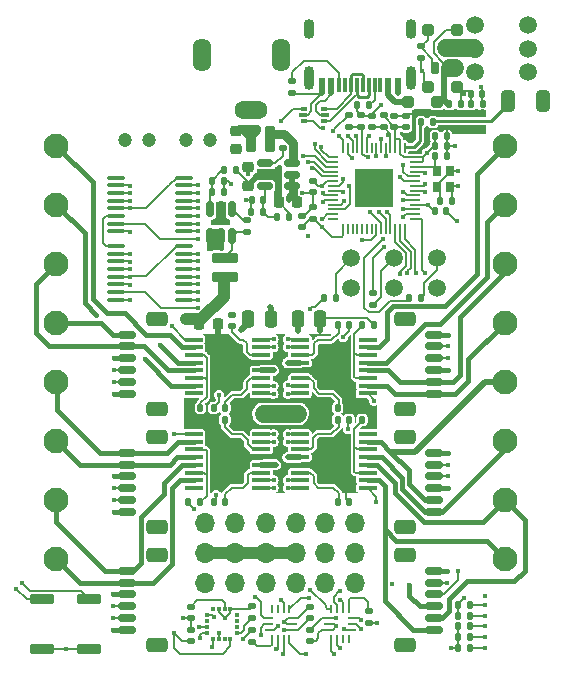
<source format=gbr>
%TF.GenerationSoftware,KiCad,Pcbnew,(7.0.0)*%
%TF.CreationDate,2023-08-07T02:07:42-04:00*%
%TF.ProjectId,NoU3,4e6f5533-2e6b-4696-9361-645f70636258,rev?*%
%TF.SameCoordinates,Original*%
%TF.FileFunction,Copper,L1,Top*%
%TF.FilePolarity,Positive*%
%FSLAX46Y46*%
G04 Gerber Fmt 4.6, Leading zero omitted, Abs format (unit mm)*
G04 Created by KiCad (PCBNEW (7.0.0)) date 2023-08-07 02:07:42*
%MOMM*%
%LPD*%
G01*
G04 APERTURE LIST*
G04 Aperture macros list*
%AMRoundRect*
0 Rectangle with rounded corners*
0 $1 Rounding radius*
0 $2 $3 $4 $5 $6 $7 $8 $9 X,Y pos of 4 corners*
0 Add a 4 corners polygon primitive as box body*
4,1,4,$2,$3,$4,$5,$6,$7,$8,$9,$2,$3,0*
0 Add four circle primitives for the rounded corners*
1,1,$1+$1,$2,$3*
1,1,$1+$1,$4,$5*
1,1,$1+$1,$6,$7*
1,1,$1+$1,$8,$9*
0 Add four rect primitives between the rounded corners*
20,1,$1+$1,$2,$3,$4,$5,0*
20,1,$1+$1,$4,$5,$6,$7,0*
20,1,$1+$1,$6,$7,$8,$9,0*
20,1,$1+$1,$8,$9,$2,$3,0*%
G04 Aperture macros list end*
%TA.AperFunction,SMDPad,CuDef*%
%ADD10RoundRect,0.140000X-0.140000X-0.170000X0.140000X-0.170000X0.140000X0.170000X-0.140000X0.170000X0*%
%TD*%
%TA.AperFunction,SMDPad,CuDef*%
%ADD11RoundRect,0.140000X0.170000X-0.140000X0.170000X0.140000X-0.170000X0.140000X-0.170000X-0.140000X0*%
%TD*%
%TA.AperFunction,SMDPad,CuDef*%
%ADD12RoundRect,0.140000X-0.170000X0.140000X-0.170000X-0.140000X0.170000X-0.140000X0.170000X0.140000X0*%
%TD*%
%TA.AperFunction,SMDPad,CuDef*%
%ADD13RoundRect,0.100000X0.687500X0.100000X-0.687500X0.100000X-0.687500X-0.100000X0.687500X-0.100000X0*%
%TD*%
%TA.AperFunction,SMDPad,CuDef*%
%ADD14R,2.540000X3.556000*%
%TD*%
%TA.AperFunction,SMDPad,CuDef*%
%ADD15RoundRect,0.250000X0.250000X0.250000X-0.250000X0.250000X-0.250000X-0.250000X0.250000X-0.250000X0*%
%TD*%
%TA.AperFunction,SMDPad,CuDef*%
%ADD16RoundRect,0.135000X-0.135000X-0.185000X0.135000X-0.185000X0.135000X0.185000X-0.135000X0.185000X0*%
%TD*%
%TA.AperFunction,SMDPad,CuDef*%
%ADD17RoundRect,0.135000X-0.185000X0.135000X-0.185000X-0.135000X0.185000X-0.135000X0.185000X0.135000X0*%
%TD*%
%TA.AperFunction,SMDPad,CuDef*%
%ADD18RoundRect,0.135000X0.135000X0.185000X-0.135000X0.185000X-0.135000X-0.185000X0.135000X-0.185000X0*%
%TD*%
%TA.AperFunction,SMDPad,CuDef*%
%ADD19RoundRect,0.100000X0.637500X0.100000X-0.637500X0.100000X-0.637500X-0.100000X0.637500X-0.100000X0*%
%TD*%
%TA.AperFunction,SMDPad,CuDef*%
%ADD20RoundRect,0.225000X-0.250000X0.225000X-0.250000X-0.225000X0.250000X-0.225000X0.250000X0.225000X0*%
%TD*%
%TA.AperFunction,SMDPad,CuDef*%
%ADD21RoundRect,0.135000X0.185000X-0.135000X0.185000X0.135000X-0.185000X0.135000X-0.185000X-0.135000X0*%
%TD*%
%TA.AperFunction,SMDPad,CuDef*%
%ADD22RoundRect,0.100000X-0.900000X0.300000X-0.900000X-0.300000X0.900000X-0.300000X0.900000X0.300000X0*%
%TD*%
%TA.AperFunction,SMDPad,CuDef*%
%ADD23RoundRect,0.100000X-0.687500X-0.100000X0.687500X-0.100000X0.687500X0.100000X-0.687500X0.100000X0*%
%TD*%
%TA.AperFunction,SMDPad,CuDef*%
%ADD24RoundRect,0.140000X0.140000X0.170000X-0.140000X0.170000X-0.140000X-0.170000X0.140000X-0.170000X0*%
%TD*%
%TA.AperFunction,ComponentPad*%
%ADD25C,1.200000*%
%TD*%
%TA.AperFunction,SMDPad,CuDef*%
%ADD26RoundRect,0.225000X0.225000X0.250000X-0.225000X0.250000X-0.225000X-0.250000X0.225000X-0.250000X0*%
%TD*%
%TA.AperFunction,SMDPad,CuDef*%
%ADD27RoundRect,0.150000X0.625000X-0.150000X0.625000X0.150000X-0.625000X0.150000X-0.625000X-0.150000X0*%
%TD*%
%TA.AperFunction,SMDPad,CuDef*%
%ADD28RoundRect,0.250000X0.650000X-0.350000X0.650000X0.350000X-0.650000X0.350000X-0.650000X-0.350000X0*%
%TD*%
%TA.AperFunction,SMDPad,CuDef*%
%ADD29RoundRect,0.150000X0.150000X-0.400000X0.150000X0.400000X-0.150000X0.400000X-0.150000X-0.400000X0*%
%TD*%
%TA.AperFunction,SMDPad,CuDef*%
%ADD30RoundRect,0.150000X-0.625000X0.150000X-0.625000X-0.150000X0.625000X-0.150000X0.625000X0.150000X0*%
%TD*%
%TA.AperFunction,SMDPad,CuDef*%
%ADD31RoundRect,0.250000X-0.650000X0.350000X-0.650000X-0.350000X0.650000X-0.350000X0.650000X0.350000X0*%
%TD*%
%TA.AperFunction,SMDPad,CuDef*%
%ADD32RoundRect,0.150000X-0.150000X0.512500X-0.150000X-0.512500X0.150000X-0.512500X0.150000X0.512500X0*%
%TD*%
%TA.AperFunction,SMDPad,CuDef*%
%ADD33R,0.800000X0.900000*%
%TD*%
%TA.AperFunction,ComponentPad*%
%ADD34C,2.100000*%
%TD*%
%TA.AperFunction,SMDPad,CuDef*%
%ADD35RoundRect,0.050000X-0.050000X0.387500X-0.050000X-0.387500X0.050000X-0.387500X0.050000X0.387500X0*%
%TD*%
%TA.AperFunction,SMDPad,CuDef*%
%ADD36RoundRect,0.050000X-0.387500X0.050000X-0.387500X-0.050000X0.387500X-0.050000X0.387500X0.050000X0*%
%TD*%
%TA.AperFunction,SMDPad,CuDef*%
%ADD37R,3.200000X3.200000*%
%TD*%
%TA.AperFunction,ComponentPad*%
%ADD38O,1.700000X1.700000*%
%TD*%
%TA.AperFunction,ComponentPad*%
%ADD39RoundRect,0.800000X0.000000X-0.600000X0.000000X-0.600000X0.000000X0.600000X0.000000X0.600000X0*%
%TD*%
%TA.AperFunction,ComponentPad*%
%ADD40RoundRect,0.800000X0.600000X0.000000X0.600000X0.000000X-0.600000X0.000000X-0.600000X0.000000X0*%
%TD*%
%TA.AperFunction,ComponentPad*%
%ADD41C,1.500000*%
%TD*%
%TA.AperFunction,SMDPad,CuDef*%
%ADD42R,0.500000X0.375000*%
%TD*%
%TA.AperFunction,SMDPad,CuDef*%
%ADD43R,0.650000X0.300000*%
%TD*%
%TA.AperFunction,SMDPad,CuDef*%
%ADD44RoundRect,0.250000X0.250000X0.475000X-0.250000X0.475000X-0.250000X-0.475000X0.250000X-0.475000X0*%
%TD*%
%TA.AperFunction,SMDPad,CuDef*%
%ADD45R,0.600000X1.160000*%
%TD*%
%TA.AperFunction,SMDPad,CuDef*%
%ADD46R,0.300000X1.160000*%
%TD*%
%TA.AperFunction,ComponentPad*%
%ADD47O,0.900000X2.000000*%
%TD*%
%TA.AperFunction,ComponentPad*%
%ADD48O,0.900000X1.700000*%
%TD*%
%TA.AperFunction,SMDPad,CuDef*%
%ADD49RoundRect,0.225000X-0.225000X-0.250000X0.225000X-0.250000X0.225000X0.250000X-0.225000X0.250000X0*%
%TD*%
%TA.AperFunction,SMDPad,CuDef*%
%ADD50RoundRect,0.250000X-0.250000X-0.475000X0.250000X-0.475000X0.250000X0.475000X-0.250000X0.475000X0*%
%TD*%
%TA.AperFunction,SMDPad,CuDef*%
%ADD51R,0.250000X0.675000*%
%TD*%
%TA.AperFunction,SMDPad,CuDef*%
%ADD52R,0.675000X0.250000*%
%TD*%
%TA.AperFunction,SMDPad,CuDef*%
%ADD53RoundRect,0.212500X-0.887500X0.212500X-0.887500X-0.212500X0.887500X-0.212500X0.887500X0.212500X0*%
%TD*%
%TA.AperFunction,SMDPad,CuDef*%
%ADD54R,0.300000X0.450000*%
%TD*%
%TA.AperFunction,SMDPad,CuDef*%
%ADD55R,0.450000X0.300000*%
%TD*%
%TA.AperFunction,SMDPad,CuDef*%
%ADD56RoundRect,0.150000X-0.512500X-0.150000X0.512500X-0.150000X0.512500X0.150000X-0.512500X0.150000X0*%
%TD*%
%TA.AperFunction,SMDPad,CuDef*%
%ADD57RoundRect,0.212500X0.212500X0.887500X-0.212500X0.887500X-0.212500X-0.887500X0.212500X-0.887500X0*%
%TD*%
%TA.AperFunction,SMDPad,CuDef*%
%ADD58RoundRect,0.250000X-0.325000X-0.650000X0.325000X-0.650000X0.325000X0.650000X-0.325000X0.650000X0*%
%TD*%
%TA.AperFunction,ViaPad*%
%ADD59C,0.450000*%
%TD*%
%TA.AperFunction,Conductor*%
%ADD60C,0.203200*%
%TD*%
%TA.AperFunction,Conductor*%
%ADD61C,0.400000*%
%TD*%
%TA.AperFunction,Conductor*%
%ADD62C,0.200000*%
%TD*%
%TA.AperFunction,Conductor*%
%ADD63C,0.500000*%
%TD*%
%TA.AperFunction,Conductor*%
%ADD64C,0.406400*%
%TD*%
%TA.AperFunction,Conductor*%
%ADD65C,0.508000*%
%TD*%
%TA.AperFunction,Conductor*%
%ADD66C,1.500000*%
%TD*%
%TA.AperFunction,Conductor*%
%ADD67C,0.279400*%
%TD*%
%TA.AperFunction,Conductor*%
%ADD68C,1.000000*%
%TD*%
G04 APERTURE END LIST*
D10*
%TO.P,C38,1*%
%TO.N,GND*%
X13529037Y8850000D03*
%TO.P,C38,2*%
%TO.N,Net-(U2-XTAL_N)*%
X14489037Y8850000D03*
%TD*%
D11*
%TO.P,C7,1*%
%TO.N,Net-(U4-VINT)*%
X-4100000Y-1780000D03*
%TO.P,C7,2*%
%TO.N,GND*%
X-4100000Y-820000D03*
%TD*%
D12*
%TO.P,C41,1*%
%TO.N,+3V3*%
X2500000Y-27520000D03*
%TO.P,C41,2*%
%TO.N,GND*%
X2500000Y-28480000D03*
%TD*%
D13*
%TO.P,U1,1,nSLEEP*%
%TO.N,nSleep*%
X7362500Y-7475000D03*
%TO.P,U1,2,AOUT1*%
%TO.N,/MotorDriver-1/Aout1*%
X7362500Y-6825000D03*
%TO.P,U1,3,AISEN*%
%TO.N,Net-(U1-AISEN)*%
X7362500Y-6175000D03*
%TO.P,U1,4,AOUT2*%
%TO.N,/MotorDriver-1/Aout2*%
X7362500Y-5525000D03*
%TO.P,U1,5,BOUT2*%
%TO.N,/MotorDriver-1/Bout2*%
X7362500Y-4875000D03*
%TO.P,U1,6,BISEN*%
%TO.N,Net-(U1-AISEN)*%
X7362500Y-4225000D03*
%TO.P,U1,7,BOUT1*%
%TO.N,/MotorDriver-1/Bout1*%
X7362500Y-3575000D03*
%TO.P,U1,8,nFAULT*%
%TO.N,unconnected-(U1-nFAULT-Pad8)*%
X7362500Y-2925000D03*
%TO.P,U1,9,BIN1*%
%TO.N,/MotorDriver-1/BIN1*%
X1637500Y-2925000D03*
%TO.P,U1,10,BIN2*%
%TO.N,/MotorDriver-1/BIN2*%
X1637500Y-3575000D03*
%TO.P,U1,11,VCP*%
%TO.N,Net-(U1-VCP)*%
X1637500Y-4225000D03*
%TO.P,U1,12,VM*%
%TO.N,VCC*%
X1637500Y-4875000D03*
%TO.P,U1,13,GND*%
%TO.N,GND*%
X1637500Y-5525000D03*
%TO.P,U1,14,VINT*%
%TO.N,Net-(U1-VINT)*%
X1637500Y-6175000D03*
%TO.P,U1,15,AIN2*%
%TO.N,/MotorDriver-1/AIN2*%
X1637500Y-6825000D03*
%TO.P,U1,16,AIN1*%
%TO.N,/MotorDriver-1/AIN1*%
X1637500Y-7475000D03*
D14*
%TO.P,U1,17,GND(PPAD)*%
%TO.N,GND*%
X4499999Y-5199999D03*
%TD*%
D15*
%TO.P,D2,1,K*%
%TO.N,VCC*%
X13250000Y17200000D03*
%TO.P,D2,2,A*%
%TO.N,/VUSB*%
X10750000Y17200000D03*
%TD*%
D16*
%TO.P,R3,1*%
%TO.N,GND*%
X-7810000Y-8700000D03*
%TO.P,R3,2*%
%TO.N,Net-(U4-AISEN)*%
X-6790000Y-8700000D03*
%TD*%
D11*
%TO.P,C40,1*%
%TO.N,+3V3*%
X2500000Y-26530000D03*
%TO.P,C40,2*%
%TO.N,GND*%
X2500000Y-25570000D03*
%TD*%
D17*
%TO.P,R19,1*%
%TO.N,Net-(U23-SDO)*%
X7500000Y-25885000D03*
%TO.P,R19,2*%
%TO.N,GND*%
X7500000Y-26905000D03*
%TD*%
D18*
%TO.P,R26,1*%
%TO.N,SNS_VIN*%
X15310000Y17000000D03*
%TO.P,R26,2*%
%TO.N,VCC*%
X14290000Y17000000D03*
%TD*%
%TO.P,R23,1*%
%TO.N,SF_INT1*%
X16010000Y-27200000D03*
%TO.P,R23,2*%
%TO.N,GND*%
X14990000Y-27200000D03*
%TD*%
D11*
%TO.P,C25,1*%
%TO.N,GND*%
X2700001Y9570000D03*
%TO.P,C25,2*%
%TO.N,+3V3*%
X2700001Y10530000D03*
%TD*%
D19*
%TO.P,U13,1,QB*%
%TO.N,/MotorDriver-3/BIN2*%
X-8187500Y450000D03*
%TO.P,U13,2,QC*%
%TO.N,/MotorDriver-4/AIN1*%
X-8187500Y1100000D03*
%TO.P,U13,3,QD*%
%TO.N,/MotorDriver-4/AIN2*%
X-8187500Y1750000D03*
%TO.P,U13,4,QE*%
%TO.N,/MotorDriver-3/AIN2*%
X-8187500Y2400000D03*
%TO.P,U13,5,QF*%
%TO.N,/MotorDriver-3/AIN1*%
X-8187500Y3050000D03*
%TO.P,U13,6,QG*%
%TO.N,/MotorDriver-4/BIN2*%
X-8187500Y3700000D03*
%TO.P,U13,7,QH*%
%TO.N,/MotorDriver-4/BIN1*%
X-8187500Y4350000D03*
%TO.P,U13,8,GND*%
%TO.N,GND*%
X-8187500Y5000000D03*
%TO.P,U13,9,QH'*%
%TO.N,Net-(U13-QH')*%
X-13912500Y5000000D03*
%TO.P,U13,10,~{SRCLR}*%
%TO.N,+3V3*%
X-13912500Y4350000D03*
%TO.P,U13,11,SRCLK*%
%TO.N,M_SRCLK*%
X-13912500Y3700000D03*
%TO.P,U13,12,RCLK*%
%TO.N,M_RCLK*%
X-13912500Y3050000D03*
%TO.P,U13,13,~{OE}*%
%TO.N,GND*%
X-13912500Y2400000D03*
%TO.P,U13,14,SER*%
%TO.N,M_SER*%
X-13912500Y1750000D03*
%TO.P,U13,15,QA*%
%TO.N,/MotorDriver-3/BIN1*%
X-13912500Y1100000D03*
%TO.P,U13,16,VCC*%
%TO.N,+3V3*%
X-13912500Y450000D03*
%TD*%
D20*
%TO.P,C35,1*%
%TO.N,+3V3*%
X-3800000Y14775000D03*
%TO.P,C35,2*%
%TO.N,GND*%
X-3800000Y13225000D03*
%TD*%
D19*
%TO.P,U14,1,QB*%
%TO.N,/MotorDriver-2/BIN2*%
X-8187500Y6250000D03*
%TO.P,U14,2,QC*%
%TO.N,/MotorDriver-1/AIN1*%
X-8187500Y6900000D03*
%TO.P,U14,3,QD*%
%TO.N,/MotorDriver-1/AIN2*%
X-8187500Y7550000D03*
%TO.P,U14,4,QE*%
%TO.N,/MotorDriver-2/AIN2*%
X-8187500Y8200000D03*
%TO.P,U14,5,QF*%
%TO.N,/MotorDriver-2/AIN1*%
X-8187500Y8850000D03*
%TO.P,U14,6,QG*%
%TO.N,/MotorDriver-1/BIN2*%
X-8187500Y9500000D03*
%TO.P,U14,7,QH*%
%TO.N,/MotorDriver-1/BIN1*%
X-8187500Y10150000D03*
%TO.P,U14,8,GND*%
%TO.N,GND*%
X-8187500Y10800000D03*
%TO.P,U14,9,QH'*%
%TO.N,unconnected-(U14-QH'-Pad9)*%
X-13912500Y10800000D03*
%TO.P,U14,10,~{SRCLR}*%
%TO.N,+3V3*%
X-13912500Y10150000D03*
%TO.P,U14,11,SRCLK*%
%TO.N,M_SRCLK*%
X-13912500Y9500000D03*
%TO.P,U14,12,RCLK*%
%TO.N,M_RCLK*%
X-13912500Y8850000D03*
%TO.P,U14,13,~{OE}*%
%TO.N,GND*%
X-13912500Y8200000D03*
%TO.P,U14,14,SER*%
%TO.N,Net-(U13-QH')*%
X-13912500Y7550000D03*
%TO.P,U14,15,QA*%
%TO.N,/MotorDriver-2/BIN1*%
X-13912500Y6900000D03*
%TO.P,U14,16,VCC*%
%TO.N,+3V3*%
X-13912500Y6250000D03*
%TD*%
D18*
%TO.P,R15,1*%
%TO.N,Net-(U17-CC1)*%
X7513708Y16930788D03*
%TO.P,R15,2*%
%TO.N,GND*%
X6493708Y16930788D03*
%TD*%
D21*
%TO.P,R16,1*%
%TO.N,GND*%
X1000000Y17990000D03*
%TO.P,R16,2*%
%TO.N,Net-(U17-CC2)*%
X1000000Y19010000D03*
%TD*%
D22*
%TO.P,SW2,1,1*%
%TO.N,Net-(U2-GPIO0)*%
X-20200000Y-24900000D03*
%TO.P,SW2,2,2*%
%TO.N,GND*%
X-20200000Y-29100000D03*
%TD*%
D17*
%TO.P,R18,1*%
%TO.N,LED_MISC1*%
X7800000Y1010000D03*
%TO.P,R18,2*%
%TO.N,Net-(D6-A)*%
X7800000Y-10000D03*
%TD*%
D23*
%TO.P,U4,1,nSLEEP*%
%TO.N,nSleep*%
X-7362500Y-2925000D03*
%TO.P,U4,2,AOUT1*%
%TO.N,/MotorDriver-2/Aout1*%
X-7362500Y-3575000D03*
%TO.P,U4,3,AISEN*%
%TO.N,Net-(U4-AISEN)*%
X-7362500Y-4225000D03*
%TO.P,U4,4,AOUT2*%
%TO.N,/MotorDriver-2/Aout2*%
X-7362500Y-4875000D03*
%TO.P,U4,5,BOUT2*%
%TO.N,/MotorDriver-2/Bout2*%
X-7362500Y-5525000D03*
%TO.P,U4,6,BISEN*%
%TO.N,Net-(U4-AISEN)*%
X-7362500Y-6175000D03*
%TO.P,U4,7,BOUT1*%
%TO.N,/MotorDriver-2/Bout1*%
X-7362500Y-6825000D03*
%TO.P,U4,8,nFAULT*%
%TO.N,unconnected-(U4-nFAULT-Pad8)*%
X-7362500Y-7475000D03*
%TO.P,U4,9,BIN1*%
%TO.N,/MotorDriver-2/BIN1*%
X-1637500Y-7475000D03*
%TO.P,U4,10,BIN2*%
%TO.N,/MotorDriver-2/BIN2*%
X-1637500Y-6825000D03*
%TO.P,U4,11,VCP*%
%TO.N,Net-(U4-VCP)*%
X-1637500Y-6175000D03*
%TO.P,U4,12,VM*%
%TO.N,VCC*%
X-1637500Y-5525000D03*
%TO.P,U4,13,GND*%
%TO.N,GND*%
X-1637500Y-4875000D03*
%TO.P,U4,14,VINT*%
%TO.N,Net-(U4-VINT)*%
X-1637500Y-4225000D03*
%TO.P,U4,15,AIN2*%
%TO.N,/MotorDriver-2/AIN2*%
X-1637500Y-3575000D03*
%TO.P,U4,16,AIN1*%
%TO.N,/MotorDriver-2/AIN1*%
X-1637500Y-2925000D03*
D14*
%TO.P,U4,17,GND(PPAD)*%
%TO.N,GND*%
X-4499999Y-5199999D03*
%TD*%
D24*
%TO.P,C30,1*%
%TO.N,GND*%
X14039037Y7950000D03*
%TO.P,C30,2*%
%TO.N,+3V3*%
X13079037Y7950000D03*
%TD*%
D25*
%TO.P,C39,1*%
%TO.N,VCC*%
X-8000000Y14000000D03*
%TO.P,C39,2*%
%TO.N,GND*%
X-6000000Y14000000D03*
%TD*%
D26*
%TO.P,C22,1*%
%TO.N,VCC*%
X1375000Y8700000D03*
%TO.P,C22,2*%
%TO.N,GND*%
X-175000Y8700000D03*
%TD*%
D27*
%TO.P,J17,1,Pin_1*%
%TO.N,MD4_B2*%
X13025000Y-17500000D03*
%TO.P,J17,2,Pin_2*%
%TO.N,MD4_B1*%
X13025000Y-16500000D03*
%TO.P,J17,3,Pin_3*%
%TO.N,+3V3*%
X13025000Y-15500000D03*
%TO.P,J17,4,Pin_4*%
%TO.N,E6A*%
X13025000Y-14500000D03*
%TO.P,J17,5,Pin_5*%
%TO.N,E6B*%
X13025000Y-13500000D03*
%TO.P,J17,6,Pin_6*%
%TO.N,GND*%
X13025000Y-12500000D03*
D28*
%TO.P,J17,MP*%
%TO.N,N/C*%
X10500000Y-18800000D03*
X10500000Y-11200000D03*
%TD*%
D29*
%TO.P,Q1,1,G*%
%TO.N,Net-(D1-A)*%
X13050000Y20050000D03*
%TO.P,Q1,2,S*%
%TO.N,VCC*%
X14950000Y20050000D03*
%TO.P,Q1,3,D*%
%TO.N,Net-(Q1-D)*%
X14000000Y21750000D03*
%TD*%
D24*
%TO.P,C34,1*%
%TO.N,GND*%
X14059037Y13450000D03*
%TO.P,C34,2*%
%TO.N,+3V3*%
X13099037Y13450000D03*
%TD*%
D30*
%TO.P,J13,1,Pin_1*%
%TO.N,MD3_B2*%
X-13025000Y-22500000D03*
%TO.P,J13,2,Pin_2*%
%TO.N,MD3_B1*%
X-13025000Y-23500000D03*
%TO.P,J13,3,Pin_3*%
%TO.N,+3V3*%
X-13025000Y-24500000D03*
%TO.P,J13,4,Pin_4*%
%TO.N,E5A*%
X-13025000Y-25500000D03*
%TO.P,J13,5,Pin_5*%
%TO.N,E5B*%
X-13025000Y-26500000D03*
%TO.P,J13,6,Pin_6*%
%TO.N,GND*%
X-13025000Y-27500000D03*
D31*
%TO.P,J13,MP*%
%TO.N,N/C*%
X-10500000Y-21200000D03*
X-10500000Y-28800000D03*
%TD*%
D32*
%TO.P,U16,1,BS*%
%TO.N,Net-(U16-BS)*%
X-4100000Y8100000D03*
%TO.P,U16,2,GND*%
%TO.N,GND*%
X-5050000Y8100000D03*
%TO.P,U16,3,FB*%
%TO.N,Net-(U16-FB)*%
X-6000000Y8100000D03*
%TO.P,U16,4,EN*%
%TO.N,VCC*%
X-6000000Y5825000D03*
%TO.P,U16,5,IN*%
X-5050000Y5825000D03*
%TO.P,U16,6,LX*%
%TO.N,Net-(U16-LX)*%
X-4100000Y5825000D03*
%TD*%
D24*
%TO.P,C10,1*%
%TO.N,Net-(U5-VINT)*%
X-4720000Y-9700000D03*
%TO.P,C10,2*%
%TO.N,GND*%
X-5680000Y-9700000D03*
%TD*%
D10*
%TO.P,C4,1*%
%TO.N,Net-(U1-VINT)*%
X4820000Y-8700000D03*
%TO.P,C4,2*%
%TO.N,GND*%
X5780000Y-8700000D03*
%TD*%
%TO.P,C15,1*%
%TO.N,SNS_VIN*%
X16120000Y17900000D03*
%TO.P,C15,2*%
%TO.N,GND*%
X17080000Y17900000D03*
%TD*%
D12*
%TO.P,C27,1*%
%TO.N,GND*%
X1800000Y7580000D03*
%TO.P,C27,2*%
%TO.N,+3V3*%
X1800000Y6620000D03*
%TD*%
D13*
%TO.P,U6,1,nSLEEP*%
%TO.N,nSleep*%
X7362500Y-15475000D03*
%TO.P,U6,2,AOUT1*%
%TO.N,/MotorDriver-4/Aout1*%
X7362500Y-14825000D03*
%TO.P,U6,3,AISEN*%
%TO.N,Net-(U6-AISEN)*%
X7362500Y-14175000D03*
%TO.P,U6,4,AOUT2*%
%TO.N,/MotorDriver-4/Aout2*%
X7362500Y-13525000D03*
%TO.P,U6,5,BOUT2*%
%TO.N,MD4_B2*%
X7362500Y-12875000D03*
%TO.P,U6,6,BISEN*%
%TO.N,Net-(U6-AISEN)*%
X7362500Y-12225000D03*
%TO.P,U6,7,BOUT1*%
%TO.N,MD4_B1*%
X7362500Y-11575000D03*
%TO.P,U6,8,nFAULT*%
%TO.N,unconnected-(U6-nFAULT-Pad8)*%
X7362500Y-10925000D03*
%TO.P,U6,9,BIN1*%
%TO.N,/MotorDriver-4/BIN1*%
X1637500Y-10925000D03*
%TO.P,U6,10,BIN2*%
%TO.N,/MotorDriver-4/BIN2*%
X1637500Y-11575000D03*
%TO.P,U6,11,VCP*%
%TO.N,Net-(U6-VCP)*%
X1637500Y-12225000D03*
%TO.P,U6,12,VM*%
%TO.N,VCC*%
X1637500Y-12875000D03*
%TO.P,U6,13,GND*%
%TO.N,GND*%
X1637500Y-13525000D03*
%TO.P,U6,14,VINT*%
%TO.N,Net-(U6-VINT)*%
X1637500Y-14175000D03*
%TO.P,U6,15,AIN2*%
%TO.N,/MotorDriver-4/AIN2*%
X1637500Y-14825000D03*
%TO.P,U6,16,AIN1*%
%TO.N,/MotorDriver-4/AIN1*%
X1637500Y-15475000D03*
D14*
%TO.P,U6,17,GND(PPAD)*%
%TO.N,GND*%
X4499999Y-13199999D03*
%TD*%
D33*
%TO.P,U3,1,1*%
%TO.N,Net-(U2-XTAL_N)*%
X14341168Y9992282D03*
%TO.P,U3,2,2*%
%TO.N,GND*%
X14341168Y11392282D03*
%TO.P,U3,3,3*%
%TO.N,Net-(U2-XTAL_P)*%
X13241168Y11392282D03*
%TO.P,U3,4,4*%
%TO.N,GND*%
X13241168Y9992282D03*
%TD*%
D16*
%TO.P,R17,1*%
%TO.N,+3V3*%
X3690000Y600000D03*
%TO.P,R17,2*%
%TO.N,Net-(D5-A)*%
X4710000Y600000D03*
%TD*%
D34*
%TO.P,J11,1,Pin_1*%
%TO.N,/MotorDriver-4/Aout2*%
X19000000Y-16500000D03*
%TO.P,J11,2,Pin_2*%
%TO.N,/MotorDriver-4/Aout1*%
X19000000Y-21500000D03*
%TD*%
D27*
%TO.P,J10,1,Pin_1*%
%TO.N,/MotorDriver-4/Aout1*%
X13025000Y-27500000D03*
%TO.P,J10,2,Pin_2*%
%TO.N,/MotorDriver-4/Aout2*%
X13025000Y-26500000D03*
%TO.P,J10,3,Pin_3*%
%TO.N,+3V3*%
X13025000Y-25500000D03*
%TO.P,J10,4,Pin_4*%
%TO.N,E4A*%
X13025000Y-24500000D03*
%TO.P,J10,5,Pin_5*%
%TO.N,E4B*%
X13025000Y-23500000D03*
%TO.P,J10,6,Pin_6*%
%TO.N,GND*%
X13025000Y-22500000D03*
D28*
%TO.P,J10,MP*%
%TO.N,N/C*%
X10500000Y-28800000D03*
X10500000Y-21200000D03*
%TD*%
D34*
%TO.P,J6,1,Pin_1*%
%TO.N,/MotorDriver-2/Bout1*%
X-19000000Y-1500000D03*
%TO.P,J6,2,Pin_2*%
%TO.N,/MotorDriver-2/Bout2*%
X-19000000Y3500000D03*
%TD*%
D16*
%TO.P,R6,1*%
%TO.N,GND*%
X-7810000Y-16700000D03*
%TO.P,R6,2*%
%TO.N,Net-(U5-AISEN)*%
X-6790000Y-16700000D03*
%TD*%
D35*
%TO.P,U2,1,LNA_IN*%
%TO.N,Net-(U2-LNA_IN)*%
X10500000Y13337500D03*
%TO.P,U2,2,VDD3P3*%
%TO.N,+3V3*%
X10100000Y13337500D03*
%TO.P,U2,3,VDD3P3*%
X9700000Y13337500D03*
%TO.P,U2,4,CHIP_PU*%
%TO.N,Net-(U2-CHIP_PU)*%
X9300000Y13337500D03*
%TO.P,U2,5,GPIO0*%
%TO.N,Net-(U2-GPIO0)*%
X8900000Y13337500D03*
%TO.P,U2,6,GPIO1*%
%TO.N,Q_SCL*%
X8500000Y13337500D03*
%TO.P,U2,7,GPIO2*%
%TO.N,Q_SDA*%
X8100000Y13337500D03*
%TO.P,U2,8,GPIO3*%
%TO.N,unconnected-(U2-GPIO3-Pad8)*%
X7700000Y13337500D03*
%TO.P,U2,9,GPIO4*%
%TO.N,SNS_VIN*%
X7300000Y13337500D03*
%TO.P,U2,10,GPIO5*%
%TO.N,SNS_VER*%
X6900000Y13337500D03*
%TO.P,U2,11,GPIO6*%
%TO.N,E5B*%
X6500000Y13337500D03*
%TO.P,U2,12,GPIO7*%
%TO.N,E5A*%
X6100000Y13337500D03*
%TO.P,U2,13,GPIO8*%
%TO.N,SRV3*%
X5700000Y13337500D03*
%TO.P,U2,14,GPIO9*%
%TO.N,SRV4*%
X5300000Y13337500D03*
D36*
%TO.P,U2,15,GPIO10*%
%TO.N,E3B*%
X4462500Y12500000D03*
%TO.P,U2,16,GPIO11*%
%TO.N,E3A*%
X4462500Y12100000D03*
%TO.P,U2,17,GPIO12*%
%TO.N,M_SRCLK*%
X4462500Y11700000D03*
%TO.P,U2,18,GPIO13*%
%TO.N,M_RCLK*%
X4462500Y11300000D03*
%TO.P,U2,19,GPIO14*%
%TO.N,M_SER*%
X4462500Y10900000D03*
%TO.P,U2,20,VDD3P3_RTC*%
%TO.N,+3V3*%
X4462500Y10500000D03*
%TO.P,U2,21,XTAL32K_P*%
%TO.N,E2B*%
X4462500Y10100000D03*
%TO.P,U2,22,XTAL_32K_N*%
%TO.N,E2A*%
X4462500Y9700000D03*
%TO.P,U2,23,GPIO17/DAC_1*%
%TO.N,SRV1*%
X4462500Y9300000D03*
%TO.P,U2,24,GPIO18/DAC_2*%
%TO.N,SRV2*%
X4462500Y8900000D03*
%TO.P,U2,25,GPIO19*%
%TO.N,E_D-*%
X4462500Y8500000D03*
%TO.P,U2,26,GPIO20*%
%TO.N,E_D+*%
X4462500Y8100000D03*
%TO.P,U2,27,GPIO21*%
%TO.N,nSleep*%
X4462500Y7700000D03*
%TO.P,U2,28,SPICS1*%
%TO.N,unconnected-(U2-SPICS1-Pad28)*%
X4462500Y7300000D03*
D35*
%TO.P,U2,29,VDDSPI*%
%TO.N,+3V3*%
X5300000Y6462500D03*
%TO.P,U2,30,SPIHD*%
%TO.N,unconnected-(U2-SPIHD-Pad30)*%
X5700000Y6462500D03*
%TO.P,U2,31,SPIWP*%
%TO.N,unconnected-(U2-SPIWP-Pad31)*%
X6100000Y6462500D03*
%TO.P,U2,32,SPIS0*%
%TO.N,unconnected-(U2-SPIS0-Pad32)*%
X6500000Y6462500D03*
%TO.P,U2,33,SPICLK*%
%TO.N,unconnected-(U2-SPICLK-Pad33)*%
X6900000Y6462500D03*
%TO.P,U2,34,SPIQ*%
%TO.N,unconnected-(U2-SPIQ-Pad34)*%
X7300000Y6462500D03*
%TO.P,U2,35,SPID*%
%TO.N,unconnected-(U2-SPID-Pad35)*%
X7700000Y6462500D03*
%TO.P,U2,36,SPICLK_N*%
%TO.N,GPIO_MISC1*%
X8100000Y6462500D03*
%TO.P,U2,37,SPICLK_P*%
%TO.N,GPIO_MISC2*%
X8500000Y6462500D03*
%TO.P,U2,38,GPIO33*%
%TO.N,SF_INT2*%
X8900000Y6462500D03*
%TO.P,U2,39,GPIO34*%
%TO.N,SF_INT1*%
X9300000Y6462500D03*
%TO.P,U2,40,GPIO35*%
%TO.N,SF_SDA*%
X9700000Y6462500D03*
%TO.P,U2,41,GPIO36*%
%TO.N,SF_SCL*%
X10100000Y6462500D03*
%TO.P,U2,42,GPIO37*%
%TO.N,E1A*%
X10500000Y6462500D03*
D36*
%TO.P,U2,43,GPIO38*%
%TO.N,E1B*%
X11337500Y7300000D03*
%TO.P,U2,44,MTCK*%
%TO.N,E6B*%
X11337500Y7700000D03*
%TO.P,U2,45,MTDO*%
%TO.N,E6A*%
X11337500Y8100000D03*
%TO.P,U2,46,VDD3P3_CPU*%
%TO.N,+3V3*%
X11337500Y8500000D03*
%TO.P,U2,47,MTDI*%
%TO.N,E4A*%
X11337500Y8900000D03*
%TO.P,U2,48,MTMS*%
%TO.N,E4B*%
X11337500Y9300000D03*
%TO.P,U2,49,U0TXD*%
%TO.N,Net-(U2-U0TXD)*%
X11337500Y9700000D03*
%TO.P,U2,50,U0RXD*%
%TO.N,Net-(U2-U0RXD)*%
X11337500Y10100000D03*
%TO.P,U2,51,GPIO45*%
%TO.N,LED_MISC1*%
X11337500Y10500000D03*
%TO.P,U2,52,GPIO46*%
%TO.N,LED_MISC2*%
X11337500Y10900000D03*
%TO.P,U2,53,XTAL_N*%
%TO.N,Net-(U2-XTAL_N)*%
X11337500Y11300000D03*
%TO.P,U2,54,XTAL_P*%
%TO.N,Net-(U2-XTAL_P)*%
X11337500Y11700000D03*
%TO.P,U2,55,VDDA*%
%TO.N,+3V3*%
X11337500Y12100000D03*
%TO.P,U2,56,VDDA*%
X11337500Y12500000D03*
D37*
%TO.P,U2,57,EPAD*%
%TO.N,GND*%
X7899999Y9899999D03*
%TD*%
D38*
%TO.P,U19,1,PWR*%
%TO.N,+5V*%
X-1269999Y-20999999D03*
X1269999Y-20999999D03*
%TO.P,U19,2,GND*%
%TO.N,GND*%
X-1269999Y-18459999D03*
X1269999Y-18459999D03*
%TO.P,U19,3,srv1*%
%TO.N,SRV3*%
X-1269999Y-23539999D03*
%TO.P,U19,4,srv2*%
%TO.N,SRV4*%
X1269999Y-23539999D03*
%TD*%
D24*
%TO.P,C33,1*%
%TO.N,+5V*%
X-4824000Y9612500D03*
%TO.P,C33,2*%
%TO.N,Net-(U16-FB)*%
X-5784000Y9612500D03*
%TD*%
D17*
%TO.P,R30,1*%
%TO.N,GND*%
X6821025Y16108642D03*
%TO.P,R30,2*%
%TO.N,SNS_VER*%
X6821025Y15088642D03*
%TD*%
D39*
%TO.P,J15,1*%
%TO.N,Net-(J15-Pad1)*%
X0Y21182500D03*
%TO.P,J15,2*%
%TO.N,GND*%
X-6650000Y21182500D03*
D40*
%TO.P,J15,3*%
%TO.N,N/C*%
X-2550000Y16482500D03*
%TD*%
D10*
%TO.P,C32,1*%
%TO.N,+3V3*%
X-2455223Y8898251D03*
%TO.P,C32,2*%
%TO.N,Net-(U15-FB)*%
X-1495223Y8898251D03*
%TD*%
D41*
%TO.P,D4,1,K*%
%TO.N,GND*%
X13200000Y1450000D03*
%TO.P,D4,2,A*%
%TO.N,Net-(D4-A)*%
X13200000Y3950000D03*
%TD*%
D18*
%TO.P,R24,1*%
%TO.N,SF_INT2*%
X16010000Y-28100000D03*
%TO.P,R24,2*%
%TO.N,GND*%
X14990000Y-28100000D03*
%TD*%
D12*
%TO.P,C43,1*%
%TO.N,Net-(U25-CAP)*%
X-7600000Y-25520000D03*
%TO.P,C43,2*%
%TO.N,GND*%
X-7600000Y-26480000D03*
%TD*%
D23*
%TO.P,U5,1,nSLEEP*%
%TO.N,nSleep*%
X-7362500Y-10925000D03*
%TO.P,U5,2,AOUT1*%
%TO.N,/MotorDriver-3/Aout1*%
X-7362500Y-11575000D03*
%TO.P,U5,3,AISEN*%
%TO.N,Net-(U5-AISEN)*%
X-7362500Y-12225000D03*
%TO.P,U5,4,AOUT2*%
%TO.N,/MotorDriver-3/Aout2*%
X-7362500Y-12875000D03*
%TO.P,U5,5,BOUT2*%
%TO.N,MD3_B2*%
X-7362500Y-13525000D03*
%TO.P,U5,6,BISEN*%
%TO.N,Net-(U5-AISEN)*%
X-7362500Y-14175000D03*
%TO.P,U5,7,BOUT1*%
%TO.N,MD3_B1*%
X-7362500Y-14825000D03*
%TO.P,U5,8,nFAULT*%
%TO.N,unconnected-(U5-nFAULT-Pad8)*%
X-7362500Y-15475000D03*
%TO.P,U5,9,BIN1*%
%TO.N,/MotorDriver-3/BIN1*%
X-1637500Y-15475000D03*
%TO.P,U5,10,BIN2*%
%TO.N,/MotorDriver-3/BIN2*%
X-1637500Y-14825000D03*
%TO.P,U5,11,VCP*%
%TO.N,Net-(U5-VCP)*%
X-1637500Y-14175000D03*
%TO.P,U5,12,VM*%
%TO.N,VCC*%
X-1637500Y-13525000D03*
%TO.P,U5,13,GND*%
%TO.N,GND*%
X-1637500Y-12875000D03*
%TO.P,U5,14,VINT*%
%TO.N,Net-(U5-VINT)*%
X-1637500Y-12225000D03*
%TO.P,U5,15,AIN2*%
%TO.N,/MotorDriver-3/AIN2*%
X-1637500Y-11575000D03*
%TO.P,U5,16,AIN1*%
%TO.N,/MotorDriver-3/AIN1*%
X-1637500Y-10925000D03*
D14*
%TO.P,U5,17,GND(PPAD)*%
%TO.N,GND*%
X-4499999Y-13199999D03*
%TD*%
D10*
%TO.P,C37,1*%
%TO.N,Net-(U2-XTAL_P)*%
X13099037Y12601471D03*
%TO.P,C37,2*%
%TO.N,GND*%
X14059037Y12601471D03*
%TD*%
D34*
%TO.P,J5,1,Pin_1*%
%TO.N,/MotorDriver-2/Aout2*%
X-19000000Y8500000D03*
%TO.P,J5,2,Pin_2*%
%TO.N,/MotorDriver-2/Aout1*%
X-19000000Y13500000D03*
%TD*%
D42*
%TO.P,U9,1,I/O1*%
%TO.N,E_D+*%
X1949999Y16637499D03*
D43*
%TO.P,U9,2,GND*%
%TO.N,GND*%
X1874999Y16099999D03*
D42*
%TO.P,U9,3,I/O2*%
%TO.N,E_D-*%
X1949999Y15562499D03*
%TO.P,U9,4,I/O2*%
%TO.N,Net-(U17-D--PadA7)*%
X3649999Y15562499D03*
D43*
%TO.P,U9,5,VBUS*%
%TO.N,/VUSB*%
X3724999Y16099999D03*
D42*
%TO.P,U9,6,I/O1*%
%TO.N,Net-(U17-D+-PadA6)*%
X3649999Y16637499D03*
%TD*%
D44*
%TO.P,C11,1*%
%TO.N,VCC*%
X-850000Y-1200000D03*
%TO.P,C11,2*%
%TO.N,GND*%
X-2750000Y-1200000D03*
%TD*%
D16*
%TO.P,R12,1*%
%TO.N,Net-(U15-FB)*%
X-310000Y7500000D03*
%TO.P,R12,2*%
%TO.N,GND*%
X710000Y7500000D03*
%TD*%
D10*
%TO.P,C13,1*%
%TO.N,Net-(U6-VINT)*%
X4820000Y-16700000D03*
%TO.P,C13,2*%
%TO.N,GND*%
X5780000Y-16700000D03*
%TD*%
D27*
%TO.P,J1,1,Pin_1*%
%TO.N,/MotorDriver-1/Aout1*%
X13025000Y-7500000D03*
%TO.P,J1,2,Pin_2*%
%TO.N,/MotorDriver-1/Aout2*%
X13025000Y-6500000D03*
%TO.P,J1,3,Pin_3*%
%TO.N,+3V3*%
X13025000Y-5500000D03*
%TO.P,J1,4,Pin_4*%
%TO.N,E1A*%
X13025000Y-4500000D03*
%TO.P,J1,5,Pin_5*%
%TO.N,E1B*%
X13025000Y-3500000D03*
%TO.P,J1,6,Pin_6*%
%TO.N,GND*%
X13025000Y-2500000D03*
D28*
%TO.P,J1,MP*%
%TO.N,N/C*%
X10500000Y-8800000D03*
X10500000Y-1200000D03*
%TD*%
D45*
%TO.P,U17,A1,GND*%
%TO.N,GND*%
X9899999Y18614999D03*
%TO.P,U17,A4,VBUS*%
%TO.N,/VUSB*%
X9099999Y18614999D03*
D46*
%TO.P,U17,A5,CC1*%
%TO.N,Net-(U17-CC1)*%
X7949999Y18614999D03*
%TO.P,U17,A6,D+*%
%TO.N,Net-(U17-D+-PadA6)*%
X6949999Y18614999D03*
%TO.P,U17,A7,D-*%
%TO.N,Net-(U17-D--PadA7)*%
X6449999Y18614999D03*
%TO.P,U17,A8,SBU1*%
%TO.N,unconnected-(U17-SBU1-PadA8)*%
X5449999Y18614999D03*
D45*
%TO.P,U17,A9,VBUS*%
%TO.N,/VUSB*%
X4299999Y18614999D03*
%TO.P,U17,A12,GND*%
%TO.N,GND*%
X3499999Y18614999D03*
%TO.P,U17,B1,GND*%
X3499999Y18614999D03*
%TO.P,U17,B4,VBUS*%
%TO.N,/VUSB*%
X4299999Y18614999D03*
D46*
%TO.P,U17,B5,CC2*%
%TO.N,Net-(U17-CC2)*%
X4949999Y18614999D03*
%TO.P,U17,B6,D+*%
%TO.N,Net-(U17-D+-PadA6)*%
X5949999Y18614999D03*
%TO.P,U17,B7,D-*%
%TO.N,Net-(U17-D--PadA7)*%
X7449999Y18614999D03*
%TO.P,U17,B8,SBU2*%
%TO.N,unconnected-(U17-SBU2-PadB8)*%
X8449999Y18614999D03*
D45*
%TO.P,U17,B9,VBUS*%
%TO.N,/VUSB*%
X9099999Y18614999D03*
%TO.P,U17,B12,GND*%
%TO.N,GND*%
X9899999Y18614999D03*
D47*
%TO.P,U17,S1,SHIELD*%
%TO.N,unconnected-(U17-SHIELD-PadS1)*%
X11019999Y19194999D03*
D48*
X11019999Y23364999D03*
D47*
X2379999Y19194999D03*
D48*
X2379999Y23364999D03*
%TD*%
D21*
%TO.P,R5,1*%
%TO.N,Net-(U2-CHIP_PU)*%
X8721537Y15059999D03*
%TO.P,R5,2*%
%TO.N,+3V3*%
X8721537Y16079999D03*
%TD*%
D49*
%TO.P,C36,1*%
%TO.N,+5V*%
X-6875000Y-1600000D03*
%TO.P,C36,2*%
%TO.N,GND*%
X-5325000Y-1600000D03*
%TD*%
D50*
%TO.P,C2,1*%
%TO.N,VCC*%
X1450000Y-1200000D03*
%TO.P,C2,2*%
%TO.N,GND*%
X3350000Y-1200000D03*
%TD*%
D51*
%TO.P,U26,1,SDO*%
%TO.N,Net-(U26-SDO)*%
X-749999Y-28262499D03*
%TO.P,U26,2,SDx*%
%TO.N,Net-(U26-SDx)*%
X-249999Y-28262499D03*
%TO.P,U26,3,SCx*%
%TO.N,Net-(U26-SCx)*%
X249999Y-28262499D03*
%TO.P,U26,4,INT1*%
%TO.N,SF_INT2*%
X749999Y-28262499D03*
D52*
%TO.P,U26,5,VDDIO*%
%TO.N,+3V3*%
X1012499Y-27499999D03*
%TO.P,U26,6,GNDIO*%
%TO.N,GND*%
X1012499Y-26999999D03*
%TO.P,U26,7,GND*%
X1012499Y-26499999D03*
D51*
%TO.P,U26,8,VDD*%
%TO.N,+3V3*%
X749999Y-25737499D03*
%TO.P,U26,9,INT2*%
%TO.N,Net-(U26-INT2)*%
X249999Y-25737499D03*
%TO.P,U26,10,OCSB*%
%TO.N,unconnected-(U26-OCSB-Pad10)*%
X-249999Y-25737499D03*
%TO.P,U26,11,OSDO*%
%TO.N,unconnected-(U26-OSDO-Pad11)*%
X-749999Y-25737499D03*
D52*
%TO.P,U26,12,CSB*%
%TO.N,Net-(JP2-B)*%
X-1012499Y-26499999D03*
%TO.P,U26,13,SCL*%
%TO.N,SF_SCL*%
X-1012499Y-26999999D03*
%TO.P,U26,14,SDA*%
%TO.N,SF_SDA*%
X-1012499Y-27499999D03*
%TD*%
D34*
%TO.P,J2,1,Pin_1*%
%TO.N,/MotorDriver-1/Aout2*%
X19000000Y3500000D03*
%TO.P,J2,2,Pin_2*%
%TO.N,/MotorDriver-1/Aout1*%
X19000000Y-1500000D03*
%TD*%
D24*
%TO.P,C3,1*%
%TO.N,VCC*%
X5780000Y-1700000D03*
%TO.P,C3,2*%
%TO.N,Net-(U1-VCP)*%
X4820000Y-1700000D03*
%TD*%
D16*
%TO.P,R20,1*%
%TO.N,+3V3*%
X14990000Y-25400000D03*
%TO.P,R20,2*%
%TO.N,SF_SCL*%
X16010000Y-25400000D03*
%TD*%
D34*
%TO.P,J12,1,Pin_1*%
%TO.N,MD4_B1*%
X19000000Y-6500000D03*
%TO.P,J12,2,Pin_2*%
%TO.N,MD4_B2*%
X19000000Y-11500000D03*
%TD*%
D17*
%TO.P,R10,1*%
%TO.N,Net-(D1-A)*%
X11900000Y21910000D03*
%TO.P,R10,2*%
%TO.N,GND*%
X11900000Y20890000D03*
%TD*%
D30*
%TO.P,J4,1,Pin_1*%
%TO.N,/MotorDriver-2/Bout1*%
X-13025000Y-2500000D03*
%TO.P,J4,2,Pin_2*%
%TO.N,/MotorDriver-2/Bout2*%
X-13025000Y-3500000D03*
%TO.P,J4,3,Pin_3*%
%TO.N,+3V3*%
X-13025000Y-4500000D03*
%TO.P,J4,4,Pin_4*%
%TO.N,E2A*%
X-13025000Y-5500000D03*
%TO.P,J4,5,Pin_5*%
%TO.N,E2B*%
X-13025000Y-6500000D03*
%TO.P,J4,6,Pin_6*%
%TO.N,GND*%
X-13025000Y-7500000D03*
D31*
%TO.P,J4,MP*%
%TO.N,N/C*%
X-10500000Y-1200000D03*
X-10500000Y-8800000D03*
%TD*%
D50*
%TO.P,C8,1*%
%TO.N,VCC*%
X1450000Y-9200000D03*
%TO.P,C8,2*%
%TO.N,GND*%
X3350000Y-9200000D03*
%TD*%
D34*
%TO.P,J3,1,Pin_1*%
%TO.N,/MotorDriver-1/Bout1*%
X19000000Y13500000D03*
%TO.P,J3,2,Pin_2*%
%TO.N,/MotorDriver-1/Bout2*%
X19000000Y8500000D03*
%TD*%
D18*
%TO.P,R8,1*%
%TO.N,GND*%
X7910000Y-9700000D03*
%TO.P,R8,2*%
%TO.N,Net-(U6-AISEN)*%
X6890000Y-9700000D03*
%TD*%
%TO.P,R13,1*%
%TO.N,+5V*%
X-4794000Y10518500D03*
%TO.P,R13,2*%
%TO.N,Net-(U16-FB)*%
X-5814000Y10518500D03*
%TD*%
D24*
%TO.P,C31,1*%
%TO.N,GND*%
X14059037Y14298528D03*
%TO.P,C31,2*%
%TO.N,+3V3*%
X13099037Y14298528D03*
%TD*%
D53*
%TO.P,L2,1,1*%
%TO.N,Net-(U16-LX)*%
X-4700000Y4025000D03*
%TO.P,L2,2,2*%
%TO.N,+5V*%
X-4700000Y2375000D03*
%TD*%
D18*
%TO.P,R1,1*%
%TO.N,GND*%
X7910000Y-1700000D03*
%TO.P,R1,2*%
%TO.N,Net-(U1-AISEN)*%
X6890000Y-1700000D03*
%TD*%
D10*
%TO.P,C9,1*%
%TO.N,VCC*%
X-5680000Y-16700000D03*
%TO.P,C9,2*%
%TO.N,Net-(U5-VCP)*%
X-4720000Y-16700000D03*
%TD*%
D54*
%TO.P,U25,1,SCL/SPI_SCK*%
%TO.N,SF_SCL*%
X-5749999Y-28274999D03*
%TO.P,U25,2,VDD*%
%TO.N,+3V3*%
X-5249999Y-28274999D03*
%TO.P,U25,3,NC*%
%TO.N,unconnected-(U25-NC-Pad3)*%
X-4749999Y-28274999D03*
%TO.P,U25,4,SPI_CS*%
%TO.N,+3V3*%
X-4249999Y-28274999D03*
D55*
%TO.P,U25,5,SPI_SDO*%
%TO.N,Net-(U25-SPI_SDO)*%
X-3724999Y-27749999D03*
%TO.P,U25,6,NC*%
%TO.N,unconnected-(U25-NC-Pad6)*%
X-3724999Y-27249999D03*
%TO.P,U25,7,NC*%
%TO.N,unconnected-(U25-NC-Pad7)*%
X-3724999Y-26749999D03*
%TO.P,U25,8,NC*%
%TO.N,unconnected-(U25-NC-Pad8)*%
X-3724999Y-26249999D03*
D54*
%TO.P,U25,9,GND*%
%TO.N,GND*%
X-4249999Y-25724999D03*
%TO.P,U25,10,CAP*%
%TO.N,Net-(U25-CAP)*%
X-4749999Y-25724999D03*
%TO.P,U25,11,GND*%
%TO.N,GND*%
X-5249999Y-25724999D03*
%TO.P,U25,12,NC*%
%TO.N,unconnected-(U25-NC-Pad12)*%
X-5749999Y-25724999D03*
D55*
%TO.P,U25,13,VDDIO*%
%TO.N,+3V3*%
X-6274999Y-26249999D03*
%TO.P,U25,14,NC*%
%TO.N,unconnected-(U25-NC-Pad14)*%
X-6274999Y-26749999D03*
%TO.P,U25,15,INT*%
%TO.N,GPIO_MISC2*%
X-6274999Y-27249999D03*
%TO.P,U25,16,SDA/SPI_SDI*%
%TO.N,SF_SDA*%
X-6274999Y-27749999D03*
%TD*%
D51*
%TO.P,U23,1,SDO*%
%TO.N,Net-(U23-SDO)*%
X5749999Y-25737499D03*
%TO.P,U23,2,ASDx*%
%TO.N,Net-(U23-ASDx)*%
X5249999Y-25737499D03*
%TO.P,U23,3,ASCx*%
%TO.N,Net-(U23-ASCx)*%
X4749999Y-25737499D03*
%TO.P,U23,4,INT1*%
%TO.N,SF_INT1*%
X4249999Y-25737499D03*
D52*
%TO.P,U23,5,VDDIO*%
%TO.N,+3V3*%
X3987499Y-26499999D03*
%TO.P,U23,6,GNDIO*%
%TO.N,GND*%
X3987499Y-26999999D03*
%TO.P,U23,7,GND*%
X3987499Y-27499999D03*
D51*
%TO.P,U23,8,VDD*%
%TO.N,+3V3*%
X4249999Y-28262499D03*
%TO.P,U23,9,INT2*%
%TO.N,Net-(U23-INT2)*%
X4749999Y-28262499D03*
%TO.P,U23,10,OCSB*%
%TO.N,unconnected-(U23-OCSB-Pad10)*%
X5249999Y-28262499D03*
%TO.P,U23,11,OSDO*%
%TO.N,unconnected-(U23-OSDO-Pad11)*%
X5749999Y-28262499D03*
D52*
%TO.P,U23,12,CSB*%
%TO.N,Net-(JP1-B)*%
X6012499Y-27499999D03*
%TO.P,U23,13,SCx*%
%TO.N,SF_SCL*%
X6012499Y-26999999D03*
%TO.P,U23,14,SDx*%
%TO.N,SF_SDA*%
X6012499Y-26499999D03*
%TD*%
D12*
%TO.P,C21,1*%
%TO.N,GND*%
X10591537Y16050000D03*
%TO.P,C21,2*%
%TO.N,+3V3*%
X10591537Y15090000D03*
%TD*%
D16*
%TO.P,R31,1*%
%TO.N,LED_MISC2*%
X10890000Y600000D03*
%TO.P,R31,2*%
%TO.N,Net-(D4-A)*%
X11910000Y600000D03*
%TD*%
D10*
%TO.P,C6,1*%
%TO.N,VCC*%
X-5680000Y-8700000D03*
%TO.P,C6,2*%
%TO.N,Net-(U4-VCP)*%
X-4720000Y-8700000D03*
%TD*%
D38*
%TO.P,U18,1,PWR*%
%TO.N,+5V*%
X-6369999Y-20999999D03*
X-3829999Y-20999999D03*
%TO.P,U18,2,GND*%
%TO.N,GND*%
X-6369999Y-18459999D03*
X-3829999Y-18459999D03*
%TO.P,U18,3,srv1*%
%TO.N,SRV1*%
X-6369999Y-23539999D03*
%TO.P,U18,4,srv2*%
%TO.N,SRV2*%
X-3829999Y-23539999D03*
%TD*%
D56*
%TO.P,U15,1,BS*%
%TO.N,Net-(U15-BS)*%
X-1314394Y11999495D03*
%TO.P,U15,2,GND*%
%TO.N,GND*%
X-1314394Y11049495D03*
%TO.P,U15,3,FB*%
%TO.N,Net-(U15-FB)*%
X-1314394Y10099495D03*
%TO.P,U15,4,EN*%
%TO.N,VCC*%
X960606Y10099495D03*
%TO.P,U15,5,IN*%
X960606Y11049495D03*
%TO.P,U15,6,LX*%
%TO.N,Net-(U15-LX)*%
X960606Y11999495D03*
%TD*%
D16*
%TO.P,R14,1*%
%TO.N,Net-(U16-FB)*%
X-4810000Y11400000D03*
%TO.P,R14,2*%
%TO.N,GND*%
X-3790000Y11400000D03*
%TD*%
D34*
%TO.P,J9,1,Pin_1*%
%TO.N,MD3_B1*%
X-19000000Y-21500000D03*
%TO.P,J9,2,Pin_2*%
%TO.N,MD3_B2*%
X-19000000Y-16500000D03*
%TD*%
D38*
%TO.P,U7,1,PWR*%
%TO.N,+3V3*%
X3779999Y-20999999D03*
X6319999Y-20999999D03*
%TO.P,U7,2,GND*%
%TO.N,GND*%
X3779999Y-18459999D03*
X6319999Y-18459999D03*
%TO.P,U7,3,srv1*%
%TO.N,GPIO_MISC1*%
X3779999Y-23539999D03*
%TO.P,U7,4,srv2*%
%TO.N,GPIO_MISC2*%
X6319999Y-23539999D03*
%TD*%
D44*
%TO.P,C5,1*%
%TO.N,VCC*%
X-1450000Y-9200000D03*
%TO.P,C5,2*%
%TO.N,GND*%
X-3350000Y-9200000D03*
%TD*%
D12*
%TO.P,C24,1*%
%TO.N,GND*%
X9621538Y16050000D03*
%TO.P,C24,2*%
%TO.N,+3V3*%
X9621538Y15090000D03*
%TD*%
D41*
%TO.P,D5,1,K*%
%TO.N,GND*%
X6000000Y1450000D03*
%TO.P,D5,2,A*%
%TO.N,Net-(D5-A)*%
X6000000Y3950000D03*
%TD*%
D18*
%TO.P,R25,1*%
%TO.N,GPIO_MISC2*%
X16010000Y-29000000D03*
%TO.P,R25,2*%
%TO.N,GND*%
X14990000Y-29000000D03*
%TD*%
D41*
%TO.P,U8,1,1*%
%TO.N,unconnected-(U8-Pad1)*%
X16450000Y19700000D03*
%TO.P,U8,2,2*%
%TO.N,Net-(Q1-D)*%
X16450000Y21700000D03*
%TO.P,U8,3,3*%
%TO.N,Net-(J15-Pad1)*%
X16450000Y23700000D03*
%TO.P,U8,4,4*%
%TO.N,unconnected-(U8-Pad4)*%
X20950000Y19700000D03*
%TO.P,U8,5,5*%
%TO.N,unconnected-(U8-Pad5)*%
X20950000Y21700000D03*
%TO.P,U8,6,6*%
%TO.N,unconnected-(U8-Pad6)*%
X20950000Y23700000D03*
%TD*%
D25*
%TO.P,C20,1*%
%TO.N,VCC*%
X-11150000Y14000000D03*
%TO.P,C20,2*%
%TO.N,GND*%
X-13150000Y14000000D03*
%TD*%
D11*
%TO.P,C1,1*%
%TO.N,Net-(U2-CHIP_PU)*%
X7759037Y15090000D03*
%TO.P,C1,2*%
%TO.N,GND*%
X7759037Y16050000D03*
%TD*%
D16*
%TO.P,R11,1*%
%TO.N,+3V3*%
X-2510000Y7900000D03*
%TO.P,R11,2*%
%TO.N,Net-(U15-FB)*%
X-1490000Y7900000D03*
%TD*%
D24*
%TO.P,C12,1*%
%TO.N,VCC*%
X5780000Y-9700000D03*
%TO.P,C12,2*%
%TO.N,Net-(U6-VCP)*%
X4820000Y-9700000D03*
%TD*%
D11*
%TO.P,C28,1*%
%TO.N,Net-(U15-BS)*%
X200000Y13320000D03*
%TO.P,C28,2*%
%TO.N,Net-(U15-LX)*%
X200000Y14280000D03*
%TD*%
D20*
%TO.P,C23,1*%
%TO.N,VCC*%
X-2800000Y11675000D03*
%TO.P,C23,2*%
%TO.N,GND*%
X-2800000Y10125000D03*
%TD*%
D34*
%TO.P,J8,1,Pin_1*%
%TO.N,/MotorDriver-3/Aout2*%
X-19000000Y-11500000D03*
%TO.P,J8,2,Pin_2*%
%TO.N,/MotorDriver-3/Aout1*%
X-19000000Y-6500000D03*
%TD*%
D12*
%TO.P,C26,1*%
%TO.N,GND*%
X2700000Y8280000D03*
%TO.P,C26,2*%
%TO.N,+3V3*%
X2700000Y7320000D03*
%TD*%
D41*
%TO.P,D6,1,K*%
%TO.N,GND*%
X9600000Y1450000D03*
%TO.P,D6,2,A*%
%TO.N,Net-(D6-A)*%
X9600000Y3950000D03*
%TD*%
D57*
%TO.P,L1,1,1*%
%TO.N,Net-(U15-LX)*%
X-875000Y14100000D03*
%TO.P,L1,2,2*%
%TO.N,+3V3*%
X-2525000Y14100000D03*
%TD*%
D16*
%TO.P,R21,1*%
%TO.N,+3V3*%
X14990000Y-26300000D03*
%TO.P,R21,2*%
%TO.N,SF_SDA*%
X16010000Y-26300000D03*
%TD*%
D24*
%TO.P,C14,1*%
%TO.N,Net-(J14-FEED)*%
X12880000Y15500000D03*
%TO.P,C14,2*%
%TO.N,Net-(U2-LNA_IN)*%
X11920000Y15500000D03*
%TD*%
D15*
%TO.P,D1,1,K*%
%TO.N,VCC*%
X14950000Y23300000D03*
%TO.P,D1,2,A*%
%TO.N,Net-(D1-A)*%
X12450000Y23300000D03*
%TD*%
D21*
%TO.P,R28,1*%
%TO.N,Net-(U25-SPI_SDO)*%
X-2400000Y-26510000D03*
%TO.P,R28,2*%
%TO.N,GND*%
X-2400000Y-25490000D03*
%TD*%
D15*
%TO.P,D3,1,K*%
%TO.N,SNS_VIN*%
X14950000Y18500000D03*
%TO.P,D3,2,A*%
%TO.N,GND*%
X12450000Y18500000D03*
%TD*%
D11*
%TO.P,C42,1*%
%TO.N,+3V3*%
X-7600000Y-28480000D03*
%TO.P,C42,2*%
%TO.N,GND*%
X-7600000Y-27520000D03*
%TD*%
D21*
%TO.P,R29,1*%
%TO.N,SNS_VER*%
X5821025Y15098642D03*
%TO.P,R29,2*%
%TO.N,+3V3*%
X5821025Y16118642D03*
%TD*%
%TO.P,R22,1*%
%TO.N,Net-(U26-SDO)*%
X-2400000Y-28510000D03*
%TO.P,R22,2*%
%TO.N,GND*%
X-2400000Y-27490000D03*
%TD*%
D18*
%TO.P,R27,1*%
%TO.N,GND*%
X17100000Y17000000D03*
%TO.P,R27,2*%
%TO.N,SNS_VIN*%
X16080000Y17000000D03*
%TD*%
D22*
%TO.P,SW1,1,1*%
%TO.N,Net-(U2-CHIP_PU)*%
X-16200000Y-24900000D03*
%TO.P,SW1,2,2*%
%TO.N,GND*%
X-16200000Y-29100000D03*
%TD*%
D12*
%TO.P,C29,1*%
%TO.N,Net-(U16-BS)*%
X-2853646Y7173901D03*
%TO.P,C29,2*%
%TO.N,Net-(U16-LX)*%
X-2853646Y6213901D03*
%TD*%
D58*
%TO.P,J14,1,FEED*%
%TO.N,Net-(J14-FEED)*%
X19225000Y17300000D03*
%TO.P,J14,2,PCB_Trace*%
%TO.N,unconnected-(J14-PCB_Trace-Pad2)*%
X22175000Y17300000D03*
%TD*%
D30*
%TO.P,J7,1,Pin_1*%
%TO.N,/MotorDriver-3/Aout1*%
X-13025000Y-12500000D03*
%TO.P,J7,2,Pin_2*%
%TO.N,/MotorDriver-3/Aout2*%
X-13025000Y-13500000D03*
%TO.P,J7,3,Pin_3*%
%TO.N,+3V3*%
X-13025000Y-14500000D03*
%TO.P,J7,4,Pin_4*%
%TO.N,E3A*%
X-13025000Y-15500000D03*
%TO.P,J7,5,Pin_5*%
%TO.N,E3B*%
X-13025000Y-16500000D03*
%TO.P,J7,6,Pin_6*%
%TO.N,GND*%
X-13025000Y-17500000D03*
D31*
%TO.P,J7,MP*%
%TO.N,N/C*%
X-10500000Y-11200000D03*
X-10500000Y-18800000D03*
%TD*%
D59*
%TO.N,GND*%
X7900000Y9900000D03*
X-5200000Y-6350000D03*
X-3200000Y-28300000D03*
X5200000Y-12000000D03*
X-3600000Y-8200000D03*
X7900000Y11100000D03*
X3500332Y17932185D03*
X8200000Y-26900000D03*
X-12733506Y2404388D03*
X4700000Y-27200000D03*
X-4725000Y-26525000D03*
X15600000Y15000000D03*
X16600000Y15000000D03*
X14900000Y7100000D03*
X13600000Y16200000D03*
X9909479Y17922881D03*
X15600000Y16200000D03*
X-14200000Y-27500000D03*
X8500000Y16900000D03*
X3400000Y-10200000D03*
X15059037Y11392283D03*
X-3600000Y-10200000D03*
X14734037Y13454502D03*
X5200000Y-14400000D03*
X3800000Y-14400000D03*
X-5200000Y-12000000D03*
X3350000Y-2200000D03*
X14100000Y-22500000D03*
X-14100000Y-7500000D03*
X3800000Y-4000000D03*
X-3800000Y-14400000D03*
X14200000Y-2500000D03*
X17000000Y18500000D03*
X14200000Y-12500000D03*
X-14100000Y-17500000D03*
X7900000Y8600000D03*
X-7300000Y-17300000D03*
X12400000Y16200000D03*
X-12750000Y8200000D03*
X-5400000Y7000000D03*
X1838623Y9532520D03*
X3800000Y-12000000D03*
X12400000Y13800000D03*
X14700000Y16200000D03*
X12000000Y19800000D03*
X17300000Y-24600000D03*
X16600000Y16200000D03*
X300000Y-26800000D03*
X13600000Y15000000D03*
X-18200000Y-29100000D03*
X14700000Y15000000D03*
X5200000Y-6400000D03*
X-176894Y11049495D03*
X-4700000Y7000000D03*
X-3800000Y-12000000D03*
X-3394651Y-2140405D03*
X5200000Y-4000000D03*
X-8300000Y-26500000D03*
X-3800000Y-6400000D03*
X3400000Y-8200000D03*
X-3800000Y-4000000D03*
X3800000Y-6400000D03*
X11059037Y14250000D03*
X-200000Y10200000D03*
X-5200000Y-4000000D03*
X14400000Y-29000000D03*
X-5200000Y-14400000D03*
%TO.N,VCC*%
X1037035Y9484763D03*
X-2760596Y11107840D03*
X-425000Y-13525000D03*
X0Y-9200000D03*
X13805738Y20048653D03*
X-5200000Y4900000D03*
X5700000Y-10500000D03*
X-5452224Y-16057578D03*
X-600000Y-5525000D03*
X600000Y-12875000D03*
X1450000Y-2200000D03*
X-900000Y-187213D03*
X5300000Y-2700000D03*
X679500Y8887500D03*
X14300000Y19600000D03*
X14300000Y20500000D03*
X14777031Y20055648D03*
X-5200000Y-7600000D03*
X600000Y-4875000D03*
X-5900000Y4900000D03*
%TO.N,+3V3*%
X-12750000Y450000D03*
X-5225000Y-27725000D03*
X4543125Y-29567348D03*
X12359037Y12850000D03*
X3533877Y6591537D03*
X-1914292Y14953493D03*
X10900000Y-23700000D03*
X2500000Y-300000D03*
X-3127019Y14961524D03*
X4400000Y14731216D03*
X-14100000Y-4500000D03*
X-14200000Y-24500000D03*
X-2900000Y8900000D03*
X12459037Y8500000D03*
X-12750000Y4325000D03*
X2400000Y-24800000D03*
X15500000Y-24800000D03*
X-9000000Y-27800000D03*
X-5625000Y-26425000D03*
X-12750000Y6225000D03*
X4700000Y-26500000D03*
X-12750000Y10125000D03*
X-14100000Y-14500000D03*
X300000Y-27500000D03*
X14200000Y-5500000D03*
X3500000Y10100000D03*
X14200000Y-15500000D03*
%TO.N,+5V*%
X-4205785Y10249659D03*
X-8100000Y-1400000D03*
X-7600000Y-900000D03*
%TO.N,Net-(U2-XTAL_N)*%
X15059037Y10050000D03*
X12259037Y11200000D03*
%TO.N,SNS_VIN*%
X7487300Y14299808D03*
X15500000Y17900000D03*
%TO.N,E1A*%
X14200000Y-4500000D03*
X11469399Y2740879D03*
%TO.N,E1B*%
X14200000Y-3500000D03*
X12242133Y2757867D03*
%TO.N,E3A*%
X2878830Y13678830D03*
X-14100000Y-15500000D03*
%TO.N,E3B*%
X-14100000Y-16500000D03*
X3446337Y13406416D03*
%TO.N,E2A*%
X-14100000Y-5500000D03*
X5262763Y9540257D03*
%TO.N,E2B*%
X5307867Y10707867D03*
X-14100000Y-6500000D03*
%TO.N,/MotorDriver-1/BIN1*%
X-7000000Y10150000D03*
X600000Y-2900000D03*
%TO.N,/MotorDriver-1/BIN2*%
X-7000000Y9500000D03*
X600000Y-3575000D03*
%TO.N,/MotorDriver-1/AIN2*%
X-7000000Y7550000D03*
X600000Y-6800000D03*
%TO.N,/MotorDriver-2/BIN1*%
X-600000Y-7500000D03*
X-7000000Y5575000D03*
%TO.N,/MotorDriver-2/BIN2*%
X-600000Y-6825000D03*
X-7000000Y6250000D03*
%TO.N,/MotorDriver-2/AIN2*%
X-7000000Y8200000D03*
X-600000Y-3575000D03*
%TO.N,/MotorDriver-2/AIN1*%
X-600000Y-2900000D03*
X-7000000Y8850000D03*
%TO.N,/MotorDriver-3/BIN1*%
X-600000Y-15500000D03*
X-7025000Y-225000D03*
%TO.N,/MotorDriver-3/BIN2*%
X-600000Y-14825000D03*
X-7000000Y450000D03*
%TO.N,/MotorDriver-3/AIN2*%
X-7000000Y2400000D03*
X-600000Y-11575000D03*
%TO.N,/MotorDriver-3/AIN1*%
X-600000Y-10900000D03*
X-7000000Y3050000D03*
%TO.N,/MotorDriver-4/BIN1*%
X-7000000Y4350000D03*
X600000Y-10900000D03*
%TO.N,/MotorDriver-4/BIN2*%
X-7000000Y3700000D03*
X600000Y-11575000D03*
%TO.N,/MotorDriver-4/AIN2*%
X-7000000Y1750000D03*
X600000Y-14825000D03*
%TO.N,/MotorDriver-4/AIN1*%
X-7000000Y1100000D03*
X600000Y-15500000D03*
%TO.N,SRV1*%
X3559037Y9450000D03*
%TO.N,SRV2*%
X3559037Y8750000D03*
%TO.N,SRV3*%
X6030168Y12481020D03*
%TO.N,SRV4*%
X4981216Y14281216D03*
%TO.N,/VUSB*%
X4302472Y17930856D03*
X9104680Y17941489D03*
%TO.N,/MotorDriver-2/Aout2*%
X-10200000Y-3400000D03*
X-15600000Y-800000D03*
%TO.N,/MotorDriver-2/Bout1*%
X-14200000Y-2500000D03*
X-11500000Y-4600000D03*
%TO.N,M_SRCLK*%
X1906189Y12620300D03*
X-12752913Y9477268D03*
X-12747462Y3681366D03*
%TO.N,M_RCLK*%
X-12749424Y8852735D03*
X2293124Y12123757D03*
X-12730017Y3056833D03*
%TO.N,M_SER*%
X2642340Y11600000D03*
X-12750000Y1725000D03*
%TO.N,E_D+*%
X-7867Y15592133D03*
X5800000Y10100000D03*
%TO.N,E_D-*%
X3600000Y14970498D03*
X5400000Y8800000D03*
%TO.N,E5A*%
X-14200000Y-25500000D03*
X5689083Y14289083D03*
%TO.N,Net-(U2-CHIP_PU)*%
X-21893900Y-23554875D03*
X9100000Y14400000D03*
%TO.N,Net-(U2-GPIO0)*%
X-22400000Y-24000000D03*
X8900000Y12600000D03*
%TO.N,/MotorDriver-1/AIN1*%
X600000Y-7500000D03*
X-7000000Y6900000D03*
%TO.N,E4A*%
X15000000Y-22500000D03*
X10400000Y8900000D03*
%TO.N,E4B*%
X14100000Y-23500000D03*
X10400000Y9600000D03*
%TO.N,E5B*%
X6393900Y14300000D03*
X-14200000Y-26500000D03*
%TO.N,Net-(U2-U0TXD)*%
X12259037Y9550000D03*
%TO.N,Net-(U2-U0RXD)*%
X12259037Y10250000D03*
%TO.N,SF_SCL*%
X6800000Y-27400000D03*
X-1700000Y-27900000D03*
X10714444Y2682396D03*
X17300000Y-25400000D03*
X-5824087Y-28955872D03*
%TO.N,SF_SDA*%
X-6848348Y-28213134D03*
X-247608Y-27148703D03*
X10081770Y2639863D03*
X6772763Y-26628997D03*
X17300000Y-26300000D03*
%TO.N,SF_INT1*%
X9000000Y7895498D03*
X17300000Y-27200000D03*
X2500000Y-24100000D03*
%TO.N,SF_INT2*%
X8300000Y7895498D03*
X2188504Y-29549948D03*
X17300000Y-28100000D03*
%TO.N,GPIO_MISC2*%
X7600000Y7895498D03*
X-6872307Y-27254761D03*
X17300000Y-29000000D03*
X9400000Y-23600000D03*
%TO.N,E6A*%
X10395900Y8163121D03*
X14200000Y-14500000D03*
%TO.N,E6B*%
X14200000Y-13500000D03*
X10400000Y7500000D03*
%TO.N,Net-(JP1-B)*%
X5355523Y-27452273D03*
%TO.N,Net-(JP2-B)*%
X-2200000Y-24700000D03*
%TO.N,LED_MISC1*%
X8710917Y4889083D03*
X10097124Y10881389D03*
%TO.N,SNS_VER*%
X7426068Y12501910D03*
%TO.N,LED_MISC2*%
X8706100Y5600000D03*
X10400000Y11900000D03*
%TO.N,Net-(U23-ASDx)*%
X5061328Y-24947499D03*
%TO.N,Net-(U23-ASCx)*%
X5035594Y-24247355D03*
%TO.N,Net-(U23-INT2)*%
X5000000Y-29000000D03*
%TO.N,Net-(U26-INT2)*%
X0Y-25000000D03*
%TO.N,Net-(U26-SDx)*%
X-354376Y-29111608D03*
%TO.N,Net-(U26-SCx)*%
X200680Y-29550862D03*
%TO.N,nSleep*%
X8100000Y-16700000D03*
X7900000Y-8100000D03*
X-9200000Y-1800000D03*
X-9000000Y-10900000D03*
X3520574Y7320574D03*
X2331006Y5820306D03*
%TO.N,GPIO_MISC1*%
X6900000Y5500000D03*
%TO.N,Q_SCL*%
X8500000Y14100000D03*
%TO.N,Q_SDA*%
X8100000Y12600000D03*
%TD*%
D60*
%TO.N,GND*%
X3000000Y-28400000D02*
X2580000Y-28400000D01*
X-8280000Y-26480000D02*
X-8300000Y-26500000D01*
X5780000Y-16700000D02*
X5500000Y-16420000D01*
X-5500000Y-3700000D02*
X-5200000Y-4000000D01*
X-13908112Y2404388D02*
X-13912500Y2400000D01*
X6490000Y16439667D02*
X6821025Y16108642D01*
X3987500Y-27000000D02*
X4500000Y-27000000D01*
X-7600000Y-26480000D02*
X-8280000Y-26480000D01*
X2600000Y17041926D02*
X2600000Y16400000D01*
X5500000Y-16420000D02*
X5500000Y-14700000D01*
X13529037Y9704415D02*
X13241169Y9992283D01*
X3987500Y-27500000D02*
X4400000Y-27500000D01*
D61*
X13025000Y-12500000D02*
X14200000Y-12500000D01*
D62*
X14341169Y11232132D02*
X13241169Y10132132D01*
D60*
X-2400000Y-27500000D02*
X-2400000Y-27490000D01*
X1090000Y17900000D02*
X1000000Y17990000D01*
X5500000Y-14700000D02*
X5200000Y-14400000D01*
X3500000Y-27500000D02*
X3200000Y-27800000D01*
X17080000Y17900000D02*
X17080000Y17020000D01*
X2300000Y16100000D02*
X1875000Y16100000D01*
D63*
X9909479Y17922881D02*
X9900000Y17932360D01*
X-5325000Y-3875000D02*
X-5200000Y-4000000D01*
D60*
X-2635000Y-25725000D02*
X-2400000Y-25490000D01*
D62*
X14341169Y11392283D02*
X14341169Y11232132D01*
D64*
X-4500000Y-13200000D02*
X-4550000Y-13200000D01*
D60*
X-8814664Y5000000D02*
X-8187500Y5000000D01*
D64*
X1637500Y-13525000D02*
X4175000Y-13525000D01*
D60*
X15059037Y11392283D02*
X14341169Y11392283D01*
X12400000Y18500000D02*
X12100000Y18800000D01*
D64*
X4500000Y-13200000D02*
X4500000Y-13100000D01*
D60*
X-2800000Y10410000D02*
X-2800000Y10125000D01*
X4500000Y-27000000D02*
X4700000Y-27200000D01*
X8195000Y-26905000D02*
X8200000Y-26900000D01*
D61*
X-13025000Y-17500000D02*
X-14100000Y-17500000D01*
D65*
X-2750000Y-1495754D02*
X-2750000Y-1200000D01*
D60*
X1500000Y-26500000D02*
X2400000Y-25600000D01*
X-13912500Y8200000D02*
X-12750000Y8200000D01*
X14059037Y12601471D02*
X14059037Y13450000D01*
D65*
X-3394651Y-2140405D02*
X-2750000Y-1495754D01*
D60*
X14900000Y7100000D02*
X14889037Y7100000D01*
X3200000Y-28200000D02*
X3000000Y-28400000D01*
X500000Y-27000000D02*
X300000Y-26800000D01*
X12450000Y18500000D02*
X12400000Y18500000D01*
D62*
X7759037Y16050000D02*
X7759037Y16159037D01*
D60*
X710000Y7815000D02*
X-175000Y8700000D01*
X14729535Y13450000D02*
X14734037Y13454502D01*
X9621538Y16050000D02*
X10591537Y16050000D01*
X-4725000Y-26525000D02*
X-5250000Y-26000000D01*
X1838623Y9532520D02*
X2662521Y9532520D01*
X3987500Y-27500000D02*
X3500000Y-27500000D01*
X14059037Y13450000D02*
X14059037Y14298528D01*
X14990000Y-27200000D02*
X14990000Y-29000000D01*
X-9460336Y10164664D02*
X-11425000Y8200000D01*
X-11425000Y8200000D02*
X-12750000Y8200000D01*
X-12667215Y2425000D02*
X-11389664Y2425000D01*
X11900000Y20890000D02*
X11900000Y19800000D01*
X10741537Y16200000D02*
X12400000Y16200000D01*
X3468147Y17900000D02*
X1090000Y17900000D01*
D64*
X4500000Y-13100000D02*
X4600000Y-13100000D01*
D60*
X-5250000Y-26000000D02*
X-5250000Y-25725000D01*
D64*
X-4550000Y-13200000D02*
X-4550000Y-13250000D01*
D60*
X-3790000Y11400000D02*
X-2800000Y10410000D01*
X-8814664Y10800000D02*
X-9450000Y10164664D01*
X2600000Y16400000D02*
X2300000Y16100000D01*
X-7810000Y-16790000D02*
X-7810000Y-16700000D01*
X14990000Y-29000000D02*
X14400000Y-29000000D01*
D63*
X-1314394Y11049495D02*
X-1875505Y11049495D01*
D60*
X-7300000Y-17300000D02*
X-7810000Y-16790000D01*
X2662521Y9532520D02*
X2700001Y9570000D01*
X2400000Y-25600000D02*
X2470000Y-25600000D01*
X17080000Y17020000D02*
X17100000Y17000000D01*
D64*
X-4175000Y-12875000D02*
X-4500000Y-13200000D01*
D62*
X7759037Y16159037D02*
X8500000Y16900000D01*
X6879667Y16050000D02*
X6821025Y16108642D01*
D60*
X6490000Y16900000D02*
X6490000Y16439667D01*
X7308400Y-1098400D02*
X3451600Y-1098400D01*
X17080000Y17900000D02*
X17080000Y18420000D01*
X12100000Y19700000D02*
X12000000Y19800000D01*
D62*
X7749037Y16060000D02*
X7759037Y16050000D01*
D64*
X-1637500Y-12875000D02*
X-4175000Y-12875000D01*
D60*
X12100000Y18800000D02*
X12100000Y19700000D01*
D64*
X4600000Y-13100000D02*
X4500000Y-13200000D01*
D60*
X-3200000Y-28300000D02*
X-2400000Y-27500000D01*
X10591537Y16050000D02*
X10741537Y16200000D01*
X-4250000Y-25725000D02*
X-2635000Y-25725000D01*
X1012500Y-27000000D02*
X500000Y-27000000D01*
X14889037Y7100000D02*
X14039037Y7950000D01*
X1800000Y7580000D02*
X2000000Y7580000D01*
X3490259Y17932185D02*
X2600000Y17041926D01*
X3500332Y17932185D02*
X3490259Y17932185D01*
D65*
X3350000Y-1200000D02*
X3350000Y-2200000D01*
D60*
X11900000Y19800000D02*
X12000000Y19800000D01*
X2700001Y9570000D02*
X2700000Y9569999D01*
X3200000Y-27800000D02*
X3200000Y-28200000D01*
D63*
X3500000Y17932517D02*
X3500000Y18615000D01*
D60*
X2470000Y-25600000D02*
X2500000Y-25570000D01*
X-20200000Y-29100000D02*
X-16200000Y-29100000D01*
X2580000Y-28400000D02*
X2500000Y-28480000D01*
D61*
X13025000Y-2500000D02*
X14200000Y-2500000D01*
D60*
X3451600Y-1098400D02*
X3350000Y-1200000D01*
D63*
X-1875505Y11049495D02*
X-2800000Y10125000D01*
D60*
X600000Y-26500000D02*
X300000Y-26800000D01*
X14059037Y13450000D02*
X14729535Y13450000D01*
D62*
X7759037Y16050000D02*
X6879667Y16050000D01*
D60*
X-4250000Y-26050000D02*
X-4725000Y-26525000D01*
X710000Y7500000D02*
X710000Y7815000D01*
X7790000Y16080963D02*
X7759037Y16050000D01*
D63*
X-5325000Y-1600000D02*
X-5325000Y-3875000D01*
X3500332Y17932185D02*
X3500000Y17932517D01*
D60*
X4400000Y-27500000D02*
X4700000Y-27200000D01*
X7500000Y-26905000D02*
X8195000Y-26905000D01*
D64*
X4175000Y-13525000D02*
X4500000Y-13200000D01*
D60*
X2700000Y9569999D02*
X2700000Y8280000D01*
X3500332Y17932185D02*
X3468147Y17900000D01*
X1012500Y-26500000D02*
X600000Y-26500000D01*
X13529037Y8850000D02*
X13529037Y9704415D01*
X1012500Y-26500000D02*
X1500000Y-26500000D01*
D61*
X-13025000Y-27500000D02*
X-14200000Y-27500000D01*
D64*
X-4550000Y-13250000D02*
X-4500000Y-13200000D01*
D60*
X-12733506Y2404388D02*
X-13908112Y2404388D01*
X2000000Y7580000D02*
X2700000Y8280000D01*
D63*
X9900000Y17932360D02*
X9900000Y18615000D01*
D60*
X17080000Y18420000D02*
X17000000Y18500000D01*
X-9450000Y10164664D02*
X-9460336Y10164664D01*
X-7600000Y-26480000D02*
X-7600000Y-27520000D01*
X-11389664Y2425000D02*
X-8814664Y5000000D01*
D61*
X13025000Y-22500000D02*
X14100000Y-22500000D01*
D60*
X7910000Y-1700000D02*
X7308400Y-1098400D01*
X-12667215Y2425000D02*
X-12692215Y2400000D01*
D61*
X-13025000Y-7500000D02*
X-14100000Y-7500000D01*
D62*
X13241169Y10132132D02*
X13241169Y9992283D01*
D60*
X-4250000Y-25725000D02*
X-4250000Y-26050000D01*
%TO.N,VCC*%
X12954275Y22254275D02*
X14000000Y23300000D01*
D63*
X13805738Y17405738D02*
X13805738Y18005738D01*
D61*
X1087500Y10100000D02*
X1200000Y9987500D01*
D60*
X-5680000Y-8700000D02*
X-5200000Y-8220000D01*
D63*
X1037035Y9484763D02*
X705000Y9152728D01*
D66*
X0Y-9200000D02*
X1450000Y-9200000D01*
X14771383Y20050000D02*
X14310478Y20050000D01*
D65*
X600000Y-4875000D02*
X1637500Y-4875000D01*
D61*
X1200000Y8875000D02*
X1375000Y8700000D01*
D60*
X5780000Y-1700000D02*
X5780000Y-2220000D01*
D63*
X13600000Y17200000D02*
X13805738Y17405738D01*
D65*
X1637500Y-12875000D02*
X600000Y-12875000D01*
D63*
X960606Y11049495D02*
X960606Y9114394D01*
D60*
X5700000Y-10500000D02*
X5700000Y-9780000D01*
X14300000Y20500000D02*
X13766839Y20500000D01*
D63*
X13805738Y18005738D02*
X13805738Y20048653D01*
D65*
X-850000Y-237213D02*
X-850000Y-1200000D01*
D64*
X-5050000Y5825000D02*
X-5050000Y4862500D01*
D63*
X960606Y9114394D02*
X1375000Y8700000D01*
X705000Y9152728D02*
X705000Y8887500D01*
X14190000Y17000000D02*
X14190000Y17010000D01*
D60*
X-5200000Y-8220000D02*
X-5200000Y-7600000D01*
D63*
X14190000Y17010000D02*
X13800000Y17400000D01*
D60*
X13766839Y20500000D02*
X12954275Y21312564D01*
D66*
X-1450000Y-9200000D02*
X0Y-9200000D01*
D60*
X12954275Y21312564D02*
X12954275Y22254275D01*
D61*
X1200000Y9987500D02*
X1200000Y8875000D01*
D64*
X-6000000Y5825000D02*
X-6000000Y4862500D01*
D60*
X-5450000Y-16000000D02*
X-5450000Y-16470000D01*
D64*
X-5050000Y5825000D02*
X-6000000Y5825000D01*
D65*
X-1637500Y-13525000D02*
X-425000Y-13525000D01*
X-600000Y-5525000D02*
X-1637500Y-5525000D01*
D60*
X5780000Y-2220000D02*
X5300000Y-2700000D01*
X14000000Y23300000D02*
X14950000Y23300000D01*
D65*
X1450000Y-1200000D02*
X1450000Y-2200000D01*
D63*
X13150000Y17200000D02*
X13600000Y17200000D01*
D60*
X5700000Y-9780000D02*
X5780000Y-9700000D01*
X-5450000Y-16470000D02*
X-5680000Y-16700000D01*
D65*
X-900000Y-187213D02*
X-850000Y-237213D01*
D63*
X13800000Y18000000D02*
X13805738Y18005738D01*
X13800000Y17400000D02*
X13800000Y18000000D01*
D60*
%TO.N,Net-(U1-VCP)*%
X1662500Y-4250000D02*
X1637500Y-4225000D01*
X4920000Y-1700000D02*
X4920000Y-2330000D01*
X3150000Y-2950000D02*
X2850000Y-3250000D01*
X4300000Y-2950000D02*
X3150000Y-2950000D01*
X4920000Y-2330000D02*
X4300000Y-2950000D01*
X2850000Y-4050000D02*
X2650000Y-4250000D01*
X2850000Y-3250000D02*
X2850000Y-4050000D01*
X2650000Y-4250000D02*
X1662500Y-4250000D01*
%TO.N,Net-(U1-VINT)*%
X4400000Y-7500000D02*
X3250000Y-7500000D01*
X4920000Y-8700000D02*
X4920000Y-8020000D01*
X2425000Y-6175000D02*
X1637500Y-6175000D01*
X2800000Y-6550000D02*
X2425000Y-6175000D01*
X3250000Y-7500000D02*
X2800000Y-7050000D01*
X2800000Y-7050000D02*
X2800000Y-6550000D01*
X4920000Y-8020000D02*
X4400000Y-7500000D01*
%TO.N,Net-(U4-VCP)*%
X-4720000Y-8220000D02*
X-4100000Y-7600000D01*
X-4720000Y-8700000D02*
X-4720000Y-8220000D01*
X-2850000Y-6550000D02*
X-2475000Y-6175000D01*
X-4100000Y-7600000D02*
X-3350000Y-7600000D01*
X-2475000Y-6175000D02*
X-1637500Y-6175000D01*
X-3350000Y-7600000D02*
X-2850000Y-7100000D01*
X-2850000Y-7100000D02*
X-2850000Y-6550000D01*
%TO.N,Net-(U4-VINT)*%
X-1637500Y-4225000D02*
X-2575000Y-4225000D01*
X-3450000Y-2950000D02*
X-4100000Y-2300000D01*
X-2850000Y-3950000D02*
X-2850000Y-3250000D01*
X-3150000Y-2950000D02*
X-3450000Y-2950000D01*
X-2850000Y-3250000D02*
X-3150000Y-2950000D01*
X-4100000Y-2300000D02*
X-4100000Y-1780000D01*
X-2575000Y-4225000D02*
X-2850000Y-3950000D01*
%TO.N,Net-(U5-VCP)*%
X-4720000Y-16700000D02*
X-4720000Y-16020000D01*
X-3200000Y-15450000D02*
X-2800000Y-15050000D01*
X-2800000Y-14400000D02*
X-2575000Y-14175000D01*
X-2800000Y-15050000D02*
X-2800000Y-14400000D01*
X-4150000Y-15450000D02*
X-3200000Y-15450000D01*
X-2575000Y-14175000D02*
X-1637500Y-14175000D01*
X-4720000Y-16020000D02*
X-4150000Y-15450000D01*
%TO.N,Net-(U5-VINT)*%
X-3250000Y-10950000D02*
X-4100000Y-10950000D01*
X-1637500Y-12225000D02*
X-2375000Y-12225000D01*
X-4720000Y-10330000D02*
X-4720000Y-9700000D01*
X-2375000Y-12225000D02*
X-2800000Y-11800000D01*
X-2800000Y-11400000D02*
X-3250000Y-10950000D01*
X-4100000Y-10950000D02*
X-4720000Y-10330000D01*
X-2800000Y-11800000D02*
X-2800000Y-11400000D01*
%TO.N,Net-(U6-VCP)*%
X3100000Y-10900000D02*
X4300000Y-10900000D01*
X2750000Y-11250000D02*
X3100000Y-10900000D01*
X4920000Y-10280000D02*
X4920000Y-9700000D01*
X2750000Y-12050000D02*
X2750000Y-11250000D01*
X2575000Y-12225000D02*
X2750000Y-12050000D01*
X4300000Y-10900000D02*
X4920000Y-10280000D01*
X1637500Y-12225000D02*
X2575000Y-12225000D01*
%TO.N,Net-(U6-VINT)*%
X3150000Y-15450000D02*
X4450000Y-15450000D01*
X2525000Y-14175000D02*
X2800000Y-14450000D01*
X1637500Y-14175000D02*
X2525000Y-14175000D01*
X4450000Y-15450000D02*
X4920000Y-15920000D01*
X2800000Y-14450000D02*
X2800000Y-15100000D01*
X2800000Y-15100000D02*
X3150000Y-15450000D01*
X4920000Y-15920000D02*
X4920000Y-16700000D01*
D67*
%TO.N,Net-(J14-FEED)*%
X19225000Y17300000D02*
X19225000Y17025000D01*
X17800000Y15600000D02*
X12880000Y15600000D01*
X19225000Y17025000D02*
X17800000Y15600000D01*
X12880000Y15600000D02*
X12780000Y15500000D01*
%TO.N,Net-(U2-LNA_IN)*%
X11259037Y13350000D02*
X11820000Y13910963D01*
X11820000Y13910963D02*
X11820000Y15500000D01*
X10539700Y13329783D02*
X10559917Y13350000D01*
X10559917Y13350000D02*
X11259037Y13350000D01*
D60*
%TO.N,+3V3*%
X-12775000Y4350000D02*
X-12750000Y4325000D01*
X3900000Y10500000D02*
X3500000Y10100000D01*
X-2510000Y7900000D02*
X-2510000Y8843474D01*
X-13912500Y6250000D02*
X-12775000Y6250000D01*
X-2455223Y8898251D02*
X-2898251Y8898251D01*
D63*
X-3800000Y14775000D02*
X-3800000Y14800000D01*
D60*
X12009037Y12500000D02*
X12109037Y12600000D01*
D63*
X-1914292Y14953493D02*
X-1914292Y14710708D01*
D60*
X11337500Y8500000D02*
X12459037Y8500000D01*
X2855414Y7270000D02*
X2709037Y7270000D01*
X-13912500Y4350000D02*
X-12775000Y4350000D01*
X11337500Y12500000D02*
X10431047Y12500000D01*
X-13912500Y450000D02*
X-12750000Y450000D01*
X3987500Y-26500000D02*
X3500000Y-26500000D01*
X2470000Y-26530000D02*
X2500000Y-26530000D01*
X-7600000Y-28480000D02*
X-8320000Y-28480000D01*
X2606600Y-193400D02*
X2500000Y-300000D01*
X3533877Y6591537D02*
X4325414Y5800000D01*
D61*
X-13025000Y-4500000D02*
X-14100000Y-4500000D01*
D60*
X13079037Y7950000D02*
X13009037Y7950000D01*
X5298400Y5898400D02*
X5298400Y6462500D01*
X-8500000Y-29500000D02*
X-9000000Y-29000000D01*
X2896600Y-193400D02*
X2606600Y-193400D01*
X10100000Y12831047D02*
X10100000Y13337500D01*
X1687500Y-24800000D02*
X750000Y-25737500D01*
D63*
X-1914292Y14953493D02*
X-3118988Y14953493D01*
D60*
X4531216Y14881216D02*
X4531216Y14731216D01*
X8721537Y16079999D02*
X8721537Y15990001D01*
X10431047Y12500000D02*
X10100000Y12831047D01*
X1500000Y-27500000D02*
X2470000Y-26530000D01*
X3200000Y-26800000D02*
X3200000Y-26820000D01*
X2500000Y7320000D02*
X1800000Y6620000D01*
D61*
X13025000Y-15500000D02*
X14200000Y-15500000D01*
D60*
X12034037Y12525000D02*
X12109037Y12600000D01*
X12034037Y12200000D02*
X12034037Y12525000D01*
D61*
X10900000Y-23700000D02*
X10900000Y-24600000D01*
D60*
X14990000Y-25400000D02*
X14990000Y-25310000D01*
X-5250000Y-28275000D02*
X-5250000Y-27750000D01*
X-6275000Y-26250000D02*
X-5800000Y-26250000D01*
X-8320000Y-28480000D02*
X-9000000Y-27800000D01*
X11337500Y12100000D02*
X11934037Y12100000D01*
X9800000Y14100000D02*
X9700000Y14200000D01*
X3130001Y10100000D02*
X2700001Y10530000D01*
X10100000Y14000000D02*
X10000000Y14100000D01*
D63*
X-3561524Y14961524D02*
X-3127019Y14961524D01*
D60*
X-12775000Y6250000D02*
X-12750000Y6225000D01*
X9621538Y15090000D02*
X10591537Y15090000D01*
D63*
X-3118988Y14953493D02*
X-3127019Y14961524D01*
D61*
X13025000Y-5500000D02*
X14200000Y-5500000D01*
D63*
X-1914292Y14710708D02*
X-2525000Y14100000D01*
D61*
X-13025000Y-14500000D02*
X-14100000Y-14500000D01*
D60*
X2400000Y-24800000D02*
X1687500Y-24800000D01*
X14990000Y-26300000D02*
X14990000Y-25400000D01*
X-13912500Y10150000D02*
X-12775000Y10150000D01*
X-4900000Y-29500000D02*
X-8500000Y-29500000D01*
X4250000Y-29274223D02*
X4250000Y-28262500D01*
X11934037Y12100000D02*
X12034037Y12200000D01*
X5200000Y5800000D02*
X5298400Y5898400D01*
D61*
X-13025000Y-24500000D02*
X-14200000Y-24500000D01*
D60*
X10100000Y13337500D02*
X10100000Y14000000D01*
D61*
X11800000Y-25500000D02*
X13025000Y-25500000D01*
D60*
X-2510000Y8843474D02*
X-2455223Y8898251D01*
X3690000Y600000D02*
X2896600Y-193400D01*
X1012500Y-27500000D02*
X1500000Y-27500000D01*
X10000000Y14100000D02*
X9800000Y14100000D01*
X-9000000Y-29000000D02*
X-9000000Y-27800000D01*
X3987500Y-26500000D02*
X4700000Y-26500000D01*
D63*
X-2525000Y14100000D02*
X-3200000Y14775000D01*
D60*
X2700000Y7320000D02*
X2500000Y7320000D01*
X12959037Y13450000D02*
X13099037Y13450000D01*
X-2898251Y8898251D02*
X-2900000Y8900000D01*
X13099037Y13450000D02*
X13099037Y14298528D01*
X13009037Y7950000D02*
X12459037Y8500000D01*
X9700000Y14300000D02*
X9700000Y15011538D01*
X1012500Y-27500000D02*
X300000Y-27500000D01*
X5821025Y16118642D02*
X5768642Y16118642D01*
X3533877Y6591537D02*
X2855414Y7270000D01*
X9700000Y13337500D02*
X9700000Y14300000D01*
X3200000Y-26820000D02*
X2500000Y-27520000D01*
X11337500Y12500000D02*
X12009037Y12500000D01*
X3500000Y10100000D02*
X3130001Y10100000D01*
X-4250000Y-28275000D02*
X-4250000Y-28850000D01*
X-5250000Y-27750000D02*
X-5225000Y-27725000D01*
X12359037Y12850000D02*
X12959037Y13450000D01*
X-4250000Y-28850000D02*
X-4900000Y-29500000D01*
D61*
X10900000Y-24600000D02*
X11800000Y-25500000D01*
D60*
X-12775000Y10150000D02*
X-12750000Y10125000D01*
X14990000Y-25310000D02*
X15500000Y-24800000D01*
X9700000Y15011538D02*
X9621538Y15090000D01*
X12109037Y12600000D02*
X12359037Y12850000D01*
D63*
X-3200000Y14775000D02*
X-3800000Y14775000D01*
D60*
X4462500Y10500000D02*
X3900000Y10500000D01*
X5768642Y16118642D02*
X4531216Y14881216D01*
X3500000Y-26500000D02*
X3200000Y-26800000D01*
X4325414Y5800000D02*
X5200000Y5800000D01*
X8721537Y15990001D02*
X9621538Y15090000D01*
X-5800000Y-26250000D02*
X-5625000Y-26425000D01*
X4543125Y-29567348D02*
X4250000Y-29274223D01*
%TO.N,Net-(U15-BS)*%
X162500Y13320000D02*
X162500Y12662500D01*
X-500505Y11999495D02*
X-1314394Y11999495D01*
X162500Y12662500D02*
X-500505Y11999495D01*
D63*
%TO.N,Net-(U15-LX)*%
X1243515Y13756485D02*
X400000Y14600000D01*
X162500Y14280000D02*
X-795000Y14280000D01*
X1243515Y12282404D02*
X1243515Y13756485D01*
X960606Y11999495D02*
X1243515Y12282404D01*
X960606Y13637996D02*
X318602Y14280000D01*
X400000Y14600000D02*
X-500000Y14600000D01*
X-795000Y14280000D02*
X-975000Y14100000D01*
X318602Y14280000D02*
X162500Y14280000D01*
X960606Y11999495D02*
X960606Y13637996D01*
D60*
%TO.N,Net-(U16-BS)*%
X-2853646Y7173901D02*
X-3173901Y7173901D01*
X-3173901Y7173901D02*
X-4100000Y8100000D01*
%TO.N,Net-(U16-LX)*%
X-3711099Y6213901D02*
X-4100000Y5825000D01*
X-4100000Y4625000D02*
X-4700000Y4025000D01*
X-4100000Y5825000D02*
X-4100000Y4625000D01*
X-2853646Y6213901D02*
X-3711099Y6213901D01*
%TO.N,Net-(U15-FB)*%
X-1314394Y9079080D02*
X-1495223Y8898251D01*
X-1490000Y7900000D02*
X-1490000Y8893028D01*
X-1490000Y8893028D02*
X-1495223Y8898251D01*
X-1090000Y7500000D02*
X-1490000Y7900000D01*
X-310000Y7500000D02*
X-1090000Y7500000D01*
X-1314394Y10099495D02*
X-1314394Y9079080D01*
D68*
%TO.N,+5V*%
X1270000Y-21000000D02*
X-6370000Y-21000000D01*
D60*
X-4205785Y10249659D02*
X-4448626Y10492500D01*
D68*
X-6700000Y-1200000D02*
X-4800000Y700000D01*
D60*
X-4824000Y10488500D02*
X-4794000Y10518500D01*
D68*
X-8000000Y-1200000D02*
X-6700000Y-1200000D01*
D60*
X-4448626Y10492500D02*
X-4768000Y10492500D01*
D68*
X-4800000Y700000D02*
X-4800000Y1900000D01*
D60*
X-4768000Y10492500D02*
X-4794000Y10518500D01*
X-4824000Y9612500D02*
X-4824000Y10488500D01*
%TO.N,Net-(U16-FB)*%
X-5784000Y9502500D02*
X-5784000Y10488500D01*
X-6000000Y8100000D02*
X-6000000Y9286500D01*
X-4932500Y11400000D02*
X-4810000Y11400000D01*
X-5814000Y10518500D02*
X-4932500Y11400000D01*
X-6000000Y9286500D02*
X-5784000Y9502500D01*
X-5784000Y10488500D02*
X-5814000Y10518500D01*
%TO.N,Net-(U2-XTAL_P)*%
X13099037Y11534415D02*
X13241169Y11392283D01*
X12933452Y11700000D02*
X13241169Y11392283D01*
X13099037Y12601471D02*
X13099037Y11534415D01*
X11345217Y11700000D02*
X12933452Y11700000D01*
%TO.N,Net-(U2-XTAL_N)*%
X14341169Y9992283D02*
X14489037Y9844415D01*
X14398886Y10050000D02*
X14341169Y9992283D01*
X12159037Y11300000D02*
X12259037Y11200000D01*
X14489037Y9844415D02*
X14489037Y8850000D01*
X15059037Y10050000D02*
X14398886Y10050000D01*
X11337500Y11300000D02*
X12159037Y11300000D01*
%TO.N,Net-(D1-A)*%
X12450000Y23300000D02*
X12450000Y22460000D01*
X12450000Y22460000D02*
X11900000Y21910000D01*
X12857479Y20242521D02*
X12857479Y20857416D01*
X12857479Y20857416D02*
X11900000Y21814895D01*
X11900000Y21814895D02*
X11900000Y21910000D01*
X13050000Y20050000D02*
X12857479Y20242521D01*
%TO.N,SNS_VIN*%
X15500000Y17900000D02*
X15350000Y18100000D01*
X16120000Y17040000D02*
X16080000Y17000000D01*
X15350000Y18100000D02*
X14950000Y18500000D01*
X15920000Y18100000D02*
X15350000Y18100000D01*
X15310000Y17000000D02*
X15310000Y18140000D01*
X16120000Y17900000D02*
X15920000Y18100000D01*
X16120000Y17900000D02*
X16120000Y17040000D01*
X7300000Y14112508D02*
X7300000Y13337500D01*
X15310000Y18140000D02*
X14950000Y18500000D01*
X7487300Y14299808D02*
X7300000Y14112508D01*
%TO.N,E1A*%
X13025000Y-4500000D02*
X14200000Y-4500000D01*
X11469399Y2740879D02*
X11400000Y2810278D01*
X11400000Y4692756D02*
X10500000Y5592756D01*
X10500000Y5592756D02*
X10500000Y6462500D01*
X11400000Y2810278D02*
X11400000Y4692756D01*
%TO.N,E1B*%
X11900000Y7300000D02*
X11337500Y7300000D01*
X12000000Y7200000D02*
X11900000Y7300000D01*
X13025000Y-3500000D02*
X14200000Y-3500000D01*
X12242133Y2757867D02*
X12000000Y3000000D01*
X12000000Y3000000D02*
X12000000Y7200000D01*
%TO.N,E3A*%
X2878830Y13678830D02*
X2878830Y13177217D01*
X3956047Y12100000D02*
X4462500Y12100000D01*
X2878830Y13177217D02*
X3956047Y12100000D01*
X-13025000Y-15500000D02*
X-14100000Y-15500000D01*
%TO.N,E3B*%
X-13025000Y-16500000D02*
X-14100000Y-16500000D01*
X3446337Y13151636D02*
X4097973Y12500000D01*
X4097973Y12500000D02*
X4462500Y12500000D01*
X3446337Y13406416D02*
X3446337Y13151636D01*
%TO.N,E2A*%
X5262763Y9548116D02*
X5110879Y9700000D01*
X-13025000Y-5500000D02*
X-14100000Y-5500000D01*
X5262763Y9540257D02*
X5262763Y9548116D01*
X5110879Y9700000D02*
X4462500Y9700000D01*
%TO.N,E2B*%
X5307867Y10707867D02*
X5300000Y10700000D01*
X5300000Y10700000D02*
X5300000Y10431047D01*
X-13025000Y-6500000D02*
X-14100000Y-6500000D01*
X5300000Y10431047D02*
X4968953Y10100000D01*
X4968953Y10100000D02*
X4462500Y10100000D01*
%TO.N,Net-(U1-AISEN)*%
X7337500Y-6200000D02*
X7362500Y-6175000D01*
X6250000Y-6050000D02*
X6400000Y-6200000D01*
X6425000Y-4225000D02*
X7362500Y-4225000D01*
X6250000Y-4050000D02*
X6425000Y-4225000D01*
X6990000Y-1710000D02*
X6250000Y-2450000D01*
X6990000Y-1700000D02*
X6990000Y-1710000D01*
X6250000Y-2450000D02*
X6250000Y-4050000D01*
X6250000Y-4050000D02*
X6250000Y-6050000D01*
X6400000Y-6200000D02*
X7337500Y-6200000D01*
%TO.N,Net-(U4-AISEN)*%
X-6375000Y-6175000D02*
X-7362500Y-6175000D01*
X-6790000Y-8290000D02*
X-6250000Y-7750000D01*
X-6250000Y-7750000D02*
X-6250000Y-6300000D01*
X-6790000Y-8700000D02*
X-6790000Y-8290000D01*
X-6475000Y-4225000D02*
X-7362500Y-4225000D01*
X-6250000Y-6300000D02*
X-6375000Y-6175000D01*
X-6250000Y-6300000D02*
X-6250000Y-4450000D01*
X-6250000Y-4450000D02*
X-6475000Y-4225000D01*
%TO.N,Net-(U5-AISEN)*%
X-6790000Y-16690000D02*
X-6250000Y-16150000D01*
X-6790000Y-16700000D02*
X-6790000Y-16690000D01*
X-6450000Y-14200000D02*
X-7337500Y-14200000D01*
X-7337500Y-12250000D02*
X-7362500Y-12225000D01*
X-6250000Y-14400000D02*
X-6450000Y-14200000D01*
X-7337500Y-14200000D02*
X-7362500Y-14175000D01*
X-6250000Y-16150000D02*
X-6250000Y-14400000D01*
X-6250000Y-12350000D02*
X-6350000Y-12250000D01*
X-6350000Y-12250000D02*
X-7337500Y-12250000D01*
X-6250000Y-14400000D02*
X-6250000Y-12350000D01*
%TO.N,Net-(U6-AISEN)*%
X6350000Y-14200000D02*
X7337500Y-14200000D01*
X6250000Y-10450000D02*
X6250000Y-11600000D01*
X6250000Y-12050000D02*
X6425000Y-12225000D01*
X6250000Y-11600000D02*
X6250000Y-14100000D01*
X6990000Y-9710000D02*
X6250000Y-10450000D01*
X6425000Y-12225000D02*
X7362500Y-12225000D01*
X6250000Y-11600000D02*
X6250000Y-12050000D01*
X6250000Y-14100000D02*
X6350000Y-14200000D01*
X6990000Y-9700000D02*
X6990000Y-9710000D01*
X7337500Y-14200000D02*
X7362500Y-14175000D01*
%TO.N,Net-(U17-CC1)*%
X7950000Y17367080D02*
X7513708Y16930788D01*
X7950000Y18615000D02*
X7950000Y17367080D01*
%TO.N,Net-(U17-CC2)*%
X3900000Y20700000D02*
X4950000Y19650000D01*
X1000000Y19700000D02*
X2000000Y20700000D01*
X2000000Y20700000D02*
X3900000Y20700000D01*
X1000000Y19010000D02*
X1000000Y19700000D01*
X4950000Y19650000D02*
X4950000Y18615000D01*
%TO.N,/MotorDriver-1/BIN1*%
X600000Y-2900000D02*
X1612500Y-2900000D01*
X1612500Y-2900000D02*
X1637500Y-2925000D01*
D62*
X-8187500Y10150000D02*
X-7000000Y10150000D01*
%TO.N,/MotorDriver-1/BIN2*%
X-8187500Y9500000D02*
X-7000000Y9500000D01*
D60*
X600000Y-3575000D02*
X1637500Y-3575000D01*
D62*
%TO.N,/MotorDriver-1/AIN2*%
X625000Y-6825000D02*
X1637500Y-6825000D01*
X-8187500Y7550000D02*
X-7000000Y7550000D01*
X600000Y-6800000D02*
X625000Y-6825000D01*
D60*
%TO.N,/MotorDriver-2/BIN1*%
X-600000Y-7500000D02*
X-1612500Y-7500000D01*
D62*
X-10175000Y5575000D02*
X-7000000Y5575000D01*
D60*
X-1612500Y-7500000D02*
X-1637500Y-7475000D01*
D62*
X-13912500Y6900000D02*
X-11500000Y6900000D01*
X-11500000Y6900000D02*
X-10175000Y5575000D01*
D60*
%TO.N,/MotorDriver-2/BIN2*%
X-600000Y-6825000D02*
X-1637500Y-6825000D01*
D62*
X-8187500Y6250000D02*
X-7000000Y6250000D01*
%TO.N,/MotorDriver-2/AIN2*%
X-8187500Y8200000D02*
X-7000000Y8200000D01*
D60*
X-600000Y-3575000D02*
X-1637500Y-3575000D01*
%TO.N,/MotorDriver-2/AIN1*%
X-1612500Y-2900000D02*
X-1637500Y-2925000D01*
X-600000Y-2900000D02*
X-1612500Y-2900000D01*
D62*
X-8187500Y8850000D02*
X-7000000Y8850000D01*
D60*
%TO.N,/MotorDriver-3/BIN1*%
X-600000Y-15500000D02*
X-1612500Y-15500000D01*
D62*
X-11450000Y1100000D02*
X-10125000Y-225000D01*
X-13912500Y1100000D02*
X-11450000Y1100000D01*
D60*
X-1612500Y-15500000D02*
X-1637500Y-15475000D01*
D62*
X-10125000Y-225000D02*
X-7025000Y-225000D01*
%TO.N,/MotorDriver-3/BIN2*%
X-8187500Y450000D02*
X-7000000Y450000D01*
D60*
X-600000Y-14825000D02*
X-1637500Y-14825000D01*
D62*
%TO.N,/MotorDriver-3/AIN2*%
X-8187500Y2400000D02*
X-7000000Y2400000D01*
D60*
X-600000Y-11575000D02*
X-1637500Y-11575000D01*
D62*
%TO.N,/MotorDriver-3/AIN1*%
X-8187500Y3050000D02*
X-7000000Y3050000D01*
D60*
X-600000Y-10900000D02*
X-1612500Y-10900000D01*
X-1612500Y-10900000D02*
X-1637500Y-10925000D01*
%TO.N,/MotorDriver-4/BIN1*%
X600000Y-10900000D02*
X1612500Y-10900000D01*
X1612500Y-10900000D02*
X1637500Y-10925000D01*
D62*
X-8187500Y4350000D02*
X-7000000Y4350000D01*
%TO.N,/MotorDriver-4/BIN2*%
X-8187500Y3700000D02*
X-7000000Y3700000D01*
D60*
X600000Y-11575000D02*
X1637500Y-11575000D01*
D62*
%TO.N,/MotorDriver-4/AIN2*%
X-8187500Y1750000D02*
X-7000000Y1750000D01*
D60*
X600000Y-14825000D02*
X1637500Y-14825000D01*
%TO.N,/MotorDriver-4/AIN1*%
X1612500Y-15500000D02*
X1637500Y-15475000D01*
X600000Y-15500000D02*
X1612500Y-15500000D01*
D62*
X-8187500Y1100000D02*
X-7000000Y1100000D01*
D60*
%TO.N,SRV1*%
X3709037Y9300000D02*
X3559037Y9450000D01*
X4462500Y9300000D02*
X3709037Y9300000D01*
%TO.N,SRV2*%
X3709037Y8900000D02*
X3559037Y8750000D01*
X4462500Y8900000D02*
X3709037Y8900000D01*
%TO.N,SRV3*%
X6030168Y12481020D02*
X5700000Y12811188D01*
X5700000Y12811188D02*
X5700000Y13337500D01*
%TO.N,SRV4*%
X4981216Y14281216D02*
X5300000Y13962432D01*
X5300000Y13962432D02*
X5300000Y13337500D01*
%TO.N,Net-(U25-CAP)*%
X-5000000Y-25000000D02*
X-7080000Y-25000000D01*
X-7080000Y-25000000D02*
X-7600000Y-25520000D01*
X-4750000Y-25250000D02*
X-5000000Y-25000000D01*
X-4750000Y-25725000D02*
X-4750000Y-25250000D01*
%TO.N,/VUSB*%
X4302472Y17930856D02*
X4302472Y17850676D01*
D63*
X4300000Y17933328D02*
X4302472Y17930856D01*
D60*
X3293400Y16100000D02*
X3725000Y16100000D01*
D63*
X9104680Y17941489D02*
X9104680Y17766015D01*
X4300000Y18615000D02*
X4300000Y17933328D01*
D60*
X4302472Y17850676D02*
X3720196Y17268400D01*
X3000000Y16393400D02*
X3293400Y16100000D01*
X3368400Y17268400D02*
X3000000Y16900000D01*
D63*
X9104680Y17766015D02*
X9670695Y17200000D01*
X9104680Y17941489D02*
X9100000Y17946169D01*
X9100000Y17946169D02*
X9100000Y18615000D01*
X9670695Y17200000D02*
X10750000Y17200000D01*
D60*
X3000000Y16900000D02*
X3000000Y16393400D01*
X3720196Y17268400D02*
X3368400Y17268400D01*
%TO.N,Net-(D4-A)*%
X12100000Y890000D02*
X11910000Y700000D01*
X12100000Y1900000D02*
X12100000Y890000D01*
X13200000Y3000000D02*
X12100000Y1900000D01*
X13200000Y3950000D02*
X13200000Y3000000D01*
D61*
%TO.N,/MotorDriver-1/Aout1*%
X14800000Y-7500000D02*
X15900000Y-6400000D01*
X7362500Y-6825000D02*
X9025000Y-6825000D01*
X15900000Y-4600000D02*
X19000000Y-1500000D01*
X9025000Y-6825000D02*
X9700000Y-7500000D01*
X13025000Y-7500000D02*
X14800000Y-7500000D01*
X15900000Y-6400000D02*
X15900000Y-4600000D01*
X9700000Y-7500000D02*
X13025000Y-7500000D01*
%TO.N,/MotorDriver-1/Aout2*%
X15200000Y-1000000D02*
X19000000Y2800000D01*
X7362500Y-5525000D02*
X9125000Y-5525000D01*
X15200000Y-5900000D02*
X15200000Y-1000000D01*
X9125000Y-5525000D02*
X10100000Y-6500000D01*
X14600000Y-6500000D02*
X15200000Y-5900000D01*
X13025000Y-6500000D02*
X14600000Y-6500000D01*
X10100000Y-6500000D02*
X13025000Y-6500000D01*
X19000000Y2800000D02*
X19000000Y3500000D01*
%TO.N,/MotorDriver-1/Bout1*%
X16600000Y11100000D02*
X19000000Y13500000D01*
X8325000Y-3575000D02*
X9000000Y-2900000D01*
X9500000Y-100000D02*
X13900000Y-100000D01*
X9000000Y-2900000D02*
X9000000Y-600000D01*
X16600000Y2600000D02*
X16600000Y11100000D01*
X9000000Y-600000D02*
X9500000Y-100000D01*
X7362500Y-3575000D02*
X8325000Y-3575000D01*
X13900000Y-100000D02*
X16600000Y2600000D01*
%TO.N,/MotorDriver-1/Bout2*%
X17500000Y7000000D02*
X19000000Y8500000D01*
X13500000Y-1600000D02*
X17500000Y2400000D01*
X12200000Y-1600000D02*
X13500000Y-1600000D01*
X17500000Y2400000D02*
X17500000Y7000000D01*
X7362500Y-4875000D02*
X8925000Y-4875000D01*
X8925000Y-4875000D02*
X12200000Y-1600000D01*
%TO.N,/MotorDriver-2/Aout1*%
X-13200000Y-700000D02*
X-14700000Y-700000D01*
X-14700000Y-700000D02*
X-15900000Y500000D01*
X-11400000Y-2500000D02*
X-13200000Y-700000D01*
X-8325000Y-3575000D02*
X-9400000Y-2500000D01*
X-15900000Y500000D02*
X-15900000Y10400000D01*
X-7362500Y-3575000D02*
X-8325000Y-3575000D01*
X-9400000Y-2500000D02*
X-11400000Y-2500000D01*
X-15900000Y10400000D02*
X-19000000Y13500000D01*
%TO.N,/MotorDriver-2/Aout2*%
X-16600000Y200000D02*
X-16600000Y6100000D01*
X-15600000Y-800000D02*
X-16600000Y200000D01*
X-7362500Y-4875000D02*
X-8725000Y-4875000D01*
X-16600000Y6100000D02*
X-19000000Y8500000D01*
X-8725000Y-4875000D02*
X-10200000Y-3400000D01*
%TO.N,/MotorDriver-2/Bout1*%
X-7362500Y-6825000D02*
X-9275000Y-6825000D01*
X-14200000Y-2500000D02*
X-15200000Y-1500000D01*
X-15200000Y-1500000D02*
X-19000000Y-1500000D01*
X-13025000Y-2500000D02*
X-14200000Y-2500000D01*
X-9275000Y-6825000D02*
X-11500000Y-4600000D01*
%TO.N,/MotorDriver-2/Bout2*%
X-20700000Y1800000D02*
X-19000000Y3500000D01*
X-13025000Y-3500000D02*
X-19600000Y-3500000D01*
X-9575000Y-5525000D02*
X-11600000Y-3500000D01*
X-11600000Y-3500000D02*
X-13025000Y-3500000D01*
X-19600000Y-3500000D02*
X-20700000Y-2400000D01*
X-20700000Y-2400000D02*
X-20700000Y1800000D01*
X-7362500Y-5525000D02*
X-9575000Y-5525000D01*
%TO.N,/MotorDriver-3/Aout1*%
X-7387500Y-11600000D02*
X-7362500Y-11575000D01*
X-13025000Y-12500000D02*
X-15300000Y-12500000D01*
X-13025000Y-12500000D02*
X-9600000Y-12500000D01*
X-15300000Y-12500000D02*
X-18900000Y-8900000D01*
X-9600000Y-12500000D02*
X-8700000Y-11600000D01*
X-18900000Y-6600000D02*
X-19000000Y-6500000D01*
X-8700000Y-11600000D02*
X-7387500Y-11600000D01*
X-18900000Y-8900000D02*
X-18900000Y-6600000D01*
%TO.N,/MotorDriver-3/Aout2*%
X-9400000Y-13500000D02*
X-13025000Y-13500000D01*
X-7362500Y-12875000D02*
X-8775000Y-12875000D01*
X-8775000Y-12875000D02*
X-9400000Y-13500000D01*
X-17000000Y-13500000D02*
X-19000000Y-11500000D01*
X-13025000Y-13500000D02*
X-17000000Y-13500000D01*
D60*
%TO.N,Net-(U13-QH')*%
X-13912500Y7550000D02*
X-14825000Y7550000D01*
X-15050000Y7325000D02*
X-15050000Y5225000D01*
X-15050000Y5225000D02*
X-14825000Y5000000D01*
X-14825000Y7550000D02*
X-15050000Y7325000D01*
X-14825000Y5000000D02*
X-13912500Y5000000D01*
%TO.N,M_SRCLK*%
X-13912500Y9500000D02*
X-12775645Y9500000D01*
X2083283Y12630357D02*
X2869643Y12630357D01*
X-13912500Y3700000D02*
X-12766096Y3700000D01*
X-12766096Y3700000D02*
X-12747462Y3681366D01*
X2073226Y12620300D02*
X2083283Y12630357D01*
X-12775645Y9500000D02*
X-12752913Y9477268D01*
X2869643Y12630357D02*
X3800000Y11700000D01*
X3800000Y11700000D02*
X4462500Y11700000D01*
X1906189Y12620300D02*
X2073226Y12620300D01*
%TO.N,M_RCLK*%
X2293124Y12123757D02*
X2303437Y12113444D01*
X-12752159Y8850000D02*
X-12749424Y8852735D01*
X-13912500Y8850000D02*
X-12752159Y8850000D01*
X3658074Y11300000D02*
X4462500Y11300000D01*
X-13912500Y3050000D02*
X-12736850Y3050000D01*
X2303437Y12113444D02*
X2844630Y12113444D01*
X-12736850Y3050000D02*
X-12730017Y3056833D01*
X2844630Y12113444D02*
X3658074Y11300000D01*
%TO.N,M_SER*%
X3499348Y10916800D02*
X4445700Y10916800D01*
X2816148Y11600000D02*
X3499348Y10916800D01*
X2642340Y11600000D02*
X2816148Y11600000D01*
X4445700Y10916800D02*
X4462500Y10900000D01*
X-13912500Y1750000D02*
X-12775000Y1750000D01*
X-12775000Y1750000D02*
X-12750000Y1725000D01*
%TO.N,E_D+*%
X4462500Y8100000D02*
X5416441Y8100000D01*
X5906600Y8590159D02*
X5906600Y9993400D01*
X5906600Y9993400D02*
X5800000Y10100000D01*
X5416441Y8100000D02*
X5906600Y8590159D01*
X1037500Y16637500D02*
X1950000Y16637500D01*
X-7867Y15592133D02*
X1037500Y16637500D01*
%TO.N,E_D-*%
X3570498Y15000000D02*
X3300000Y15000000D01*
X2737500Y15562500D02*
X1950000Y15562500D01*
X3300000Y15000000D02*
X2737500Y15562500D01*
X5100000Y8500000D02*
X4462500Y8500000D01*
X3600000Y14970498D02*
X3570498Y15000000D01*
X5400000Y8800000D02*
X5100000Y8500000D01*
D61*
%TO.N,MD3_B1*%
X-13025000Y-23500000D02*
X-17000000Y-23500000D01*
X-10800000Y-23500000D02*
X-9200000Y-21900000D01*
X-8525000Y-14825000D02*
X-7362500Y-14825000D01*
X-9200000Y-15500000D02*
X-8525000Y-14825000D01*
X-13025000Y-23500000D02*
X-10800000Y-23500000D01*
X-17000000Y-23500000D02*
X-19000000Y-21500000D01*
X-9200000Y-21900000D02*
X-9200000Y-15500000D01*
%TO.N,MD3_B2*%
X-13025000Y-22500000D02*
X-12500000Y-22500000D01*
X-19000000Y-18400000D02*
X-19000000Y-16500000D01*
X-8360000Y-13525000D02*
X-7362500Y-13525000D01*
X-9900000Y-15065000D02*
X-8360000Y-13525000D01*
X-11830000Y-21830000D02*
X-11830000Y-17900244D01*
X-11830000Y-17900244D02*
X-9900000Y-15970244D01*
X-14900000Y-22500000D02*
X-19000000Y-18400000D01*
X-13025000Y-22500000D02*
X-14900000Y-22500000D01*
X-9900000Y-15970244D02*
X-9900000Y-15065000D01*
X-12500000Y-22500000D02*
X-11830000Y-21830000D01*
%TO.N,/MotorDriver-4/Aout1*%
X8325000Y-14825000D02*
X7362500Y-14825000D01*
X9809045Y-20000000D02*
X8800000Y-18990955D01*
X11200000Y-27500000D02*
X8795000Y-25095000D01*
X17500000Y-20000000D02*
X9809045Y-20000000D01*
X13025000Y-27500000D02*
X11200000Y-27500000D01*
X8800000Y-23344400D02*
X8800000Y-18990955D01*
X8795000Y-25095000D02*
X8795000Y-23349400D01*
X19000000Y-21500000D02*
X17500000Y-20000000D01*
X8795000Y-23349400D02*
X8800000Y-23344400D01*
X8800000Y-18990955D02*
X8800000Y-15300000D01*
X8800000Y-15300000D02*
X8325000Y-14825000D01*
%TO.N,/MotorDriver-4/Aout2*%
X13025000Y-26500000D02*
X13659047Y-26500000D01*
X20700000Y-18200000D02*
X19000000Y-16500000D01*
X13659047Y-26500000D02*
X14259047Y-25900000D01*
X14259047Y-24896361D02*
X15755408Y-23400000D01*
X9700000Y-15046177D02*
X8178823Y-13525000D01*
X17100000Y-18400000D02*
X12150000Y-18400000D01*
X9700000Y-15950000D02*
X9700000Y-15046177D01*
X19000000Y-16500000D02*
X17100000Y-18400000D01*
X8178823Y-13525000D02*
X7362500Y-13525000D01*
X15755408Y-23400000D02*
X19800000Y-23400000D01*
X20700000Y-22500000D02*
X20700000Y-18200000D01*
X19800000Y-23400000D02*
X20700000Y-22500000D01*
X14259047Y-25900000D02*
X14259047Y-24896361D01*
X12150000Y-18400000D02*
X9700000Y-15950000D01*
D63*
%TO.N,MD4_B1*%
X19000000Y-6500000D02*
X17300000Y-6500000D01*
X11400000Y-12400000D02*
X9300000Y-12400000D01*
D61*
X10880000Y-13980000D02*
X9300000Y-12400000D01*
X10880000Y-15180000D02*
X10880000Y-13980000D01*
X9300000Y-12400000D02*
X8475000Y-11575000D01*
X13025000Y-16500000D02*
X12200000Y-16500000D01*
D63*
X17300000Y-6500000D02*
X11400000Y-12400000D01*
D61*
X8475000Y-11575000D02*
X7362500Y-11575000D01*
X12200000Y-16500000D02*
X10880000Y-15180000D01*
%TO.N,MD4_B2*%
X12200000Y-17500000D02*
X10300000Y-15600000D01*
X8575000Y-12875000D02*
X7362500Y-12875000D01*
X10300000Y-14600000D02*
X8575000Y-12875000D01*
X10300000Y-15600000D02*
X10300000Y-14600000D01*
X13700000Y-17500000D02*
X19000000Y-12200000D01*
X13025000Y-17500000D02*
X13700000Y-17500000D01*
X13025000Y-17500000D02*
X12200000Y-17500000D01*
X19000000Y-12200000D02*
X19000000Y-11500000D01*
D60*
%TO.N,E5A*%
X6100000Y13337500D02*
X6100000Y13878166D01*
X-13025000Y-25500000D02*
X-14200000Y-25500000D01*
X6100000Y13878166D02*
X5689083Y14289083D01*
%TO.N,Net-(U2-CHIP_PU)*%
X-21230375Y-24218400D02*
X-16881600Y-24218400D01*
X-16881600Y-24218400D02*
X-16200000Y-24900000D01*
X-21893900Y-23554875D02*
X-21230375Y-24218400D01*
D62*
X8721537Y15059999D02*
X7789038Y15059999D01*
X9300000Y14481536D02*
X8721537Y15059999D01*
X9300000Y13337500D02*
X9300000Y14481536D01*
X7789038Y15059999D02*
X7759037Y15090000D01*
D60*
%TO.N,Net-(U2-GPIO0)*%
X8900000Y13337500D02*
X8900000Y12600000D01*
X-22400000Y-24000000D02*
X-21500000Y-24900000D01*
X-21500000Y-24900000D02*
X-20200000Y-24900000D01*
%TO.N,/MotorDriver-1/AIN1*%
X1612500Y-7500000D02*
X1637500Y-7475000D01*
X600000Y-7500000D02*
X1612500Y-7500000D01*
D62*
X-8187500Y6900000D02*
X-7000000Y6900000D01*
D60*
%TO.N,E4A*%
X10400000Y8900000D02*
X11337500Y8900000D01*
X15000000Y-22500000D02*
X15000000Y-23316441D01*
X13816441Y-24500000D02*
X13025000Y-24500000D01*
X15000000Y-23316441D02*
X13816441Y-24500000D01*
%TO.N,E4B*%
X10416441Y9600000D02*
X10716441Y9300000D01*
X10716441Y9300000D02*
X11337500Y9300000D01*
X13025000Y-23500000D02*
X14100000Y-23500000D01*
X10400000Y9600000D02*
X10416441Y9600000D01*
%TO.N,Net-(D5-A)*%
X4710000Y2660000D02*
X4710000Y700000D01*
X6000000Y3950000D02*
X4710000Y2660000D01*
%TO.N,Net-(D6-A)*%
X8500000Y690000D02*
X7800000Y-10000D01*
X8500000Y2850000D02*
X8500000Y690000D01*
X9600000Y3950000D02*
X8500000Y2850000D01*
%TO.N,E5B*%
X6393900Y14300000D02*
X6500000Y14193900D01*
X-13025000Y-26500000D02*
X-14200000Y-26500000D01*
X6500000Y14193900D02*
X6500000Y13337500D01*
%TO.N,Net-(U2-U0TXD)*%
X11337500Y9700000D02*
X12109037Y9700000D01*
X12109037Y9700000D02*
X12259037Y9550000D01*
%TO.N,Net-(U2-U0RXD)*%
X12109037Y10100000D02*
X11337500Y10100000D01*
X12259037Y10250000D02*
X12109037Y10100000D01*
%TO.N,SF_SCL*%
X-5750000Y-28275000D02*
X-5750000Y-28881785D01*
X10714444Y2846103D02*
X11014800Y3146459D01*
X-5750000Y-28881785D02*
X-5824087Y-28955872D01*
X6400000Y-27000000D02*
X6500000Y-27100000D01*
X-1400000Y-27000000D02*
X-1700000Y-27300000D01*
X-1700000Y-27300000D02*
X-1700000Y-27900000D01*
X6012500Y-27000000D02*
X6400000Y-27000000D01*
X10100000Y5450829D02*
X10100000Y6462500D01*
X10714444Y2682396D02*
X10714444Y2846103D01*
X16010000Y-25400000D02*
X17300000Y-25400000D01*
X11014800Y4536029D02*
X10100000Y5450829D01*
X-1012500Y-27000000D02*
X-1400000Y-27000000D01*
X6500000Y-27100000D02*
X6800000Y-27400000D01*
X11014800Y3146459D02*
X11014800Y4536029D01*
%TO.N,SF_SDA*%
X16010000Y-26300000D02*
X17300000Y-26300000D01*
X9700000Y5308903D02*
X9700000Y6462500D01*
X-598905Y-27500000D02*
X-247608Y-27148703D01*
X10631600Y4377303D02*
X9700000Y5308903D01*
X6772763Y-26628997D02*
X6643766Y-26500000D01*
X10631600Y3327924D02*
X10631600Y4377303D01*
X6643766Y-26500000D02*
X6012500Y-26500000D01*
X10081770Y2639863D02*
X10081770Y2778094D01*
X10081770Y2778094D02*
X10631600Y3327924D01*
X-6275000Y-27750000D02*
X-6650000Y-27750000D01*
X-1012500Y-27500000D02*
X-598905Y-27500000D01*
X-6848348Y-27948348D02*
X-6848348Y-28213134D01*
X-6650000Y-27750000D02*
X-6800000Y-27900000D01*
X-6800000Y-27900000D02*
X-6848348Y-27948348D01*
%TO.N,SF_INT1*%
X9300000Y7595498D02*
X9300000Y6462500D01*
X3800000Y-25400000D02*
X2500000Y-24100000D01*
X4250000Y-25737500D02*
X3937500Y-25737500D01*
X16010000Y-27200000D02*
X17300000Y-27200000D01*
X3937500Y-25737500D02*
X3800000Y-25600000D01*
X3800000Y-25600000D02*
X3800000Y-25400000D01*
X9000000Y7895498D02*
X9300000Y7595498D01*
%TO.N,SF_INT2*%
X8900000Y6462500D02*
X8900000Y7279057D01*
X8300000Y7879057D02*
X8300000Y7895498D01*
X750000Y-28650000D02*
X750000Y-28262500D01*
X2188504Y-29549948D02*
X2138556Y-29500000D01*
X8900000Y7279057D02*
X8300000Y7879057D01*
X16010000Y-28100000D02*
X17300000Y-28100000D01*
X2138556Y-29500000D02*
X1600000Y-29500000D01*
X1600000Y-29500000D02*
X750000Y-28650000D01*
%TO.N,GPIO_MISC2*%
X8500000Y6968953D02*
X8500000Y6462500D01*
X16010000Y-29000000D02*
X17300000Y-29000000D01*
X-6275000Y-27250000D02*
X-6867546Y-27250000D01*
X7600000Y7895498D02*
X7600000Y7868953D01*
X-6867546Y-27250000D02*
X-6872307Y-27254761D01*
X7600000Y7868953D02*
X8500000Y6968953D01*
%TO.N,E6A*%
X13025000Y-14500000D02*
X14200000Y-14500000D01*
X10459021Y8100000D02*
X11337500Y8100000D01*
X10395900Y8163121D02*
X10459021Y8100000D01*
%TO.N,E6B*%
X10600000Y7700000D02*
X11337500Y7700000D01*
X13025000Y-13500000D02*
X14200000Y-13500000D01*
X10400000Y7500000D02*
X10600000Y7700000D01*
%TO.N,Net-(JP1-B)*%
X5355523Y-27452273D02*
X5403250Y-27500000D01*
X5403250Y-27500000D02*
X6012500Y-27500000D01*
%TO.N,Net-(JP2-B)*%
X-1700000Y-25100000D02*
X-2100000Y-24700000D01*
X-1700000Y-26200000D02*
X-1700000Y-25100000D01*
X-2100000Y-24700000D02*
X-2200000Y-24700000D01*
X-1012500Y-26500000D02*
X-1400000Y-26500000D01*
X-1400000Y-26500000D02*
X-1700000Y-26200000D01*
%TO.N,LED_MISC1*%
X7800000Y3978166D02*
X7800000Y1010000D01*
X11337500Y10500000D02*
X10478513Y10500000D01*
X8710917Y4889083D02*
X7800000Y3978166D01*
X10478513Y10500000D02*
X10097124Y10881389D01*
%TO.N,Net-(U23-SDO)*%
X7100000Y-24800000D02*
X7400000Y-25100000D01*
X5750000Y-24950000D02*
X5900000Y-24800000D01*
X5900000Y-24800000D02*
X7100000Y-24800000D01*
X7400000Y-25100000D02*
X7400000Y-25785000D01*
X7400000Y-25785000D02*
X7500000Y-25885000D01*
X5750000Y-25737500D02*
X5750000Y-24950000D01*
%TO.N,Net-(U26-SDO)*%
X-750000Y-28262500D02*
X-750000Y-28750000D01*
X-900000Y-28900000D02*
X-2010000Y-28900000D01*
X-2010000Y-28900000D02*
X-2400000Y-28510000D01*
X-750000Y-28750000D02*
X-900000Y-28900000D01*
%TO.N,Net-(U25-SPI_SDO)*%
X-3100000Y-27500000D02*
X-3350000Y-27750000D01*
X-2400000Y-26510000D02*
X-2410000Y-26510000D01*
X-3100000Y-27200000D02*
X-3100000Y-27500000D01*
X-3350000Y-27750000D02*
X-3725000Y-27750000D01*
X-2410000Y-26510000D02*
X-3100000Y-27200000D01*
%TO.N,SNS_VER*%
X7112647Y12618400D02*
X6900000Y12831047D01*
X6811025Y15098642D02*
X5821025Y15098642D01*
X6821025Y15088642D02*
X6811025Y15098642D01*
X7309578Y12618400D02*
X7112647Y12618400D01*
X6900000Y12831047D02*
X6900000Y13337500D01*
X7426068Y12501910D02*
X7309578Y12618400D01*
X6900000Y15009667D02*
X6900000Y13337500D01*
X6821025Y15088642D02*
X6900000Y15009667D01*
%TO.N,LED_MISC2*%
X7442439Y-561600D02*
X7100000Y-219161D01*
X10400000Y11294247D02*
X10794247Y10900000D01*
X10400000Y11900000D02*
X10400000Y11294247D01*
X7100000Y3993900D02*
X8706100Y5600000D01*
X7100000Y200000D02*
X7100000Y3993900D01*
X8357314Y-561600D02*
X7442439Y-561600D01*
X10890000Y600000D02*
X10671600Y381600D01*
X10671600Y381600D02*
X9300514Y381600D01*
X9300514Y381600D02*
X8357314Y-561600D01*
X7100000Y-219161D02*
X7100000Y200000D01*
X10794247Y10900000D02*
X11337500Y10900000D01*
%TO.N,Net-(U23-ASDx)*%
X5250000Y-25136171D02*
X5250000Y-25737500D01*
X5061328Y-24947499D02*
X5250000Y-25136171D01*
%TO.N,Net-(U23-ASCx)*%
X4750000Y-25371367D02*
X4750000Y-25737500D01*
X5035594Y-24247355D02*
X4952645Y-24247355D01*
X4500000Y-25121367D02*
X4750000Y-25371367D01*
X4952645Y-24247355D02*
X4500000Y-24700000D01*
X4500000Y-24700000D02*
X4500000Y-25121367D01*
%TO.N,Net-(U23-INT2)*%
X4750000Y-28262500D02*
X4750000Y-28750000D01*
X4750000Y-28750000D02*
X5000000Y-29000000D01*
%TO.N,Net-(U26-INT2)*%
X250000Y-25250000D02*
X0Y-25000000D01*
X250000Y-25737500D02*
X250000Y-25250000D01*
%TO.N,Net-(U26-SDx)*%
X-250000Y-28262500D02*
X-250000Y-29150000D01*
X-250000Y-29150000D02*
X-300000Y-29200000D01*
%TO.N,Net-(U26-SCx)*%
X250000Y-29501542D02*
X200680Y-29550862D01*
X250000Y-28262500D02*
X250000Y-29501542D01*
%TO.N,nSleep*%
X8100000Y-16212500D02*
X7362500Y-15475000D01*
X8100000Y-16700000D02*
X8100000Y-16212500D01*
X7900000Y-8100000D02*
X7900000Y-8012500D01*
X7900000Y-8012500D02*
X7362500Y-7475000D01*
X-8075000Y-2925000D02*
X-7362500Y-2925000D01*
X3520574Y7320574D02*
X3576621Y7320574D01*
X-9200000Y-1800000D02*
X-8075000Y-2925000D01*
X3956047Y7700000D02*
X4462500Y7700000D01*
X3576621Y7320574D02*
X3956047Y7700000D01*
X-8975000Y-10925000D02*
X-7362500Y-10925000D01*
X-9000000Y-10900000D02*
X-8975000Y-10925000D01*
%TO.N,GPIO_MISC1*%
X8100000Y5956047D02*
X8100000Y6462500D01*
X6900000Y5500000D02*
X7643953Y5500000D01*
X7643953Y5500000D02*
X8100000Y5956047D01*
%TO.N,Net-(U17-D--PadA7)*%
X3650000Y15562500D02*
X4204426Y15562500D01*
X6391926Y17750000D02*
X6450000Y17750000D01*
X4204426Y15562500D02*
X6391926Y17750000D01*
D67*
X7400000Y17700000D02*
X7300000Y17600000D01*
X7450000Y18615000D02*
X7450000Y17750000D01*
X7100000Y17600000D02*
X6600000Y17600000D01*
X6450000Y17750000D02*
X6450000Y18615000D01*
X6600000Y17600000D02*
X6450000Y17750000D01*
X7450000Y17750000D02*
X7400000Y17700000D01*
X7300000Y17600000D02*
X7100000Y17600000D01*
%TO.N,Net-(U17-D+-PadA6)*%
X6100000Y19600000D02*
X6800000Y19600000D01*
D60*
X5950000Y17850000D02*
X5950000Y18615000D01*
X4737500Y16637500D02*
X5950000Y17850000D01*
D67*
X6950000Y19450000D02*
X6950000Y18615000D01*
D60*
X3650000Y16637500D02*
X4737500Y16637500D01*
D67*
X5950000Y18615000D02*
X5950000Y19450000D01*
X5950000Y19450000D02*
X6100000Y19600000D01*
X6800000Y19600000D02*
X6950000Y19450000D01*
D66*
%TO.N,Net-(Q1-D)*%
X16450000Y21700000D02*
X16400000Y21750000D01*
X16400000Y21750000D02*
X14000000Y21750000D01*
D60*
%TO.N,Q_SCL*%
X8500000Y13337500D02*
X8500000Y14100000D01*
%TO.N,Q_SDA*%
X8100000Y13337500D02*
X8100000Y12600000D01*
%TD*%
%TA.AperFunction,Conductor*%
%TO.N,GND*%
G36*
X-4371742Y-2455653D02*
G01*
X-4354879Y-2470671D01*
X-4353549Y-2473685D01*
X-4342420Y-2484813D01*
X-4335407Y-2493666D01*
X-4327122Y-2507049D01*
X-4301501Y-2526396D01*
X-4296387Y-2530845D01*
X-3703357Y-3123875D01*
X-3698906Y-3128991D01*
X-3697282Y-3131140D01*
X-3695257Y-3135210D01*
X-3691897Y-3138272D01*
X-3691898Y-3138272D01*
X-3659504Y-3167802D01*
X-3657907Y-3169325D01*
X-3643823Y-3183411D01*
X-3640834Y-3185457D01*
X-3635520Y-3189665D01*
X-3611790Y-3211300D01*
X-3597106Y-3216987D01*
X-3587124Y-3222248D01*
X-3574138Y-3231146D01*
X-3542877Y-3238498D01*
X-3536412Y-3240500D01*
X-3506472Y-3252100D01*
X-3490731Y-3252100D01*
X-3479512Y-3253401D01*
X-3464194Y-3257005D01*
X-3432400Y-3252570D01*
X-3425630Y-3252100D01*
X-3295430Y-3252100D01*
X-3260782Y-3266452D01*
X-3166452Y-3360782D01*
X-3152100Y-3395430D01*
X-3152100Y-3893788D01*
X-3152570Y-3900558D01*
X-3152943Y-3903236D01*
X-3154386Y-3907540D01*
X-3152588Y-3946421D01*
X-3152152Y-3955862D01*
X-3152100Y-3958125D01*
X-3152100Y-3977993D01*
X-3151434Y-3981551D01*
X-3150652Y-3988287D01*
X-3149170Y-4020364D01*
X-3147335Y-4024519D01*
X-3147335Y-4024520D01*
X-3142812Y-4034763D01*
X-3139470Y-4045554D01*
X-3136579Y-4061021D01*
X-3119677Y-4088318D01*
X-3116524Y-4094298D01*
X-3103549Y-4123685D01*
X-3092420Y-4134813D01*
X-3085407Y-4143666D01*
X-3077122Y-4157049D01*
X-3054491Y-4174138D01*
X-3051501Y-4176396D01*
X-3046387Y-4180845D01*
X-2828357Y-4398875D01*
X-2823906Y-4403991D01*
X-2822282Y-4406140D01*
X-2820257Y-4410210D01*
X-2792201Y-4435786D01*
X-2784504Y-4442802D01*
X-2782907Y-4444325D01*
X-2768823Y-4458411D01*
X-2765834Y-4460457D01*
X-2760520Y-4464665D01*
X-2736790Y-4486300D01*
X-2722106Y-4491987D01*
X-2712124Y-4497248D01*
X-2699138Y-4506146D01*
X-2667877Y-4513498D01*
X-2661412Y-4515500D01*
X-2631472Y-4527100D01*
X-2615731Y-4527100D01*
X-2604512Y-4528401D01*
X-2589194Y-4532005D01*
X-2572787Y-4529716D01*
X-2550449Y-4531786D01*
X-2531376Y-4543594D01*
X-2497765Y-4577206D01*
X-2394991Y-4622585D01*
X-2369865Y-4625500D01*
X-905136Y-4625499D01*
X-880009Y-4622585D01*
X-777235Y-4577206D01*
X-697794Y-4497765D01*
X-682170Y-4462379D01*
X-653903Y-4398363D01*
X-653901Y-4398357D01*
X-652415Y-4394991D01*
X-650633Y-4379636D01*
X-649663Y-4371272D01*
X-649662Y-4371268D01*
X-649500Y-4369865D01*
X-649500Y-4235514D01*
X-649500Y-4081541D01*
X-649500Y-4081523D01*
X-649501Y-4080136D01*
X-649661Y-4078753D01*
X-649662Y-4078742D01*
X-651854Y-4059846D01*
X-647373Y-4033036D01*
X-629295Y-4012740D01*
X-603402Y-4005265D01*
X-600000Y-4005804D01*
X-466874Y-3984719D01*
X-458024Y-3980210D01*
X-431628Y-3966760D01*
X-346780Y-3923528D01*
X-251472Y-3828220D01*
X-236036Y-3797926D01*
X-192030Y-3711560D01*
X-192028Y-3711556D01*
X-190281Y-3708126D01*
X-169196Y-3575000D01*
X-190281Y-3441874D01*
X-192027Y-3438445D01*
X-192030Y-3438439D01*
X-249722Y-3325214D01*
X-249722Y-3325212D01*
X-251472Y-3321780D01*
X-254195Y-3319056D01*
X-254198Y-3319053D01*
X-301104Y-3272148D01*
X-315456Y-3237500D01*
X-301104Y-3202852D01*
X-254198Y-3155946D01*
X-251472Y-3153220D01*
X-208276Y-3068444D01*
X-192030Y-3036560D01*
X-192028Y-3036556D01*
X-190281Y-3033126D01*
X-169196Y-2900000D01*
X-179788Y-2833126D01*
X-189678Y-2770680D01*
X-189678Y-2770678D01*
X-190281Y-2766874D01*
X-192027Y-2763445D01*
X-192030Y-2763439D01*
X-249722Y-2650214D01*
X-249722Y-2650212D01*
X-251472Y-2646780D01*
X-254195Y-2644056D01*
X-254198Y-2644053D01*
X-344053Y-2554198D01*
X-344056Y-2554195D01*
X-346780Y-2551472D01*
X-350208Y-2549725D01*
X-350214Y-2549721D01*
X-364076Y-2542659D01*
X-386329Y-2519514D01*
X-389476Y-2487561D01*
X-372165Y-2460519D01*
X-341830Y-2450000D01*
X341830Y-2450000D01*
X372165Y-2460519D01*
X389476Y-2487561D01*
X386329Y-2519514D01*
X364076Y-2542659D01*
X350214Y-2549721D01*
X350208Y-2549725D01*
X346780Y-2551472D01*
X344056Y-2554195D01*
X344053Y-2554198D01*
X254198Y-2644053D01*
X254195Y-2644056D01*
X251472Y-2646780D01*
X249722Y-2650212D01*
X249722Y-2650214D01*
X192030Y-2763439D01*
X192027Y-2763445D01*
X190281Y-2766874D01*
X189678Y-2770678D01*
X189678Y-2770680D01*
X179788Y-2833126D01*
X169196Y-2900000D01*
X190281Y-3033126D01*
X192028Y-3036556D01*
X192030Y-3036560D01*
X208276Y-3068444D01*
X251472Y-3153220D01*
X254198Y-3155946D01*
X301104Y-3202852D01*
X315456Y-3237500D01*
X301104Y-3272148D01*
X254198Y-3319053D01*
X254195Y-3319056D01*
X251472Y-3321780D01*
X249722Y-3325212D01*
X249722Y-3325214D01*
X192030Y-3438439D01*
X192027Y-3438445D01*
X190281Y-3441874D01*
X169196Y-3575000D01*
X190281Y-3708126D01*
X192028Y-3711556D01*
X192030Y-3711560D01*
X236036Y-3797926D01*
X251472Y-3828220D01*
X346780Y-3923528D01*
X431628Y-3966760D01*
X458024Y-3980210D01*
X466874Y-3984719D01*
X600000Y-4005804D01*
X603402Y-4005265D01*
X629295Y-4012740D01*
X647374Y-4033038D01*
X651853Y-4059849D01*
X649664Y-4078712D01*
X649662Y-4078730D01*
X649500Y-4080135D01*
X649500Y-4081554D01*
X649500Y-4081555D01*
X649500Y-4368462D01*
X649500Y-4368478D01*
X649500Y-4368743D01*
X649500Y-4368748D01*
X649501Y-4369864D01*
X649259Y-4369864D01*
X643936Y-4394359D01*
X625902Y-4413459D01*
X600595Y-4420500D01*
X565938Y-4420500D01*
X564137Y-4420771D01*
X564129Y-4420772D01*
X468150Y-4435238D01*
X468143Y-4435239D01*
X464521Y-4435786D01*
X461216Y-4437377D01*
X461211Y-4437379D01*
X344390Y-4493638D01*
X344387Y-4493639D01*
X341079Y-4495233D01*
X338388Y-4497728D01*
X338386Y-4497731D01*
X243337Y-4585923D01*
X243333Y-4585927D01*
X240644Y-4588423D01*
X238809Y-4591601D01*
X238806Y-4591605D01*
X173976Y-4703893D01*
X173973Y-4703899D01*
X172139Y-4707077D01*
X171321Y-4710658D01*
X171321Y-4710660D01*
X142468Y-4837069D01*
X142467Y-4837074D01*
X141651Y-4840652D01*
X141925Y-4844311D01*
X141925Y-4844315D01*
X144225Y-4875000D01*
X151890Y-4977278D01*
X153232Y-4980697D01*
X188476Y-5070500D01*
X201945Y-5104817D01*
X204231Y-5107684D01*
X204232Y-5107685D01*
X258713Y-5176003D01*
X287369Y-5211936D01*
X400572Y-5289116D01*
X404077Y-5290197D01*
X404079Y-5290198D01*
X420241Y-5295183D01*
X531495Y-5329500D01*
X1669731Y-5329500D01*
X1671562Y-5329500D01*
X1772979Y-5314214D01*
X1843292Y-5280352D01*
X1864554Y-5275499D01*
X2368459Y-5275499D01*
X2369864Y-5275499D01*
X2394991Y-5272585D01*
X2497765Y-5227206D01*
X2577206Y-5147765D01*
X2622585Y-5044991D01*
X2625500Y-5019865D01*
X2625499Y-4730136D01*
X2622585Y-4705009D01*
X2586000Y-4622153D01*
X2583128Y-4591143D01*
X2599523Y-4564665D01*
X2628562Y-4553414D01*
X2655862Y-4552151D01*
X2658125Y-4552100D01*
X2675729Y-4552100D01*
X2677993Y-4552100D01*
X2681551Y-4551434D01*
X2688287Y-4550652D01*
X2720364Y-4549170D01*
X2734762Y-4542812D01*
X2745555Y-4539470D01*
X2761021Y-4536579D01*
X2788318Y-4519677D01*
X2794298Y-4516524D01*
X2823685Y-4503549D01*
X2834813Y-4492420D01*
X2843667Y-4485407D01*
X2847167Y-4483240D01*
X2857049Y-4477122D01*
X2876396Y-4451500D01*
X2880845Y-4446387D01*
X3023875Y-4303357D01*
X3028991Y-4298906D01*
X3031140Y-4297282D01*
X3035210Y-4295257D01*
X3067804Y-4259501D01*
X3069325Y-4257907D01*
X3083411Y-4243823D01*
X3085457Y-4240834D01*
X3089665Y-4235520D01*
X3111300Y-4211790D01*
X3116987Y-4197106D01*
X3122248Y-4187124D01*
X3131146Y-4174138D01*
X3138498Y-4142877D01*
X3140500Y-4136412D01*
X3152100Y-4106472D01*
X3152100Y-4090731D01*
X3153402Y-4079512D01*
X3153590Y-4078712D01*
X3157005Y-4064194D01*
X3152570Y-4032400D01*
X3152100Y-4025630D01*
X3152100Y-3395430D01*
X3166452Y-3360782D01*
X3260782Y-3266452D01*
X3295430Y-3252100D01*
X4243788Y-3252100D01*
X4250558Y-3252570D01*
X4253236Y-3252943D01*
X4257540Y-3254386D01*
X4305862Y-3252151D01*
X4308125Y-3252100D01*
X4325729Y-3252100D01*
X4327993Y-3252100D01*
X4331551Y-3251434D01*
X4338287Y-3250652D01*
X4370364Y-3249170D01*
X4384762Y-3242812D01*
X4395555Y-3239470D01*
X4411021Y-3236579D01*
X4438318Y-3219677D01*
X4444298Y-3216524D01*
X4473685Y-3203549D01*
X4484813Y-3192420D01*
X4493667Y-3185407D01*
X4496891Y-3183411D01*
X4507049Y-3177122D01*
X4526396Y-3151500D01*
X4530845Y-3146387D01*
X4827008Y-2850224D01*
X4853989Y-2836477D01*
X4883900Y-2841215D01*
X4905313Y-2862628D01*
X4951472Y-2953220D01*
X5046780Y-3048528D01*
X5130784Y-3091330D01*
X5144586Y-3098363D01*
X5166874Y-3109719D01*
X5300000Y-3130804D01*
X5433126Y-3109719D01*
X5553220Y-3048528D01*
X5648528Y-2953220D01*
X5709719Y-2833126D01*
X5728985Y-2711479D01*
X5742731Y-2684501D01*
X5864253Y-2562980D01*
X5898900Y-2548630D01*
X5933548Y-2562982D01*
X5947900Y-2597630D01*
X5947900Y-3993788D01*
X5947430Y-4000558D01*
X5947055Y-4003238D01*
X5945614Y-4007540D01*
X5945823Y-4012069D01*
X5945823Y-4012073D01*
X5947848Y-4055862D01*
X5947900Y-4058125D01*
X5947900Y-5993788D01*
X5947430Y-6000558D01*
X5947055Y-6003238D01*
X5945614Y-6007540D01*
X5945823Y-6012069D01*
X5945823Y-6012073D01*
X5947848Y-6055862D01*
X5947900Y-6058125D01*
X5947900Y-6077993D01*
X5948313Y-6080207D01*
X5948315Y-6080219D01*
X5948565Y-6081553D01*
X5949347Y-6088292D01*
X5950830Y-6120364D01*
X5952663Y-6124515D01*
X5957189Y-6134766D01*
X5960528Y-6145549D01*
X5963421Y-6161021D01*
X5965810Y-6164879D01*
X5980319Y-6188313D01*
X5983481Y-6194313D01*
X5996451Y-6223685D01*
X5999663Y-6226897D01*
X6007577Y-6234811D01*
X6014589Y-6243663D01*
X6020487Y-6253189D01*
X6020489Y-6253192D01*
X6022878Y-6257049D01*
X6042686Y-6272007D01*
X6048498Y-6276396D01*
X6053617Y-6280851D01*
X6146633Y-6373867D01*
X6151088Y-6378986D01*
X6152719Y-6381146D01*
X6154743Y-6385210D01*
X6158095Y-6388266D01*
X6158097Y-6388268D01*
X6190496Y-6417803D01*
X6192133Y-6419367D01*
X6206177Y-6433411D01*
X6209164Y-6435457D01*
X6214474Y-6439661D01*
X6238210Y-6461300D01*
X6242444Y-6462940D01*
X6252886Y-6466985D01*
X6262879Y-6472252D01*
X6275862Y-6481146D01*
X6307122Y-6488498D01*
X6313576Y-6490496D01*
X6343528Y-6502100D01*
X6359269Y-6502100D01*
X6370487Y-6503401D01*
X6379965Y-6505631D01*
X6404445Y-6519764D01*
X6417045Y-6545068D01*
X6413571Y-6573121D01*
X6378904Y-6651636D01*
X6377415Y-6655009D01*
X6374500Y-6680135D01*
X6374500Y-6681554D01*
X6374500Y-6681555D01*
X6374500Y-6968458D01*
X6374500Y-6968475D01*
X6374501Y-6969864D01*
X6374661Y-6971247D01*
X6374662Y-6971257D01*
X6376990Y-6991332D01*
X6376991Y-6991336D01*
X6377415Y-6994991D01*
X6378901Y-6998356D01*
X6378902Y-6998360D01*
X6404329Y-7055946D01*
X6422794Y-7097765D01*
X6426002Y-7100973D01*
X6426003Y-7100974D01*
X6440381Y-7115352D01*
X6454733Y-7150000D01*
X6440381Y-7184648D01*
X6426003Y-7199025D01*
X6426000Y-7199028D01*
X6422794Y-7202235D01*
X6420961Y-7206385D01*
X6420961Y-7206386D01*
X6378903Y-7301636D01*
X6378900Y-7301643D01*
X6377415Y-7305009D01*
X6376990Y-7308666D01*
X6376990Y-7308669D01*
X6374663Y-7328727D01*
X6374500Y-7330135D01*
X6374500Y-7331554D01*
X6374500Y-7331555D01*
X6374500Y-7618458D01*
X6374500Y-7618475D01*
X6374501Y-7619864D01*
X6374661Y-7621247D01*
X6374662Y-7621257D01*
X6376990Y-7641332D01*
X6376991Y-7641336D01*
X6377415Y-7644991D01*
X6378901Y-7648356D01*
X6378902Y-7648360D01*
X6406807Y-7711558D01*
X6422794Y-7747765D01*
X6502235Y-7827206D01*
X6565362Y-7855079D01*
X6601636Y-7871096D01*
X6601637Y-7871096D01*
X6605009Y-7872585D01*
X6630135Y-7875500D01*
X7315469Y-7875499D01*
X7334220Y-7879229D01*
X7350117Y-7889851D01*
X7463992Y-8003726D01*
X7475946Y-8023232D01*
X7477741Y-8046038D01*
X7470009Y-8094866D01*
X7469196Y-8100000D01*
X7476828Y-8148189D01*
X7483371Y-8189501D01*
X7490281Y-8233126D01*
X7492028Y-8236556D01*
X7492030Y-8236560D01*
X7532795Y-8316565D01*
X7551472Y-8353220D01*
X7646780Y-8448528D01*
X7723039Y-8487384D01*
X7763435Y-8507967D01*
X7766874Y-8509719D01*
X7900000Y-8530804D01*
X8033126Y-8509719D01*
X8071632Y-8490099D01*
X8078755Y-8486470D01*
X8111188Y-8482200D01*
X8139080Y-8499292D01*
X8150000Y-8530129D01*
X8150000Y-10475883D01*
X8142454Y-10502009D01*
X8122140Y-10520088D01*
X8097722Y-10524151D01*
X8097688Y-10524745D01*
X8096272Y-10524663D01*
X8094865Y-10524500D01*
X8093444Y-10524500D01*
X6721028Y-10524500D01*
X6693805Y-10516242D01*
X6675758Y-10494251D01*
X6672970Y-10465940D01*
X6686378Y-10440854D01*
X6892381Y-10234852D01*
X6927030Y-10220500D01*
X7062716Y-10220500D01*
X7064316Y-10220500D01*
X7113173Y-10214068D01*
X7220404Y-10164065D01*
X7304065Y-10080404D01*
X7354068Y-9973173D01*
X7360500Y-9924316D01*
X7360500Y-9475684D01*
X7354068Y-9426827D01*
X7304065Y-9319596D01*
X7220404Y-9235935D01*
X7216520Y-9234124D01*
X7216519Y-9234123D01*
X7116570Y-9187516D01*
X7116569Y-9187515D01*
X7113173Y-9185932D01*
X7109461Y-9185443D01*
X7109457Y-9185442D01*
X7065900Y-9179708D01*
X7065891Y-9179707D01*
X7064316Y-9179500D01*
X6715684Y-9179500D01*
X6714109Y-9179707D01*
X6714099Y-9179708D01*
X6670542Y-9185442D01*
X6670536Y-9185443D01*
X6666827Y-9185932D01*
X6663432Y-9187515D01*
X6663429Y-9187516D01*
X6563480Y-9234123D01*
X6563476Y-9234125D01*
X6559596Y-9235935D01*
X6556568Y-9238962D01*
X6556565Y-9238965D01*
X6478965Y-9316565D01*
X6478962Y-9316568D01*
X6475935Y-9319596D01*
X6474125Y-9323476D01*
X6474123Y-9323480D01*
X6427516Y-9423429D01*
X6427515Y-9423432D01*
X6425932Y-9426827D01*
X6425443Y-9430536D01*
X6425442Y-9430542D01*
X6419708Y-9474099D01*
X6419707Y-9474109D01*
X6419500Y-9475684D01*
X6419500Y-9477284D01*
X6419500Y-9832970D01*
X6415770Y-9851722D01*
X6405150Y-9867615D01*
X6378797Y-9893969D01*
X6344147Y-9928618D01*
X6309498Y-9942969D01*
X6274851Y-9928617D01*
X6260499Y-9893971D01*
X6260499Y-9490100D01*
X6253972Y-9440513D01*
X6252387Y-9437115D01*
X6215592Y-9358207D01*
X6203224Y-9331684D01*
X6118316Y-9246776D01*
X6114432Y-9244965D01*
X6114431Y-9244964D01*
X6012884Y-9197612D01*
X6012883Y-9197611D01*
X6009487Y-9196028D01*
X6005775Y-9195539D01*
X6005771Y-9195538D01*
X5961485Y-9189708D01*
X5961476Y-9189707D01*
X5959901Y-9189500D01*
X5958300Y-9189500D01*
X5601701Y-9189500D01*
X5601685Y-9189500D01*
X5600100Y-9189501D01*
X5598527Y-9189707D01*
X5598512Y-9189709D01*
X5554227Y-9195539D01*
X5554226Y-9195539D01*
X5550513Y-9196028D01*
X5547122Y-9197609D01*
X5547116Y-9197611D01*
X5445568Y-9244964D01*
X5445564Y-9244966D01*
X5441684Y-9246776D01*
X5438656Y-9249803D01*
X5438653Y-9249806D01*
X5359806Y-9328653D01*
X5359803Y-9328656D01*
X5356776Y-9331684D01*
X5354966Y-9335564D01*
X5354964Y-9335568D01*
X5344407Y-9358207D01*
X5318089Y-9383036D01*
X5281907Y-9383034D01*
X5255591Y-9358206D01*
X5243224Y-9331684D01*
X5158316Y-9246776D01*
X5153240Y-9244409D01*
X5152465Y-9243587D01*
X5150919Y-9242505D01*
X5151142Y-9242185D01*
X5128409Y-9218092D01*
X5128409Y-9181908D01*
X5151142Y-9157814D01*
X5150919Y-9157495D01*
X5152465Y-9156412D01*
X5153240Y-9155590D01*
X5158316Y-9153224D01*
X5243224Y-9068316D01*
X5293972Y-8959487D01*
X5300500Y-8909901D01*
X5300499Y-8490100D01*
X5293972Y-8440513D01*
X5292387Y-8437115D01*
X5275391Y-8400667D01*
X5243224Y-8331684D01*
X5236452Y-8324912D01*
X5222100Y-8290264D01*
X5222100Y-8076212D01*
X5222570Y-8069442D01*
X5222943Y-8066763D01*
X5224386Y-8062460D01*
X5222151Y-8014137D01*
X5222100Y-8011875D01*
X5222100Y-7994274D01*
X5222100Y-7992007D01*
X5221435Y-7988453D01*
X5220652Y-7981712D01*
X5219170Y-7949636D01*
X5212808Y-7935229D01*
X5209470Y-7924445D01*
X5207413Y-7913441D01*
X5206579Y-7908979D01*
X5189677Y-7881682D01*
X5186516Y-7875683D01*
X5173549Y-7846315D01*
X5162421Y-7835187D01*
X5155408Y-7826333D01*
X5149512Y-7816810D01*
X5149509Y-7816807D01*
X5147122Y-7812951D01*
X5130580Y-7800459D01*
X5121500Y-7793602D01*
X5116381Y-7789147D01*
X4653365Y-7326131D01*
X4648911Y-7321013D01*
X4647280Y-7318853D01*
X4645257Y-7314790D01*
X4641902Y-7311731D01*
X4641901Y-7311730D01*
X4609514Y-7282206D01*
X4607877Y-7280643D01*
X4595424Y-7268190D01*
X4595423Y-7268189D01*
X4593823Y-7266589D01*
X4591962Y-7265314D01*
X4591951Y-7265305D01*
X4590833Y-7264540D01*
X4585514Y-7260328D01*
X4561790Y-7238700D01*
X4547107Y-7233012D01*
X4537120Y-7227747D01*
X4527884Y-7221420D01*
X4527883Y-7221419D01*
X4524138Y-7218854D01*
X4519719Y-7217814D01*
X4519718Y-7217814D01*
X4492885Y-7211502D01*
X4486407Y-7209496D01*
X4477650Y-7206104D01*
X4456472Y-7197900D01*
X4451928Y-7197900D01*
X4440731Y-7197900D01*
X4429512Y-7196598D01*
X4418617Y-7194035D01*
X4418615Y-7194034D01*
X4414194Y-7192995D01*
X4409697Y-7193622D01*
X4409694Y-7193622D01*
X4382400Y-7197430D01*
X4375630Y-7197900D01*
X3395430Y-7197900D01*
X3360782Y-7183548D01*
X3116452Y-6939218D01*
X3102100Y-6904570D01*
X3102100Y-6606212D01*
X3102570Y-6599442D01*
X3102943Y-6596763D01*
X3104386Y-6592460D01*
X3102151Y-6544137D01*
X3102100Y-6541875D01*
X3102100Y-6524274D01*
X3102100Y-6522007D01*
X3101435Y-6518453D01*
X3100652Y-6511712D01*
X3099170Y-6479636D01*
X3092808Y-6465229D01*
X3089470Y-6454445D01*
X3087413Y-6443441D01*
X3086579Y-6438979D01*
X3069677Y-6411682D01*
X3066516Y-6405683D01*
X3065281Y-6402886D01*
X3053549Y-6376315D01*
X3042421Y-6365187D01*
X3035408Y-6356333D01*
X3029512Y-6346810D01*
X3029509Y-6346807D01*
X3027122Y-6342951D01*
X3001500Y-6323602D01*
X2996381Y-6319147D01*
X2678365Y-6001131D01*
X2673911Y-5996013D01*
X2672280Y-5993853D01*
X2670257Y-5989790D01*
X2666902Y-5986731D01*
X2666901Y-5986730D01*
X2634514Y-5957206D01*
X2632877Y-5955643D01*
X2620424Y-5943190D01*
X2618823Y-5941589D01*
X2616962Y-5940314D01*
X2616951Y-5940305D01*
X2615833Y-5939540D01*
X2610514Y-5935328D01*
X2586790Y-5913700D01*
X2587160Y-5913293D01*
X2578391Y-5904919D01*
X2577206Y-5902235D01*
X2497765Y-5822794D01*
X2464518Y-5808114D01*
X2398363Y-5778903D01*
X2398357Y-5778901D01*
X2394991Y-5777415D01*
X2391331Y-5776990D01*
X2391330Y-5776990D01*
X2371272Y-5774663D01*
X2371268Y-5774662D01*
X2369865Y-5774500D01*
X2368444Y-5774500D01*
X906541Y-5774500D01*
X906523Y-5774500D01*
X905136Y-5774501D01*
X903753Y-5774661D01*
X903742Y-5774662D01*
X883667Y-5776990D01*
X883662Y-5776991D01*
X880009Y-5777415D01*
X876644Y-5778900D01*
X876639Y-5778902D01*
X796979Y-5814076D01*
X777235Y-5822794D01*
X774028Y-5826000D01*
X774025Y-5826003D01*
X701003Y-5899025D01*
X701000Y-5899028D01*
X697794Y-5902235D01*
X695961Y-5906385D01*
X695961Y-5906386D01*
X653903Y-6001636D01*
X653900Y-6001643D01*
X652415Y-6005009D01*
X649500Y-6030135D01*
X649500Y-6031554D01*
X649500Y-6031555D01*
X649501Y-6319864D01*
X649063Y-6319864D01*
X643901Y-6343649D01*
X625866Y-6362755D01*
X601734Y-6369470D01*
X600000Y-6369196D01*
X596193Y-6369799D01*
X470680Y-6389678D01*
X470678Y-6389678D01*
X466874Y-6390281D01*
X463445Y-6392027D01*
X463439Y-6392030D01*
X350214Y-6449722D01*
X350212Y-6449722D01*
X346780Y-6451472D01*
X344056Y-6454195D01*
X344053Y-6454198D01*
X254198Y-6544053D01*
X254195Y-6544056D01*
X251472Y-6546780D01*
X249722Y-6550212D01*
X249722Y-6550214D01*
X192030Y-6663439D01*
X192027Y-6663445D01*
X190281Y-6666874D01*
X189678Y-6670678D01*
X189678Y-6670680D01*
X172717Y-6777764D01*
X169196Y-6800000D01*
X190281Y-6933126D01*
X192028Y-6936556D01*
X192030Y-6936560D01*
X218861Y-6989218D01*
X251472Y-7053220D01*
X254197Y-7055945D01*
X254198Y-7055946D01*
X313604Y-7115352D01*
X327956Y-7150000D01*
X313604Y-7184648D01*
X254198Y-7244053D01*
X254195Y-7244056D01*
X251472Y-7246780D01*
X249722Y-7250212D01*
X249722Y-7250214D01*
X192030Y-7363439D01*
X192027Y-7363445D01*
X190281Y-7366874D01*
X189678Y-7370678D01*
X189678Y-7370680D01*
X181704Y-7421029D01*
X169196Y-7500000D01*
X169799Y-7503807D01*
X188403Y-7621272D01*
X190281Y-7633126D01*
X192028Y-7636556D01*
X192030Y-7636560D01*
X216819Y-7685210D01*
X251472Y-7753220D01*
X346780Y-7848528D01*
X415921Y-7883757D01*
X450617Y-7901436D01*
X466874Y-7909719D01*
X600000Y-7930804D01*
X733126Y-7909719D01*
X819623Y-7865645D01*
X840507Y-7860325D01*
X861656Y-7864481D01*
X869378Y-7867891D01*
X876636Y-7871096D01*
X876637Y-7871096D01*
X880009Y-7872585D01*
X905135Y-7875500D01*
X2369864Y-7875499D01*
X2394991Y-7872585D01*
X2497765Y-7827206D01*
X2577206Y-7747765D01*
X2622585Y-7644991D01*
X2625500Y-7619865D01*
X2625499Y-7421027D01*
X2633757Y-7393806D01*
X2655747Y-7375759D01*
X2684058Y-7372971D01*
X2709147Y-7386381D01*
X2996633Y-7673867D01*
X3001088Y-7678986D01*
X3002719Y-7681146D01*
X3004743Y-7685210D01*
X3008095Y-7688266D01*
X3008097Y-7688268D01*
X3040496Y-7717803D01*
X3042133Y-7719367D01*
X3056177Y-7733411D01*
X3059164Y-7735457D01*
X3064474Y-7739661D01*
X3088210Y-7761300D01*
X3092444Y-7762940D01*
X3102886Y-7766985D01*
X3112879Y-7772252D01*
X3125862Y-7781146D01*
X3157122Y-7788498D01*
X3163576Y-7790496D01*
X3193528Y-7802100D01*
X3209269Y-7802100D01*
X3220487Y-7803401D01*
X3235806Y-7807005D01*
X3267599Y-7802570D01*
X3274370Y-7802100D01*
X4254570Y-7802100D01*
X4289218Y-7816452D01*
X4594416Y-8121650D01*
X4608251Y-8149196D01*
X4602898Y-8179553D01*
X4580477Y-8200707D01*
X4504062Y-8236340D01*
X4481684Y-8246776D01*
X4478656Y-8249803D01*
X4478653Y-8249806D01*
X4399806Y-8328653D01*
X4399803Y-8328656D01*
X4396776Y-8331684D01*
X4394966Y-8335564D01*
X4394964Y-8335568D01*
X4347612Y-8437115D01*
X4347612Y-8437116D01*
X4346028Y-8440513D01*
X4345539Y-8444222D01*
X4345538Y-8444228D01*
X4339708Y-8488514D01*
X4339707Y-8488524D01*
X4339500Y-8490099D01*
X4339500Y-8491698D01*
X4339500Y-8491699D01*
X4339500Y-8908298D01*
X4339500Y-8908313D01*
X4339501Y-8909900D01*
X4339708Y-8911473D01*
X4339709Y-8911487D01*
X4345539Y-8955771D01*
X4346028Y-8959487D01*
X4347610Y-8962879D01*
X4347611Y-8962883D01*
X4394964Y-9064431D01*
X4396776Y-9068316D01*
X4481684Y-9153224D01*
X4485568Y-9155035D01*
X4486760Y-9155591D01*
X4487535Y-9156412D01*
X4489081Y-9157495D01*
X4488857Y-9157814D01*
X4511590Y-9181909D01*
X4511590Y-9218091D01*
X4488857Y-9242185D01*
X4489081Y-9242505D01*
X4487535Y-9243587D01*
X4486760Y-9244409D01*
X4485568Y-9244964D01*
X4485564Y-9244966D01*
X4481684Y-9246776D01*
X4478656Y-9249803D01*
X4478653Y-9249806D01*
X4399806Y-9328653D01*
X4399803Y-9328656D01*
X4396776Y-9331684D01*
X4394966Y-9335564D01*
X4394964Y-9335568D01*
X4347612Y-9437115D01*
X4347612Y-9437116D01*
X4346028Y-9440513D01*
X4345539Y-9444222D01*
X4345538Y-9444228D01*
X4339708Y-9488514D01*
X4339707Y-9488524D01*
X4339500Y-9490099D01*
X4339500Y-9491698D01*
X4339500Y-9491699D01*
X4339500Y-9908298D01*
X4339500Y-9908313D01*
X4339501Y-9909900D01*
X4339708Y-9911473D01*
X4339709Y-9911487D01*
X4343854Y-9942969D01*
X4346028Y-9959487D01*
X4347610Y-9962879D01*
X4347611Y-9962883D01*
X4394964Y-10064431D01*
X4396776Y-10068316D01*
X4481684Y-10153224D01*
X4485567Y-10155034D01*
X4485569Y-10155036D01*
X4512277Y-10167490D01*
X4534699Y-10188643D01*
X4540052Y-10219000D01*
X4526217Y-10246547D01*
X4189218Y-10583548D01*
X4173322Y-10594170D01*
X4154570Y-10597900D01*
X3156210Y-10597900D01*
X3149440Y-10597430D01*
X3146764Y-10597056D01*
X3142460Y-10595614D01*
X3137928Y-10595823D01*
X3137925Y-10595823D01*
X3094138Y-10597848D01*
X3091875Y-10597900D01*
X3072007Y-10597900D01*
X3069792Y-10598313D01*
X3069770Y-10598316D01*
X3068436Y-10598566D01*
X3061712Y-10599346D01*
X3034172Y-10600620D01*
X3034170Y-10600620D01*
X3029636Y-10600830D01*
X3025486Y-10602662D01*
X3025478Y-10602664D01*
X3015227Y-10607190D01*
X3004449Y-10610528D01*
X2996903Y-10611939D01*
X2988979Y-10613421D01*
X2985122Y-10615808D01*
X2985114Y-10615812D01*
X2961680Y-10630320D01*
X2955683Y-10633482D01*
X2930467Y-10644617D01*
X2930464Y-10644618D01*
X2926315Y-10646451D01*
X2923107Y-10649658D01*
X2923102Y-10649662D01*
X2915183Y-10657581D01*
X2906337Y-10664588D01*
X2896811Y-10670487D01*
X2896808Y-10670489D01*
X2892951Y-10672878D01*
X2890219Y-10676494D01*
X2890215Y-10676499D01*
X2873603Y-10698497D01*
X2869149Y-10703615D01*
X2709147Y-10863618D01*
X2684059Y-10877028D01*
X2655748Y-10874240D01*
X2633757Y-10856193D01*
X2625499Y-10828970D01*
X2625499Y-10781541D01*
X2625499Y-10780136D01*
X2622585Y-10755009D01*
X2577206Y-10652235D01*
X2497765Y-10572794D01*
X2455649Y-10554198D01*
X2398363Y-10528903D01*
X2398357Y-10528901D01*
X2394991Y-10527415D01*
X2391331Y-10526990D01*
X2391330Y-10526990D01*
X2371272Y-10524663D01*
X2371268Y-10524662D01*
X2369865Y-10524500D01*
X2368444Y-10524500D01*
X906541Y-10524500D01*
X906523Y-10524500D01*
X905136Y-10524501D01*
X903753Y-10524661D01*
X903742Y-10524662D01*
X883669Y-10526990D01*
X883665Y-10526990D01*
X880009Y-10527415D01*
X876639Y-10528902D01*
X876635Y-10528904D01*
X861654Y-10535518D01*
X840505Y-10539673D01*
X819621Y-10534352D01*
X733126Y-10490281D01*
X729321Y-10489678D01*
X729317Y-10489677D01*
X603807Y-10469799D01*
X600000Y-10469196D01*
X596193Y-10469799D01*
X470680Y-10489678D01*
X470678Y-10489678D01*
X466874Y-10490281D01*
X463445Y-10492027D01*
X463439Y-10492030D01*
X350214Y-10549722D01*
X350212Y-10549722D01*
X346780Y-10551472D01*
X344056Y-10554195D01*
X344053Y-10554198D01*
X254198Y-10644053D01*
X254195Y-10644056D01*
X251472Y-10646780D01*
X249722Y-10650212D01*
X249722Y-10650214D01*
X192030Y-10763439D01*
X192027Y-10763445D01*
X190281Y-10766874D01*
X189678Y-10770678D01*
X189678Y-10770680D01*
X187958Y-10781541D01*
X169196Y-10900000D01*
X190281Y-11033126D01*
X192028Y-11036556D01*
X192030Y-11036560D01*
X223521Y-11098363D01*
X251472Y-11153220D01*
X254198Y-11155946D01*
X301104Y-11202852D01*
X315456Y-11237500D01*
X301104Y-11272148D01*
X254198Y-11319053D01*
X254195Y-11319056D01*
X251472Y-11321780D01*
X249722Y-11325212D01*
X249722Y-11325214D01*
X192030Y-11438439D01*
X192027Y-11438445D01*
X190281Y-11441874D01*
X169196Y-11575000D01*
X190281Y-11708126D01*
X192028Y-11711556D01*
X192030Y-11711560D01*
X217768Y-11762073D01*
X251472Y-11828220D01*
X346780Y-11923528D01*
X417375Y-11959498D01*
X459496Y-11980960D01*
X466874Y-11984719D01*
X600000Y-12005804D01*
X603402Y-12005265D01*
X629295Y-12012740D01*
X647374Y-12033038D01*
X651853Y-12059849D01*
X649664Y-12078712D01*
X649662Y-12078730D01*
X649500Y-12080135D01*
X649500Y-12081554D01*
X649500Y-12081555D01*
X649500Y-12368462D01*
X649500Y-12368478D01*
X649500Y-12368743D01*
X649500Y-12368748D01*
X649501Y-12369864D01*
X649259Y-12369864D01*
X643936Y-12394359D01*
X625902Y-12413459D01*
X600595Y-12420500D01*
X565938Y-12420500D01*
X564137Y-12420771D01*
X564129Y-12420772D01*
X468150Y-12435238D01*
X468143Y-12435239D01*
X464521Y-12435786D01*
X461216Y-12437377D01*
X461211Y-12437379D01*
X344390Y-12493638D01*
X344387Y-12493639D01*
X341079Y-12495233D01*
X338388Y-12497728D01*
X338386Y-12497731D01*
X243337Y-12585923D01*
X243333Y-12585927D01*
X240644Y-12588423D01*
X238809Y-12591601D01*
X238806Y-12591605D01*
X173976Y-12703893D01*
X173973Y-12703899D01*
X172139Y-12707077D01*
X171321Y-12710658D01*
X171321Y-12710660D01*
X142468Y-12837069D01*
X142467Y-12837074D01*
X141651Y-12840652D01*
X141925Y-12844311D01*
X141925Y-12844315D01*
X143198Y-12861296D01*
X151890Y-12977278D01*
X153232Y-12980697D01*
X188476Y-13070500D01*
X201945Y-13104817D01*
X204231Y-13107684D01*
X204232Y-13107685D01*
X258713Y-13176003D01*
X287369Y-13211936D01*
X400572Y-13289116D01*
X404077Y-13290197D01*
X404079Y-13290198D01*
X420241Y-13295183D01*
X531495Y-13329500D01*
X1669731Y-13329500D01*
X1671562Y-13329500D01*
X1772979Y-13314214D01*
X1843292Y-13280352D01*
X1864554Y-13275499D01*
X2368459Y-13275499D01*
X2369864Y-13275499D01*
X2394991Y-13272585D01*
X2497765Y-13227206D01*
X2577206Y-13147765D01*
X2622585Y-13044991D01*
X2625500Y-13019865D01*
X2625499Y-12730136D01*
X2622585Y-12705009D01*
X2577206Y-12602235D01*
X2575859Y-12600888D01*
X2567908Y-12569278D01*
X2583060Y-12538850D01*
X2614361Y-12525602D01*
X2645364Y-12524170D01*
X2659762Y-12517812D01*
X2670555Y-12514470D01*
X2686021Y-12511579D01*
X2713318Y-12494677D01*
X2719298Y-12491524D01*
X2748685Y-12478549D01*
X2759813Y-12467420D01*
X2768667Y-12460407D01*
X2782049Y-12452122D01*
X2801396Y-12426500D01*
X2805845Y-12421387D01*
X2923875Y-12303357D01*
X2928991Y-12298906D01*
X2931140Y-12297282D01*
X2935210Y-12295257D01*
X2967804Y-12259501D01*
X2969325Y-12257907D01*
X2983411Y-12243823D01*
X2985457Y-12240834D01*
X2989665Y-12235520D01*
X3011300Y-12211790D01*
X3016987Y-12197108D01*
X3022252Y-12187121D01*
X3031145Y-12174139D01*
X3038493Y-12142892D01*
X3040502Y-12136408D01*
X3046257Y-12121553D01*
X3052100Y-12106472D01*
X3052100Y-12090731D01*
X3053402Y-12079512D01*
X3055350Y-12071230D01*
X3057005Y-12064194D01*
X3052570Y-12032400D01*
X3052100Y-12025630D01*
X3052100Y-11395430D01*
X3066452Y-11360782D01*
X3210782Y-11216452D01*
X3245430Y-11202100D01*
X4243788Y-11202100D01*
X4250558Y-11202570D01*
X4253236Y-11202943D01*
X4257540Y-11204386D01*
X4305862Y-11202151D01*
X4308125Y-11202100D01*
X4325729Y-11202100D01*
X4327993Y-11202100D01*
X4331551Y-11201434D01*
X4338287Y-11200652D01*
X4370364Y-11199170D01*
X4384762Y-11192812D01*
X4395555Y-11189470D01*
X4411021Y-11186579D01*
X4438318Y-11169677D01*
X4444298Y-11166524D01*
X4473685Y-11153549D01*
X4484813Y-11142420D01*
X4493667Y-11135407D01*
X4493985Y-11135210D01*
X4507049Y-11127122D01*
X4526396Y-11101500D01*
X4530845Y-11096387D01*
X5093875Y-10533357D01*
X5098991Y-10528906D01*
X5101140Y-10527282D01*
X5105210Y-10525257D01*
X5137804Y-10489501D01*
X5139325Y-10487907D01*
X5153411Y-10473823D01*
X5155457Y-10470834D01*
X5159665Y-10465520D01*
X5181300Y-10441790D01*
X5182942Y-10437550D01*
X5183997Y-10435847D01*
X5209763Y-10415288D01*
X5242723Y-10415705D01*
X5267961Y-10436908D01*
X5274057Y-10469302D01*
X5269799Y-10496191D01*
X5269196Y-10500000D01*
X5290281Y-10633126D01*
X5292028Y-10636556D01*
X5292030Y-10636560D01*
X5326197Y-10703615D01*
X5351472Y-10753220D01*
X5446780Y-10848528D01*
X5536580Y-10894283D01*
X5563435Y-10907967D01*
X5566874Y-10909719D01*
X5700000Y-10930804D01*
X5833126Y-10909719D01*
X5876654Y-10887540D01*
X5909088Y-10883270D01*
X5936980Y-10900362D01*
X5947900Y-10931199D01*
X5947900Y-11993788D01*
X5947430Y-12000558D01*
X5947055Y-12003238D01*
X5945614Y-12007540D01*
X5945823Y-12012069D01*
X5945823Y-12012073D01*
X5947848Y-12055862D01*
X5947900Y-12058125D01*
X5947900Y-14043788D01*
X5947430Y-14050558D01*
X5947055Y-14053238D01*
X5945614Y-14057540D01*
X5945823Y-14062069D01*
X5945823Y-14062073D01*
X5947848Y-14105862D01*
X5947900Y-14108125D01*
X5947900Y-14127993D01*
X5948313Y-14130207D01*
X5948315Y-14130219D01*
X5948565Y-14131553D01*
X5949347Y-14138292D01*
X5950830Y-14170364D01*
X5952663Y-14174515D01*
X5957189Y-14184766D01*
X5960528Y-14195549D01*
X5963421Y-14211021D01*
X5980255Y-14238210D01*
X5980319Y-14238313D01*
X5983481Y-14244313D01*
X5996451Y-14273685D01*
X5999663Y-14276897D01*
X6007577Y-14284811D01*
X6014589Y-14293663D01*
X6020487Y-14303189D01*
X6020489Y-14303192D01*
X6022878Y-14307049D01*
X6048498Y-14326396D01*
X6053617Y-14330851D01*
X6096633Y-14373867D01*
X6101088Y-14378986D01*
X6102719Y-14381146D01*
X6104743Y-14385210D01*
X6108095Y-14388266D01*
X6108097Y-14388268D01*
X6140496Y-14417803D01*
X6142132Y-14419366D01*
X6156177Y-14433411D01*
X6159164Y-14435457D01*
X6164474Y-14439661D01*
X6188210Y-14461300D01*
X6202889Y-14466987D01*
X6212875Y-14472250D01*
X6225861Y-14481145D01*
X6254690Y-14487925D01*
X6257105Y-14488493D01*
X6263586Y-14490499D01*
X6293528Y-14502100D01*
X6309269Y-14502100D01*
X6320487Y-14503401D01*
X6335806Y-14507005D01*
X6362657Y-14503259D01*
X6395859Y-14510530D01*
X6416343Y-14537655D01*
X6414251Y-14571581D01*
X6378904Y-14651636D01*
X6377415Y-14655009D01*
X6376990Y-14658666D01*
X6376990Y-14658669D01*
X6374663Y-14678727D01*
X6374500Y-14680135D01*
X6374500Y-14681554D01*
X6374500Y-14681555D01*
X6374500Y-14968458D01*
X6374500Y-14968475D01*
X6374501Y-14969864D01*
X6374661Y-14971247D01*
X6374662Y-14971257D01*
X6376990Y-14991332D01*
X6376991Y-14991336D01*
X6377415Y-14994991D01*
X6378901Y-14998356D01*
X6378902Y-14998360D01*
X6406807Y-15061558D01*
X6422794Y-15097765D01*
X6426003Y-15100974D01*
X6440381Y-15115352D01*
X6454733Y-15150000D01*
X6440381Y-15184648D01*
X6426003Y-15199025D01*
X6426000Y-15199028D01*
X6422794Y-15202235D01*
X6420961Y-15206385D01*
X6420961Y-15206386D01*
X6378903Y-15301636D01*
X6378900Y-15301643D01*
X6377415Y-15305009D01*
X6374500Y-15330135D01*
X6374500Y-15331554D01*
X6374500Y-15331555D01*
X6374500Y-15618458D01*
X6374500Y-15618475D01*
X6374501Y-15619864D01*
X6374661Y-15621247D01*
X6374662Y-15621257D01*
X6376990Y-15641332D01*
X6376991Y-15641336D01*
X6377415Y-15644991D01*
X6378901Y-15648356D01*
X6378902Y-15648360D01*
X6398357Y-15692421D01*
X6422794Y-15747765D01*
X6502235Y-15827206D01*
X6564857Y-15854856D01*
X6567844Y-15856175D01*
X6591660Y-15878654D01*
X6595997Y-15911114D01*
X6578918Y-15939056D01*
X6548052Y-15950000D01*
X5271100Y-15950000D01*
X5236452Y-15935648D01*
X5222100Y-15901000D01*
X5222100Y-15894274D01*
X5222100Y-15892007D01*
X5221435Y-15888453D01*
X5220652Y-15881712D01*
X5219170Y-15849636D01*
X5212810Y-15835234D01*
X5209470Y-15824445D01*
X5207413Y-15813440D01*
X5207412Y-15813439D01*
X5206579Y-15808979D01*
X5204190Y-15805120D01*
X5204189Y-15805118D01*
X5189678Y-15781683D01*
X5186513Y-15775679D01*
X5182439Y-15766452D01*
X5173548Y-15746315D01*
X5162421Y-15735188D01*
X5155408Y-15726334D01*
X5149512Y-15716811D01*
X5149511Y-15716810D01*
X5147122Y-15712951D01*
X5121496Y-15693599D01*
X5116378Y-15689145D01*
X4703365Y-15276131D01*
X4698911Y-15271013D01*
X4697280Y-15268853D01*
X4695257Y-15264790D01*
X4691902Y-15261731D01*
X4691901Y-15261730D01*
X4659513Y-15232205D01*
X4657876Y-15230642D01*
X4645424Y-15218190D01*
X4643823Y-15216589D01*
X4641962Y-15215314D01*
X4641951Y-15215305D01*
X4640833Y-15214540D01*
X4635514Y-15210328D01*
X4611790Y-15188700D01*
X4597107Y-15183012D01*
X4587120Y-15177747D01*
X4577884Y-15171420D01*
X4577883Y-15171419D01*
X4574138Y-15168854D01*
X4569719Y-15167814D01*
X4569718Y-15167814D01*
X4542885Y-15161502D01*
X4536407Y-15159496D01*
X4518767Y-15152663D01*
X4506472Y-15147900D01*
X4501928Y-15147900D01*
X4490731Y-15147900D01*
X4479512Y-15146598D01*
X4468617Y-15144035D01*
X4468615Y-15144034D01*
X4464194Y-15142995D01*
X4459697Y-15143622D01*
X4459694Y-15143622D01*
X4432400Y-15147430D01*
X4425630Y-15147900D01*
X3295430Y-15147900D01*
X3260782Y-15133548D01*
X3116452Y-14989218D01*
X3102100Y-14954570D01*
X3102100Y-14506210D01*
X3102570Y-14499440D01*
X3102942Y-14496765D01*
X3104386Y-14492460D01*
X3102151Y-14444137D01*
X3102100Y-14441875D01*
X3102100Y-14424274D01*
X3102100Y-14422007D01*
X3101435Y-14418453D01*
X3100652Y-14411712D01*
X3099170Y-14379636D01*
X3092808Y-14365229D01*
X3089470Y-14354445D01*
X3088278Y-14348071D01*
X3086579Y-14338979D01*
X3069677Y-14311682D01*
X3066516Y-14305683D01*
X3065415Y-14303189D01*
X3053549Y-14276315D01*
X3042421Y-14265187D01*
X3035408Y-14256333D01*
X3029512Y-14246810D01*
X3029509Y-14246807D01*
X3027122Y-14242951D01*
X3001500Y-14223602D01*
X2996381Y-14219147D01*
X2778365Y-14001131D01*
X2773911Y-13996013D01*
X2772280Y-13993853D01*
X2770257Y-13989790D01*
X2766902Y-13986731D01*
X2766901Y-13986730D01*
X2734514Y-13957206D01*
X2732877Y-13955643D01*
X2720424Y-13943190D01*
X2718823Y-13941589D01*
X2716962Y-13940314D01*
X2716951Y-13940305D01*
X2715833Y-13939540D01*
X2710514Y-13935328D01*
X2686790Y-13913700D01*
X2672107Y-13908012D01*
X2662120Y-13902747D01*
X2652884Y-13896420D01*
X2652883Y-13896419D01*
X2649138Y-13893854D01*
X2644719Y-13892814D01*
X2644718Y-13892814D01*
X2617885Y-13886502D01*
X2611407Y-13884496D01*
X2593767Y-13877663D01*
X2581472Y-13872900D01*
X2576928Y-13872900D01*
X2568167Y-13872900D01*
X2533519Y-13858548D01*
X2500974Y-13826003D01*
X2497765Y-13822794D01*
X2441080Y-13797765D01*
X2398363Y-13778903D01*
X2398357Y-13778901D01*
X2394991Y-13777415D01*
X2391331Y-13776990D01*
X2391330Y-13776990D01*
X2371272Y-13774663D01*
X2371268Y-13774662D01*
X2369865Y-13774500D01*
X2368444Y-13774500D01*
X906541Y-13774500D01*
X906523Y-13774500D01*
X905136Y-13774501D01*
X903753Y-13774661D01*
X903742Y-13774662D01*
X883667Y-13776990D01*
X883662Y-13776991D01*
X880009Y-13777415D01*
X876644Y-13778900D01*
X876639Y-13778902D01*
X796979Y-13814076D01*
X777235Y-13822794D01*
X774028Y-13826000D01*
X774025Y-13826003D01*
X701003Y-13899025D01*
X701000Y-13899028D01*
X697794Y-13902235D01*
X695961Y-13906385D01*
X695961Y-13906386D01*
X653903Y-14001636D01*
X653900Y-14001643D01*
X652415Y-14005009D01*
X649500Y-14030135D01*
X649500Y-14031554D01*
X649500Y-14031555D01*
X649500Y-14318458D01*
X649500Y-14318475D01*
X649501Y-14319864D01*
X649661Y-14321247D01*
X649662Y-14321257D01*
X651854Y-14340154D01*
X647373Y-14366964D01*
X629295Y-14387260D01*
X603402Y-14394734D01*
X600000Y-14394196D01*
X596193Y-14394799D01*
X470680Y-14414678D01*
X470678Y-14414678D01*
X466874Y-14415281D01*
X463445Y-14417027D01*
X463439Y-14417030D01*
X350214Y-14474722D01*
X350212Y-14474722D01*
X346780Y-14476472D01*
X344056Y-14479195D01*
X344053Y-14479198D01*
X254198Y-14569053D01*
X254195Y-14569056D01*
X251472Y-14571780D01*
X249722Y-14575212D01*
X249722Y-14575214D01*
X192030Y-14688439D01*
X192027Y-14688445D01*
X190281Y-14691874D01*
X169196Y-14825000D01*
X190281Y-14958126D01*
X192028Y-14961556D01*
X192030Y-14961560D01*
X210781Y-14998360D01*
X251472Y-15078220D01*
X254198Y-15080946D01*
X301104Y-15127852D01*
X315456Y-15162500D01*
X301104Y-15197148D01*
X254198Y-15244053D01*
X254195Y-15244056D01*
X251472Y-15246780D01*
X249722Y-15250212D01*
X249722Y-15250214D01*
X192030Y-15363439D01*
X192027Y-15363445D01*
X190281Y-15366874D01*
X189678Y-15370678D01*
X189678Y-15370680D01*
X179272Y-15436381D01*
X169196Y-15500000D01*
X169799Y-15503807D01*
X188814Y-15623867D01*
X190281Y-15633126D01*
X192028Y-15636556D01*
X192030Y-15636560D01*
X235693Y-15722252D01*
X251472Y-15753220D01*
X346780Y-15848528D01*
X350212Y-15850277D01*
X350214Y-15850278D01*
X364076Y-15857341D01*
X386329Y-15880486D01*
X389476Y-15912439D01*
X372165Y-15939481D01*
X341830Y-15950000D01*
X-341830Y-15950000D01*
X-372165Y-15939481D01*
X-389476Y-15912439D01*
X-386329Y-15880486D01*
X-364076Y-15857341D01*
X-350214Y-15850278D01*
X-350212Y-15850277D01*
X-346780Y-15848528D01*
X-251472Y-15753220D01*
X-235693Y-15722252D01*
X-192030Y-15636560D01*
X-192028Y-15636556D01*
X-190281Y-15633126D01*
X-188814Y-15623867D01*
X-169799Y-15503807D01*
X-169196Y-15500000D01*
X-179272Y-15436381D01*
X-189678Y-15370680D01*
X-189678Y-15370678D01*
X-190281Y-15366874D01*
X-192027Y-15363445D01*
X-192030Y-15363439D01*
X-249722Y-15250214D01*
X-249722Y-15250212D01*
X-251472Y-15246780D01*
X-254195Y-15244056D01*
X-254198Y-15244053D01*
X-301104Y-15197148D01*
X-315456Y-15162500D01*
X-301104Y-15127852D01*
X-254198Y-15080946D01*
X-251472Y-15078220D01*
X-210781Y-14998360D01*
X-192030Y-14961560D01*
X-192028Y-14961556D01*
X-190281Y-14958126D01*
X-169196Y-14825000D01*
X-190281Y-14691874D01*
X-192027Y-14688445D01*
X-192030Y-14688439D01*
X-249722Y-14575214D01*
X-249722Y-14575212D01*
X-251472Y-14571780D01*
X-254195Y-14569056D01*
X-254198Y-14569053D01*
X-344053Y-14479198D01*
X-344056Y-14479195D01*
X-346780Y-14476472D01*
X-350212Y-14474722D01*
X-350214Y-14474722D01*
X-463439Y-14417030D01*
X-463445Y-14417027D01*
X-466874Y-14415281D01*
X-470678Y-14414678D01*
X-470680Y-14414678D01*
X-596193Y-14394799D01*
X-600000Y-14394196D01*
X-603402Y-14394734D01*
X-629295Y-14387260D01*
X-647374Y-14366962D01*
X-651853Y-14340151D01*
X-649664Y-14321287D01*
X-649663Y-14321270D01*
X-649500Y-14319865D01*
X-649500Y-14184766D01*
X-649500Y-14031537D01*
X-649500Y-14031520D01*
X-649500Y-14031255D01*
X-649500Y-14031251D01*
X-649501Y-14030136D01*
X-649259Y-14030136D01*
X-643936Y-14005641D01*
X-625902Y-13986541D01*
X-600595Y-13979500D01*
X-392769Y-13979500D01*
X-390938Y-13979500D01*
X-289521Y-13964214D01*
X-166079Y-13904767D01*
X-86270Y-13830715D01*
X-68337Y-13814076D01*
X-68336Y-13814074D01*
X-65644Y-13811577D01*
X-57669Y-13797765D01*
X1023Y-13696106D01*
X2861Y-13692923D01*
X33349Y-13559348D01*
X23110Y-13422722D01*
X-4789Y-13351636D01*
X-25604Y-13298598D01*
X-25606Y-13298594D01*
X-26945Y-13295183D01*
X-29229Y-13292318D01*
X-29232Y-13292314D01*
X-110080Y-13190933D01*
X-110084Y-13190929D01*
X-112369Y-13188064D01*
X-115397Y-13185998D01*
X-115400Y-13185997D01*
X-222540Y-13112951D01*
X-222540Y-13112950D01*
X-225572Y-13110884D01*
X-229071Y-13109804D01*
X-229079Y-13109801D01*
X-352983Y-13071583D01*
X-352984Y-13071582D01*
X-356495Y-13070500D01*
X-1671562Y-13070500D01*
X-1673363Y-13070771D01*
X-1673370Y-13070772D01*
X-1769350Y-13085239D01*
X-1772979Y-13085786D01*
X-1776281Y-13087376D01*
X-1776290Y-13087379D01*
X-1843294Y-13119647D01*
X-1864554Y-13124500D01*
X-2368458Y-13124500D01*
X-2368475Y-13124500D01*
X-2369864Y-13124501D01*
X-2371247Y-13124661D01*
X-2371257Y-13124662D01*
X-2391332Y-13126990D01*
X-2391336Y-13126991D01*
X-2394991Y-13127415D01*
X-2398356Y-13128901D01*
X-2398360Y-13128902D01*
X-2441080Y-13147765D01*
X-2497765Y-13172794D01*
X-2577206Y-13252235D01*
X-2622585Y-13355009D01*
X-2625500Y-13380135D01*
X-2625499Y-13669864D01*
X-2622585Y-13694991D01*
X-2577206Y-13797765D01*
X-2575861Y-13799109D01*
X-2567908Y-13830715D01*
X-2583057Y-13861145D01*
X-2614360Y-13874396D01*
X-2640829Y-13875620D01*
X-2640830Y-13875620D01*
X-2645364Y-13875830D01*
X-2659769Y-13882189D01*
X-2670549Y-13885528D01*
X-2681556Y-13887586D01*
X-2686021Y-13888421D01*
X-2713316Y-13905320D01*
X-2719313Y-13908481D01*
X-2727418Y-13912060D01*
X-2748685Y-13921451D01*
X-2751896Y-13924662D01*
X-2751897Y-13924663D01*
X-2759811Y-13932577D01*
X-2768663Y-13939589D01*
X-2778189Y-13945487D01*
X-2778192Y-13945489D01*
X-2782049Y-13947878D01*
X-2788517Y-13956443D01*
X-2801396Y-13973498D01*
X-2805851Y-13978617D01*
X-2973867Y-14146633D01*
X-2978986Y-14151088D01*
X-2981146Y-14152719D01*
X-2985210Y-14154743D01*
X-2988266Y-14158095D01*
X-2988268Y-14158097D01*
X-3017803Y-14190496D01*
X-3019366Y-14192132D01*
X-3033411Y-14206177D01*
X-3035457Y-14209164D01*
X-3039661Y-14214474D01*
X-3061300Y-14238210D01*
X-3062940Y-14242444D01*
X-3066985Y-14252886D01*
X-3072252Y-14262879D01*
X-3081146Y-14275862D01*
X-3088498Y-14307122D01*
X-3090496Y-14313576D01*
X-3102100Y-14343528D01*
X-3102100Y-14348071D01*
X-3102100Y-14359269D01*
X-3103401Y-14370487D01*
X-3107005Y-14385806D01*
X-3103393Y-14411702D01*
X-3102570Y-14417600D01*
X-3102100Y-14424370D01*
X-3102100Y-14904570D01*
X-3116452Y-14939218D01*
X-3310782Y-15133548D01*
X-3345430Y-15147900D01*
X-4093790Y-15147900D01*
X-4100560Y-15147430D01*
X-4103235Y-15147056D01*
X-4107540Y-15145614D01*
X-4112070Y-15145823D01*
X-4112074Y-15145823D01*
X-4155862Y-15147848D01*
X-4158125Y-15147900D01*
X-4177993Y-15147900D01*
X-4180207Y-15148313D01*
X-4180219Y-15148315D01*
X-4181553Y-15148565D01*
X-4188292Y-15149347D01*
X-4215829Y-15150620D01*
X-4215830Y-15150620D01*
X-4220364Y-15150830D01*
X-4234769Y-15157189D01*
X-4245549Y-15160528D01*
X-4256556Y-15162586D01*
X-4261021Y-15163421D01*
X-4288316Y-15180320D01*
X-4294313Y-15183481D01*
X-4302418Y-15187060D01*
X-4323685Y-15196451D01*
X-4326897Y-15199663D01*
X-4334811Y-15207577D01*
X-4343663Y-15214589D01*
X-4353189Y-15220487D01*
X-4353192Y-15220489D01*
X-4357049Y-15222878D01*
X-4359783Y-15226499D01*
X-4376396Y-15248498D01*
X-4380851Y-15253617D01*
X-4893867Y-15766633D01*
X-4898986Y-15771088D01*
X-4901146Y-15772719D01*
X-4905210Y-15774743D01*
X-4908266Y-15778095D01*
X-4908268Y-15778097D01*
X-4937803Y-15810496D01*
X-4939366Y-15812132D01*
X-4953411Y-15826177D01*
X-4955457Y-15829164D01*
X-4959661Y-15834474D01*
X-4981300Y-15858210D01*
X-4982939Y-15862443D01*
X-4985332Y-15866307D01*
X-4986307Y-15865702D01*
X-5007791Y-15888627D01*
X-5044410Y-15890493D01*
X-5072071Y-15866424D01*
X-5101945Y-15807792D01*
X-5101949Y-15807786D01*
X-5103696Y-15804358D01*
X-5106419Y-15801634D01*
X-5106422Y-15801631D01*
X-5196277Y-15711776D01*
X-5196280Y-15711773D01*
X-5199004Y-15709050D01*
X-5202436Y-15707300D01*
X-5202438Y-15707300D01*
X-5315663Y-15649608D01*
X-5315669Y-15649605D01*
X-5319098Y-15647859D01*
X-5322902Y-15647256D01*
X-5322904Y-15647256D01*
X-5429988Y-15630295D01*
X-5452224Y-15626774D01*
X-5585350Y-15647859D01*
X-5588780Y-15649606D01*
X-5588784Y-15649608D01*
X-5664916Y-15688400D01*
X-5705444Y-15709050D01*
X-5800752Y-15804358D01*
X-5802502Y-15807792D01*
X-5802503Y-15807794D01*
X-5855241Y-15911298D01*
X-5878386Y-15933552D01*
X-5910339Y-15936699D01*
X-5937381Y-15919389D01*
X-5947900Y-15889053D01*
X-5947900Y-14456210D01*
X-5947430Y-14449440D01*
X-5947056Y-14446764D01*
X-5945614Y-14442460D01*
X-5945823Y-14437928D01*
X-5945823Y-14437925D01*
X-5947848Y-14394138D01*
X-5947900Y-14391875D01*
X-5947900Y-12406211D01*
X-5947430Y-12399441D01*
X-5947056Y-12396761D01*
X-5945614Y-12392459D01*
X-5945823Y-12387928D01*
X-5945823Y-12387925D01*
X-5947848Y-12344137D01*
X-5947900Y-12341874D01*
X-5947900Y-12324271D01*
X-5947900Y-12322007D01*
X-5948313Y-12319792D01*
X-5948316Y-12319770D01*
X-5948566Y-12318436D01*
X-5949346Y-12311712D01*
X-5950620Y-12284170D01*
X-5950620Y-12284168D01*
X-5950830Y-12279636D01*
X-5957189Y-12265232D01*
X-5960528Y-12254450D01*
X-5962586Y-12243443D01*
X-5962586Y-12243441D01*
X-5963421Y-12238979D01*
X-5965812Y-12235117D01*
X-5980322Y-12211680D01*
X-5983484Y-12205682D01*
X-5994619Y-12180465D01*
X-5994620Y-12180463D01*
X-5996452Y-12176315D01*
X-5999661Y-12173105D01*
X-5999663Y-12173103D01*
X-6007580Y-12165185D01*
X-6014588Y-12156338D01*
X-6020488Y-12146809D01*
X-6020491Y-12146805D01*
X-6022878Y-12142951D01*
X-6026494Y-12140219D01*
X-6026500Y-12140214D01*
X-6048501Y-12123600D01*
X-6053619Y-12119146D01*
X-6096633Y-12076132D01*
X-6101087Y-12071014D01*
X-6102721Y-12068849D01*
X-6104743Y-12064790D01*
X-6108092Y-12061736D01*
X-6108098Y-12061729D01*
X-6140497Y-12032193D01*
X-6142131Y-12030634D01*
X-6154582Y-12018184D01*
X-6154581Y-12018184D01*
X-6156177Y-12016589D01*
X-6158030Y-12015319D01*
X-6158045Y-12015307D01*
X-6159179Y-12014531D01*
X-6164483Y-12010328D01*
X-6184852Y-11991760D01*
X-6184855Y-11991757D01*
X-6188210Y-11988700D01*
X-6202890Y-11983012D01*
X-6212878Y-11977748D01*
X-6222114Y-11971421D01*
X-6222115Y-11971420D01*
X-6225862Y-11968854D01*
X-6230283Y-11967814D01*
X-6257107Y-11961504D01*
X-6263585Y-11959498D01*
X-6289293Y-11949539D01*
X-6289300Y-11949537D01*
X-6293528Y-11947900D01*
X-6298068Y-11947900D01*
X-6309269Y-11947900D01*
X-6320488Y-11946598D01*
X-6331382Y-11944035D01*
X-6331384Y-11944034D01*
X-6335806Y-11942995D01*
X-6340301Y-11943622D01*
X-6340305Y-11943622D01*
X-6367600Y-11947430D01*
X-6374370Y-11947900D01*
X-6404633Y-11947900D01*
X-6439281Y-11933548D01*
X-6453633Y-11898900D01*
X-6439281Y-11864252D01*
X-6426003Y-11850974D01*
X-6422794Y-11847765D01*
X-6384957Y-11762073D01*
X-6378903Y-11748363D01*
X-6378901Y-11748357D01*
X-6377415Y-11744991D01*
X-6374500Y-11719865D01*
X-6374500Y-11578807D01*
X-6374500Y-11431541D01*
X-6374500Y-11431523D01*
X-6374501Y-11430136D01*
X-6374661Y-11428753D01*
X-6374662Y-11428742D01*
X-6376990Y-11408667D01*
X-6376991Y-11408662D01*
X-6377415Y-11405009D01*
X-6378900Y-11401644D01*
X-6378902Y-11401639D01*
X-6420961Y-11306386D01*
X-6420961Y-11306385D01*
X-6422794Y-11302235D01*
X-6426000Y-11299028D01*
X-6426003Y-11299025D01*
X-6440381Y-11284648D01*
X-6454733Y-11250000D01*
X-6440381Y-11215352D01*
X-6426003Y-11200974D01*
X-6426002Y-11200973D01*
X-6422794Y-11197765D01*
X-6403271Y-11153549D01*
X-6378903Y-11098363D01*
X-6378901Y-11098357D01*
X-6377415Y-11094991D01*
X-6374500Y-11069865D01*
X-6374500Y-10930201D01*
X-6374500Y-10781541D01*
X-6374500Y-10781523D01*
X-6374501Y-10780136D01*
X-6374661Y-10778753D01*
X-6374662Y-10778742D01*
X-6376990Y-10758667D01*
X-6376991Y-10758662D01*
X-6377415Y-10755009D01*
X-6378900Y-10751644D01*
X-6378902Y-10751639D01*
X-6420961Y-10656386D01*
X-6420961Y-10656385D01*
X-6422794Y-10652235D01*
X-6426000Y-10649028D01*
X-6426003Y-10649025D01*
X-6499025Y-10576003D01*
X-6499028Y-10576000D01*
X-6502235Y-10572794D01*
X-6506386Y-10570961D01*
X-6601636Y-10528903D01*
X-6601643Y-10528900D01*
X-6605009Y-10527415D01*
X-6608666Y-10526990D01*
X-6608669Y-10526990D01*
X-6628727Y-10524663D01*
X-6628732Y-10524662D01*
X-6630135Y-10524500D01*
X-6631554Y-10524500D01*
X-6631555Y-10524500D01*
X-8093458Y-10524500D01*
X-8093475Y-10524500D01*
X-8094864Y-10524501D01*
X-8096252Y-10524661D01*
X-8097684Y-10524745D01*
X-8097717Y-10524161D01*
X-8122161Y-10520079D01*
X-8142460Y-10502000D01*
X-8150000Y-10475884D01*
X-8150000Y-7924117D01*
X-8142454Y-7897991D01*
X-8122140Y-7879912D01*
X-8097722Y-7875848D01*
X-8097688Y-7875255D01*
X-8096278Y-7875336D01*
X-8094865Y-7875500D01*
X-6921027Y-7875499D01*
X-6893805Y-7883757D01*
X-6875758Y-7905748D01*
X-6872970Y-7934059D01*
X-6886379Y-7959145D01*
X-6925697Y-7998463D01*
X-6963867Y-8036633D01*
X-6968984Y-8041087D01*
X-6971143Y-8042717D01*
X-6975210Y-8044743D01*
X-7007815Y-8080509D01*
X-7009355Y-8082121D01*
X-7023411Y-8096177D01*
X-7025457Y-8099164D01*
X-7029661Y-8104474D01*
X-7051300Y-8128210D01*
X-7052940Y-8132444D01*
X-7056985Y-8142886D01*
X-7062252Y-8152879D01*
X-7071146Y-8165862D01*
X-7078146Y-8195627D01*
X-7087827Y-8215320D01*
X-7105135Y-8228815D01*
X-7116521Y-8234124D01*
X-7116522Y-8234124D01*
X-7120404Y-8235935D01*
X-7204065Y-8319596D01*
X-7254068Y-8426827D01*
X-7260500Y-8475684D01*
X-7260500Y-8924316D01*
X-7254068Y-8973173D01*
X-7204065Y-9080404D01*
X-7120404Y-9164065D01*
X-7013173Y-9214068D01*
X-6964316Y-9220500D01*
X-6617284Y-9220500D01*
X-6615684Y-9220500D01*
X-6566827Y-9214068D01*
X-6459596Y-9164065D01*
X-6375935Y-9080404D01*
X-6368486Y-9064431D01*
X-6327516Y-8976570D01*
X-6327515Y-8976569D01*
X-6325932Y-8973173D01*
X-6325443Y-8969461D01*
X-6325442Y-8969457D01*
X-6319708Y-8925900D01*
X-6319707Y-8925891D01*
X-6319500Y-8924316D01*
X-6319500Y-8490099D01*
X-6160500Y-8490099D01*
X-6160499Y-8909900D01*
X-6153972Y-8959487D01*
X-6103224Y-9068316D01*
X-6018316Y-9153224D01*
X-5909487Y-9203972D01*
X-5859901Y-9210500D01*
X-5500100Y-9210499D01*
X-5450513Y-9203972D01*
X-5341684Y-9153224D01*
X-5256776Y-9068316D01*
X-5244408Y-9041793D01*
X-5218091Y-9016964D01*
X-5181909Y-9016964D01*
X-5155591Y-9041793D01*
X-5143224Y-9068316D01*
X-5058316Y-9153224D01*
X-5053240Y-9155590D01*
X-5052465Y-9156412D01*
X-5050919Y-9157495D01*
X-5051142Y-9157814D01*
X-5028409Y-9181908D01*
X-5028409Y-9218092D01*
X-5051142Y-9242185D01*
X-5050919Y-9242505D01*
X-5052465Y-9243587D01*
X-5053240Y-9244409D01*
X-5058316Y-9246776D01*
X-5143224Y-9331684D01*
X-5193972Y-9440513D01*
X-5200500Y-9490099D01*
X-5200499Y-9909900D01*
X-5193972Y-9959487D01*
X-5143224Y-10068316D01*
X-5058316Y-10153224D01*
X-5054431Y-10155035D01*
X-5054432Y-10155035D01*
X-5050392Y-10156919D01*
X-5029774Y-10175000D01*
X-5022100Y-10201328D01*
X-5022100Y-10273788D01*
X-5022570Y-10280558D01*
X-5022943Y-10283236D01*
X-5024386Y-10287540D01*
X-5023114Y-10315048D01*
X-5022152Y-10335862D01*
X-5022100Y-10338125D01*
X-5022100Y-10357993D01*
X-5021434Y-10361551D01*
X-5020652Y-10368287D01*
X-5019170Y-10400364D01*
X-5017335Y-10404519D01*
X-5017335Y-10404520D01*
X-5012812Y-10414763D01*
X-5009470Y-10425554D01*
X-5006579Y-10441021D01*
X-4989677Y-10468318D01*
X-4986524Y-10474298D01*
X-4973549Y-10503685D01*
X-4962420Y-10514813D01*
X-4955407Y-10523666D01*
X-4947122Y-10537049D01*
X-4924412Y-10554198D01*
X-4921501Y-10556396D01*
X-4916387Y-10560845D01*
X-4353357Y-11123875D01*
X-4348906Y-11128991D01*
X-4347282Y-11131140D01*
X-4345257Y-11135210D01*
X-4341897Y-11138272D01*
X-4341898Y-11138272D01*
X-4309504Y-11167802D01*
X-4307907Y-11169325D01*
X-4293823Y-11183411D01*
X-4290834Y-11185457D01*
X-4285520Y-11189665D01*
X-4261790Y-11211300D01*
X-4247108Y-11216987D01*
X-4237121Y-11222251D01*
X-4224139Y-11231145D01*
X-4192894Y-11238493D01*
X-4186408Y-11240502D01*
X-4176364Y-11244392D01*
X-4156472Y-11252100D01*
X-4140731Y-11252100D01*
X-4129512Y-11253401D01*
X-4114194Y-11257005D01*
X-4082400Y-11252570D01*
X-4075630Y-11252100D01*
X-3395430Y-11252100D01*
X-3360782Y-11266452D01*
X-3116452Y-11510782D01*
X-3102100Y-11545430D01*
X-3102100Y-11743788D01*
X-3102570Y-11750558D01*
X-3102943Y-11753236D01*
X-3104386Y-11757540D01*
X-3104176Y-11762073D01*
X-3102152Y-11805862D01*
X-3102100Y-11808125D01*
X-3102100Y-11827993D01*
X-3101434Y-11831551D01*
X-3100652Y-11838287D01*
X-3099170Y-11870364D01*
X-3097335Y-11874519D01*
X-3097335Y-11874520D01*
X-3092812Y-11884763D01*
X-3089470Y-11895554D01*
X-3086579Y-11911021D01*
X-3069677Y-11938318D01*
X-3066524Y-11944298D01*
X-3053549Y-11973685D01*
X-3042420Y-11984813D01*
X-3035407Y-11993666D01*
X-3027122Y-12007049D01*
X-3001501Y-12026396D01*
X-2996387Y-12030845D01*
X-2628356Y-12398876D01*
X-2623907Y-12403990D01*
X-2622282Y-12406141D01*
X-2620257Y-12410210D01*
X-2616899Y-12413269D01*
X-2614577Y-12416346D01*
X-2608857Y-12426080D01*
X-2577206Y-12497765D01*
X-2497765Y-12577206D01*
X-2394991Y-12622585D01*
X-2369865Y-12625500D01*
X-905136Y-12625499D01*
X-880009Y-12622585D01*
X-777235Y-12577206D01*
X-697794Y-12497765D01*
X-678696Y-12454513D01*
X-653903Y-12398363D01*
X-653901Y-12398357D01*
X-652415Y-12394991D01*
X-649500Y-12369865D01*
X-649500Y-12235117D01*
X-649500Y-12081541D01*
X-649500Y-12081523D01*
X-649501Y-12080136D01*
X-649661Y-12078753D01*
X-649662Y-12078742D01*
X-651854Y-12059846D01*
X-647373Y-12033036D01*
X-629295Y-12012740D01*
X-603402Y-12005265D01*
X-600000Y-12005804D01*
X-466874Y-11984719D01*
X-459496Y-11980960D01*
X-417375Y-11959498D01*
X-346780Y-11923528D01*
X-251472Y-11828220D01*
X-217768Y-11762073D01*
X-192030Y-11711560D01*
X-192028Y-11711556D01*
X-190281Y-11708126D01*
X-169196Y-11575000D01*
X-190281Y-11441874D01*
X-192027Y-11438445D01*
X-192030Y-11438439D01*
X-249722Y-11325214D01*
X-249722Y-11325212D01*
X-251472Y-11321780D01*
X-254195Y-11319056D01*
X-254198Y-11319053D01*
X-301104Y-11272148D01*
X-315456Y-11237500D01*
X-301104Y-11202852D01*
X-254198Y-11155946D01*
X-251472Y-11153220D01*
X-223521Y-11098363D01*
X-192030Y-11036560D01*
X-192028Y-11036556D01*
X-190281Y-11033126D01*
X-169196Y-10900000D01*
X-187958Y-10781541D01*
X-189678Y-10770680D01*
X-189678Y-10770678D01*
X-190281Y-10766874D01*
X-192027Y-10763445D01*
X-192030Y-10763439D01*
X-249722Y-10650214D01*
X-249722Y-10650212D01*
X-251472Y-10646780D01*
X-254195Y-10644056D01*
X-254198Y-10644053D01*
X-344053Y-10554198D01*
X-344056Y-10554195D01*
X-346780Y-10551472D01*
X-350212Y-10549722D01*
X-350214Y-10549722D01*
X-463439Y-10492030D01*
X-463445Y-10492027D01*
X-466874Y-10490281D01*
X-470678Y-10489678D01*
X-470680Y-10489678D01*
X-596193Y-10469799D01*
X-600000Y-10469196D01*
X-603807Y-10469799D01*
X-729317Y-10489677D01*
X-729321Y-10489678D01*
X-733126Y-10490281D01*
X-819621Y-10534352D01*
X-840505Y-10539673D01*
X-861654Y-10535518D01*
X-876634Y-10528904D01*
X-876640Y-10528902D01*
X-880009Y-10527415D01*
X-883666Y-10526990D01*
X-883669Y-10526990D01*
X-903727Y-10524663D01*
X-903732Y-10524662D01*
X-905135Y-10524500D01*
X-906554Y-10524500D01*
X-906555Y-10524500D01*
X-2368458Y-10524500D01*
X-2368475Y-10524500D01*
X-2369864Y-10524501D01*
X-2371247Y-10524661D01*
X-2371257Y-10524662D01*
X-2391332Y-10526990D01*
X-2391336Y-10526991D01*
X-2394991Y-10527415D01*
X-2398356Y-10528901D01*
X-2398360Y-10528902D01*
X-2445512Y-10549722D01*
X-2497765Y-10572794D01*
X-2577206Y-10652235D01*
X-2599892Y-10703615D01*
X-2620278Y-10749785D01*
X-2622585Y-10755009D01*
X-2625500Y-10780135D01*
X-2625499Y-10930201D01*
X-2625499Y-11028969D01*
X-2633757Y-11056192D01*
X-2655747Y-11074239D01*
X-2684058Y-11077027D01*
X-2709147Y-11063617D01*
X-2996634Y-10776130D01*
X-3001087Y-10771013D01*
X-3002721Y-10768848D01*
X-3004743Y-10764790D01*
X-3008091Y-10761737D01*
X-3008094Y-10761734D01*
X-3040496Y-10732195D01*
X-3042130Y-10730635D01*
X-3054582Y-10718184D01*
X-3054581Y-10718184D01*
X-3056177Y-10716589D01*
X-3058030Y-10715319D01*
X-3058045Y-10715307D01*
X-3059179Y-10714531D01*
X-3064483Y-10710328D01*
X-3084852Y-10691760D01*
X-3084855Y-10691757D01*
X-3088210Y-10688700D01*
X-3102890Y-10683012D01*
X-3112878Y-10677748D01*
X-3122114Y-10671421D01*
X-3122115Y-10671420D01*
X-3125862Y-10668854D01*
X-3130283Y-10667814D01*
X-3157107Y-10661504D01*
X-3163585Y-10659498D01*
X-3189293Y-10649539D01*
X-3189300Y-10649537D01*
X-3193528Y-10647900D01*
X-3198068Y-10647900D01*
X-3209269Y-10647900D01*
X-3220488Y-10646598D01*
X-3231382Y-10644035D01*
X-3231384Y-10644034D01*
X-3235806Y-10642995D01*
X-3240301Y-10643622D01*
X-3240305Y-10643622D01*
X-3267600Y-10647430D01*
X-3274370Y-10647900D01*
X-3954570Y-10647900D01*
X-3973322Y-10644170D01*
X-3989218Y-10633548D01*
X-4392601Y-10230164D01*
X-4405941Y-10205424D01*
X-4403491Y-10177425D01*
X-4386058Y-10155377D01*
X-4385573Y-10155037D01*
X-4381684Y-10153224D01*
X-4296776Y-10068316D01*
X-4284408Y-10041794D01*
X-4247612Y-9962884D01*
X-4247611Y-9962883D01*
X-4246028Y-9959487D01*
X-4245539Y-9955775D01*
X-4245538Y-9955771D01*
X-4239708Y-9911485D01*
X-4239707Y-9911476D01*
X-4239500Y-9909901D01*
X-4239500Y-9703133D01*
X-4239500Y-9491701D01*
X-4239500Y-9491685D01*
X-4239501Y-9490100D01*
X-4239707Y-9488527D01*
X-4239709Y-9488512D01*
X-4245539Y-9444227D01*
X-4245539Y-9444226D01*
X-4246028Y-9440513D01*
X-4247609Y-9437122D01*
X-4247611Y-9437116D01*
X-4294964Y-9335568D01*
X-4294966Y-9335564D01*
X-4296776Y-9331684D01*
X-4299803Y-9328656D01*
X-4299806Y-9328653D01*
X-4378653Y-9249806D01*
X-4378656Y-9249803D01*
X-4380069Y-9248390D01*
X-2404176Y-9248390D01*
X-2374903Y-9439474D01*
X-2307764Y-9620753D01*
X-2205509Y-9784807D01*
X-2088440Y-9907962D01*
X-2084534Y-9912619D01*
X-2022150Y-9997150D01*
X-1912882Y-10077793D01*
X-1784699Y-10122646D01*
X-1754266Y-10125500D01*
X-1673292Y-10125500D01*
X-1663428Y-10126502D01*
X-1546656Y-10150500D01*
X-96656Y-10150500D01*
X48206Y-10150500D01*
X1496972Y-10150500D01*
X1498206Y-10150500D01*
X1642321Y-10135845D01*
X1668131Y-10127746D01*
X1682800Y-10125500D01*
X1753130Y-10125500D01*
X1754266Y-10125500D01*
X1784699Y-10122646D01*
X1912882Y-10077793D01*
X2022150Y-9997150D01*
X2090605Y-9904394D01*
X2098095Y-9896331D01*
X2142468Y-9858240D01*
X2260796Y-9705373D01*
X2345930Y-9531816D01*
X2394385Y-9344674D01*
X2404176Y-9151610D01*
X2374903Y-8960526D01*
X2307764Y-8779247D01*
X2205509Y-8615193D01*
X2203798Y-8613393D01*
X2088449Y-8492046D01*
X2084539Y-8487384D01*
X2024334Y-8405809D01*
X2024333Y-8405808D01*
X2022150Y-8402850D01*
X2009469Y-8393491D01*
X1915837Y-8324387D01*
X1915832Y-8324384D01*
X1912882Y-8322207D01*
X1909417Y-8320994D01*
X1909416Y-8320994D01*
X1787512Y-8278338D01*
X1787509Y-8278337D01*
X1784699Y-8277354D01*
X1781736Y-8277076D01*
X1781731Y-8277075D01*
X1755396Y-8274605D01*
X1755375Y-8274604D01*
X1754266Y-8274500D01*
X1753130Y-8274500D01*
X1673292Y-8274500D01*
X1663428Y-8273497D01*
X1549093Y-8250000D01*
X1549085Y-8249999D01*
X1546656Y-8249500D01*
X96656Y-8249500D01*
X-1498206Y-8249500D01*
X-1499421Y-8249623D01*
X-1499429Y-8249624D01*
X-1639850Y-8263903D01*
X-1639856Y-8263904D01*
X-1642321Y-8264155D01*
X-1644687Y-8264897D01*
X-1644690Y-8264898D01*
X-1668131Y-8272253D01*
X-1682800Y-8274500D01*
X-1754266Y-8274500D01*
X-1755375Y-8274604D01*
X-1755396Y-8274605D01*
X-1781731Y-8277075D01*
X-1781736Y-8277076D01*
X-1784699Y-8277354D01*
X-1787509Y-8278337D01*
X-1787512Y-8278338D01*
X-1909416Y-8320994D01*
X-1909417Y-8320994D01*
X-1912882Y-8322207D01*
X-1915832Y-8324384D01*
X-1915837Y-8324387D01*
X-2019192Y-8400667D01*
X-2022150Y-8402850D01*
X-2024330Y-8405804D01*
X-2090596Y-8495591D01*
X-2098103Y-8503673D01*
X-2140585Y-8540143D01*
X-2140587Y-8540145D01*
X-2142468Y-8541760D01*
X-2143988Y-8543724D01*
X-2199309Y-8615193D01*
X-2260796Y-8694627D01*
X-2345930Y-8868184D01*
X-2394385Y-9055326D01*
X-2404176Y-9248390D01*
X-4380069Y-9248390D01*
X-4381684Y-9246776D01*
X-4385564Y-9244966D01*
X-4385568Y-9244964D01*
X-4386760Y-9244409D01*
X-4387535Y-9243587D01*
X-4389081Y-9242505D01*
X-4388857Y-9242185D01*
X-4411590Y-9218091D01*
X-4411590Y-9181909D01*
X-4388857Y-9157814D01*
X-4389081Y-9157495D01*
X-4387535Y-9156412D01*
X-4386760Y-9155591D01*
X-4385568Y-9155035D01*
X-4381684Y-9153224D01*
X-4296776Y-9068316D01*
X-4291874Y-9057805D01*
X-4247612Y-8962884D01*
X-4247611Y-8962883D01*
X-4246028Y-8959487D01*
X-4245539Y-8955775D01*
X-4245538Y-8955771D01*
X-4239708Y-8911485D01*
X-4239707Y-8911476D01*
X-4239500Y-8909901D01*
X-4239500Y-8777136D01*
X-4239500Y-8491701D01*
X-4239500Y-8491685D01*
X-4239501Y-8490100D01*
X-4239707Y-8488527D01*
X-4239709Y-8488512D01*
X-4245539Y-8444227D01*
X-4245539Y-8444226D01*
X-4246028Y-8440513D01*
X-4247609Y-8437122D01*
X-4247611Y-8437116D01*
X-4294964Y-8335568D01*
X-4294966Y-8335564D01*
X-4296776Y-8331684D01*
X-4299803Y-8328656D01*
X-4299806Y-8328653D01*
X-4315965Y-8312495D01*
X-4330317Y-8277847D01*
X-4315965Y-8243199D01*
X-3989218Y-7916452D01*
X-3954570Y-7902100D01*
X-3406212Y-7902100D01*
X-3399442Y-7902570D01*
X-3396763Y-7902943D01*
X-3392460Y-7904386D01*
X-3344137Y-7902151D01*
X-3341875Y-7902100D01*
X-3324274Y-7902100D01*
X-3322007Y-7902100D01*
X-3318453Y-7901435D01*
X-3311712Y-7900652D01*
X-3279636Y-7899170D01*
X-3265229Y-7892808D01*
X-3254446Y-7889470D01*
X-3238979Y-7886579D01*
X-3211682Y-7869677D01*
X-3205688Y-7866518D01*
X-3176315Y-7853549D01*
X-3165187Y-7842421D01*
X-3156333Y-7835408D01*
X-3146810Y-7829512D01*
X-3146807Y-7829509D01*
X-3142951Y-7827122D01*
X-3126973Y-7805964D01*
X-3123602Y-7801500D01*
X-3119147Y-7796381D01*
X-2709147Y-7386381D01*
X-2674499Y-7372029D01*
X-2639851Y-7386381D01*
X-2625499Y-7421027D01*
X-2625499Y-7619864D01*
X-2622585Y-7644991D01*
X-2577206Y-7747765D01*
X-2497765Y-7827206D01*
X-2394991Y-7872585D01*
X-2369865Y-7875500D01*
X-905136Y-7875499D01*
X-880009Y-7872585D01*
X-861656Y-7864481D01*
X-840507Y-7860325D01*
X-819623Y-7865645D01*
X-733126Y-7909719D01*
X-600000Y-7930804D01*
X-466874Y-7909719D01*
X-450617Y-7901436D01*
X-415921Y-7883757D01*
X-346780Y-7848528D01*
X-251472Y-7753220D01*
X-216819Y-7685210D01*
X-192030Y-7636560D01*
X-192028Y-7636556D01*
X-190281Y-7633126D01*
X-188403Y-7621272D01*
X-169799Y-7503807D01*
X-169196Y-7500000D01*
X-181704Y-7421029D01*
X-189678Y-7370680D01*
X-189678Y-7370678D01*
X-190281Y-7366874D01*
X-192027Y-7363445D01*
X-192030Y-7363439D01*
X-249722Y-7250214D01*
X-249722Y-7250212D01*
X-251472Y-7246780D01*
X-254195Y-7244056D01*
X-254198Y-7244053D01*
X-301104Y-7197148D01*
X-315456Y-7162500D01*
X-301104Y-7127852D01*
X-254198Y-7080946D01*
X-254197Y-7080945D01*
X-251472Y-7078220D01*
X-210781Y-6998360D01*
X-192030Y-6961560D01*
X-192028Y-6961556D01*
X-190281Y-6958126D01*
X-169196Y-6825000D01*
X-190281Y-6691874D01*
X-192027Y-6688445D01*
X-192030Y-6688439D01*
X-249722Y-6575214D01*
X-249722Y-6575212D01*
X-251472Y-6571780D01*
X-254195Y-6569056D01*
X-254198Y-6569053D01*
X-344053Y-6479198D01*
X-344056Y-6479195D01*
X-346780Y-6476472D01*
X-350212Y-6474722D01*
X-350214Y-6474722D01*
X-463439Y-6417030D01*
X-463445Y-6417027D01*
X-466874Y-6415281D01*
X-470678Y-6414678D01*
X-470680Y-6414678D01*
X-596193Y-6394799D01*
X-600000Y-6394196D01*
X-603402Y-6394734D01*
X-629295Y-6387260D01*
X-647374Y-6366962D01*
X-651853Y-6340151D01*
X-649664Y-6321287D01*
X-649663Y-6321270D01*
X-649500Y-6319865D01*
X-649500Y-6188313D01*
X-649500Y-6031537D01*
X-649500Y-6031520D01*
X-649500Y-6031255D01*
X-649500Y-6031251D01*
X-649501Y-6030136D01*
X-649259Y-6030136D01*
X-643936Y-6005641D01*
X-625902Y-5986541D01*
X-600595Y-5979500D01*
X-567769Y-5979500D01*
X-565938Y-5979500D01*
X-464521Y-5964214D01*
X-341079Y-5904767D01*
X-267763Y-5836740D01*
X-243337Y-5814076D01*
X-243336Y-5814074D01*
X-240644Y-5811577D01*
X-238806Y-5808394D01*
X-173976Y-5696106D01*
X-173974Y-5696102D01*
X-172139Y-5692923D01*
X-162411Y-5650304D01*
X-142468Y-5562930D01*
X-142467Y-5562926D01*
X-141651Y-5559348D01*
X-141925Y-5555687D01*
X-141925Y-5555684D01*
X-151615Y-5426385D01*
X-151615Y-5426381D01*
X-151890Y-5422722D01*
X-160927Y-5399696D01*
X-200604Y-5298598D01*
X-200606Y-5298594D01*
X-201945Y-5295183D01*
X-204229Y-5292318D01*
X-204232Y-5292314D01*
X-285080Y-5190933D01*
X-285084Y-5190929D01*
X-287369Y-5188064D01*
X-290397Y-5185998D01*
X-290400Y-5185997D01*
X-397540Y-5112951D01*
X-397540Y-5112950D01*
X-400572Y-5110884D01*
X-404071Y-5109804D01*
X-404079Y-5109801D01*
X-527983Y-5071583D01*
X-527984Y-5071582D01*
X-531495Y-5070500D01*
X-1671562Y-5070500D01*
X-1673363Y-5070771D01*
X-1673370Y-5070772D01*
X-1769350Y-5085239D01*
X-1772979Y-5085786D01*
X-1776281Y-5087376D01*
X-1776290Y-5087379D01*
X-1843294Y-5119647D01*
X-1864554Y-5124500D01*
X-2368458Y-5124500D01*
X-2368475Y-5124500D01*
X-2369864Y-5124501D01*
X-2371247Y-5124661D01*
X-2371257Y-5124662D01*
X-2391332Y-5126990D01*
X-2391336Y-5126991D01*
X-2394991Y-5127415D01*
X-2398356Y-5128901D01*
X-2398360Y-5128902D01*
X-2441080Y-5147765D01*
X-2497765Y-5172794D01*
X-2577206Y-5252235D01*
X-2622585Y-5355009D01*
X-2625500Y-5380135D01*
X-2625499Y-5669864D01*
X-2622585Y-5694991D01*
X-2577206Y-5797765D01*
X-2566853Y-5808117D01*
X-2552874Y-5836740D01*
X-2559448Y-5867912D01*
X-2583114Y-5887877D01*
X-2586021Y-5888421D01*
X-2613316Y-5905320D01*
X-2619313Y-5908481D01*
X-2626344Y-5911586D01*
X-2648685Y-5921451D01*
X-2651897Y-5924663D01*
X-2659811Y-5932577D01*
X-2668663Y-5939589D01*
X-2678189Y-5945487D01*
X-2678192Y-5945489D01*
X-2682049Y-5947878D01*
X-2688517Y-5956443D01*
X-2701396Y-5973498D01*
X-2705851Y-5978617D01*
X-3023867Y-6296633D01*
X-3028986Y-6301088D01*
X-3031146Y-6302719D01*
X-3035210Y-6304743D01*
X-3038266Y-6308095D01*
X-3038268Y-6308097D01*
X-3067803Y-6340496D01*
X-3069367Y-6342133D01*
X-3083411Y-6356177D01*
X-3085457Y-6359164D01*
X-3089661Y-6364474D01*
X-3111300Y-6388210D01*
X-3112940Y-6392444D01*
X-3116985Y-6402886D01*
X-3122252Y-6412879D01*
X-3131146Y-6425862D01*
X-3138498Y-6457122D01*
X-3140496Y-6463576D01*
X-3152100Y-6493528D01*
X-3152100Y-6498071D01*
X-3152100Y-6509269D01*
X-3153401Y-6520487D01*
X-3157005Y-6535806D01*
X-3155713Y-6545068D01*
X-3152570Y-6567600D01*
X-3152100Y-6574370D01*
X-3152100Y-6954570D01*
X-3166452Y-6989218D01*
X-3460782Y-7283548D01*
X-3495430Y-7297900D01*
X-4043789Y-7297900D01*
X-4050559Y-7297430D01*
X-4053239Y-7297055D01*
X-4057541Y-7295614D01*
X-4062070Y-7295823D01*
X-4062074Y-7295823D01*
X-4105863Y-7297848D01*
X-4108126Y-7297900D01*
X-4127993Y-7297900D01*
X-4130207Y-7298313D01*
X-4130219Y-7298315D01*
X-4131553Y-7298565D01*
X-4138292Y-7299347D01*
X-4165829Y-7300620D01*
X-4165830Y-7300620D01*
X-4170364Y-7300830D01*
X-4184769Y-7307189D01*
X-4195549Y-7310528D01*
X-4206558Y-7312586D01*
X-4206560Y-7312587D01*
X-4211021Y-7313421D01*
X-4235741Y-7328727D01*
X-4238314Y-7330320D01*
X-4244312Y-7333481D01*
X-4273686Y-7346452D01*
X-4276895Y-7349661D01*
X-4284811Y-7357577D01*
X-4293663Y-7364589D01*
X-4303189Y-7370487D01*
X-4303192Y-7370489D01*
X-4307049Y-7372878D01*
X-4309783Y-7376499D01*
X-4326396Y-7398498D01*
X-4330851Y-7403617D01*
X-4709432Y-7782198D01*
X-4738320Y-7796210D01*
X-4769682Y-7789330D01*
X-4790051Y-7764510D01*
X-4790653Y-7733857D01*
X-4790281Y-7733126D01*
X-4769196Y-7600000D01*
X-4790281Y-7466874D01*
X-4792027Y-7463445D01*
X-4792030Y-7463439D01*
X-4849722Y-7350214D01*
X-4849722Y-7350212D01*
X-4851472Y-7346780D01*
X-4854195Y-7344056D01*
X-4854198Y-7344053D01*
X-4944053Y-7254198D01*
X-4944056Y-7254195D01*
X-4946780Y-7251472D01*
X-4950212Y-7249722D01*
X-4950214Y-7249722D01*
X-5063439Y-7192030D01*
X-5063445Y-7192027D01*
X-5066874Y-7190281D01*
X-5070678Y-7189678D01*
X-5070680Y-7189678D01*
X-5196193Y-7169799D01*
X-5200000Y-7169196D01*
X-5203807Y-7169799D01*
X-5297560Y-7184648D01*
X-5333126Y-7190281D01*
X-5336556Y-7192028D01*
X-5336560Y-7192030D01*
X-5370838Y-7209496D01*
X-5453220Y-7251472D01*
X-5548528Y-7346780D01*
X-5609719Y-7466874D01*
X-5630804Y-7600000D01*
X-5609719Y-7733126D01*
X-5548528Y-7853220D01*
X-5530652Y-7871096D01*
X-5516452Y-7885296D01*
X-5502100Y-7919944D01*
X-5502100Y-8074570D01*
X-5516452Y-8109218D01*
X-5582382Y-8175148D01*
X-5617030Y-8189500D01*
X-5858298Y-8189500D01*
X-5858313Y-8189500D01*
X-5859900Y-8189501D01*
X-5861473Y-8189708D01*
X-5861487Y-8189709D01*
X-5905772Y-8195539D01*
X-5909487Y-8196028D01*
X-5912879Y-8197610D01*
X-5912883Y-8197611D01*
X-6014431Y-8244964D01*
X-6014432Y-8244965D01*
X-6018316Y-8246776D01*
X-6103224Y-8331684D01*
X-6153972Y-8440513D01*
X-6160500Y-8490099D01*
X-6319500Y-8490099D01*
X-6319500Y-8475684D01*
X-6319707Y-8474109D01*
X-6319708Y-8474099D01*
X-6325442Y-8430542D01*
X-6325443Y-8430536D01*
X-6325932Y-8426827D01*
X-6327515Y-8423432D01*
X-6327516Y-8423429D01*
X-6366659Y-8339488D01*
X-6370506Y-8310271D01*
X-6356898Y-8284132D01*
X-6076131Y-8003365D01*
X-6071013Y-7998911D01*
X-6068853Y-7997280D01*
X-6064790Y-7995257D01*
X-6061731Y-7991902D01*
X-6061730Y-7991901D01*
X-6032206Y-7959514D01*
X-6030643Y-7957877D01*
X-6018190Y-7945424D01*
X-6016589Y-7943823D01*
X-6015314Y-7941962D01*
X-6015305Y-7941951D01*
X-6014540Y-7940833D01*
X-6010325Y-7935511D01*
X-5991759Y-7915146D01*
X-5991758Y-7915144D01*
X-5988700Y-7911790D01*
X-5987060Y-7907558D01*
X-5987058Y-7907554D01*
X-5983012Y-7897108D01*
X-5977749Y-7887122D01*
X-5968855Y-7874138D01*
X-5967815Y-7869720D01*
X-5967814Y-7869716D01*
X-5961504Y-7842890D01*
X-5959498Y-7836412D01*
X-5954733Y-7824111D01*
X-5947900Y-7806472D01*
X-5947900Y-7790731D01*
X-5946598Y-7779512D01*
X-5946378Y-7778579D01*
X-5944890Y-7772252D01*
X-5944035Y-7768617D01*
X-5944034Y-7768615D01*
X-5942995Y-7764194D01*
X-5943622Y-7759697D01*
X-5943622Y-7759694D01*
X-5947430Y-7732400D01*
X-5947900Y-7725630D01*
X-5947900Y-6356210D01*
X-5947430Y-6349440D01*
X-5947056Y-6346764D01*
X-5945614Y-6342460D01*
X-5945823Y-6337928D01*
X-5945823Y-6337925D01*
X-5947848Y-6294138D01*
X-5947900Y-6291875D01*
X-5947900Y-4506212D01*
X-5947430Y-4499442D01*
X-5947056Y-4496762D01*
X-5945614Y-4492460D01*
X-5945823Y-4487929D01*
X-5945823Y-4487926D01*
X-5947848Y-4444138D01*
X-5947900Y-4441875D01*
X-5947900Y-4424271D01*
X-5947900Y-4422007D01*
X-5948313Y-4419792D01*
X-5948316Y-4419770D01*
X-5948566Y-4418436D01*
X-5949346Y-4411712D01*
X-5950620Y-4384172D01*
X-5950620Y-4384170D01*
X-5950830Y-4379636D01*
X-5952662Y-4375486D01*
X-5952664Y-4375478D01*
X-5957190Y-4365227D01*
X-5960528Y-4354449D01*
X-5962587Y-4343440D01*
X-5962586Y-4343440D01*
X-5963421Y-4338979D01*
X-5965808Y-4335122D01*
X-5965812Y-4335114D01*
X-5980320Y-4311680D01*
X-5983482Y-4305683D01*
X-5994617Y-4280467D01*
X-5994618Y-4280464D01*
X-5996451Y-4276315D01*
X-5999658Y-4273107D01*
X-5999662Y-4273102D01*
X-6007581Y-4265183D01*
X-6014588Y-4256337D01*
X-6020487Y-4246811D01*
X-6020489Y-4246808D01*
X-6022878Y-4242951D01*
X-6026494Y-4240219D01*
X-6026499Y-4240215D01*
X-6048497Y-4223603D01*
X-6053615Y-4219149D01*
X-6221634Y-4051130D01*
X-6226087Y-4046013D01*
X-6227721Y-4043848D01*
X-6229743Y-4039790D01*
X-6233091Y-4036737D01*
X-6233094Y-4036734D01*
X-6265496Y-4007195D01*
X-6267130Y-4005635D01*
X-6279582Y-3993184D01*
X-6279581Y-3993184D01*
X-6281177Y-3991589D01*
X-6283030Y-3990319D01*
X-6283045Y-3990307D01*
X-6284179Y-3989531D01*
X-6289483Y-3985328D01*
X-6309852Y-3966760D01*
X-6309855Y-3966757D01*
X-6313210Y-3963700D01*
X-6327890Y-3958012D01*
X-6337878Y-3952748D01*
X-6347114Y-3946421D01*
X-6347115Y-3946420D01*
X-6350862Y-3943854D01*
X-6355283Y-3942814D01*
X-6382107Y-3936504D01*
X-6388587Y-3934497D01*
X-6405688Y-3927872D01*
X-6428412Y-3909872D01*
X-6436987Y-3882180D01*
X-6428411Y-3854489D01*
X-6426003Y-3850974D01*
X-6422794Y-3847765D01*
X-6410771Y-3820535D01*
X-6378903Y-3748363D01*
X-6378901Y-3748357D01*
X-6377415Y-3744991D01*
X-6374500Y-3719865D01*
X-6374500Y-3578807D01*
X-6374500Y-3431541D01*
X-6374500Y-3431523D01*
X-6374501Y-3430136D01*
X-6374661Y-3428753D01*
X-6374662Y-3428742D01*
X-6376990Y-3408667D01*
X-6376991Y-3408662D01*
X-6377415Y-3405009D01*
X-6378900Y-3401644D01*
X-6378902Y-3401639D01*
X-6420961Y-3306386D01*
X-6420961Y-3306385D01*
X-6422794Y-3302235D01*
X-6426000Y-3299028D01*
X-6426003Y-3299025D01*
X-6440381Y-3284648D01*
X-6454733Y-3250000D01*
X-6440381Y-3215352D01*
X-6426003Y-3200974D01*
X-6422794Y-3197765D01*
X-6409564Y-3167802D01*
X-6378903Y-3098363D01*
X-6378901Y-3098357D01*
X-6377415Y-3094991D01*
X-6374500Y-3069865D01*
X-6374500Y-2928969D01*
X-6374500Y-2781541D01*
X-6374500Y-2781523D01*
X-6374501Y-2780136D01*
X-6374661Y-2778753D01*
X-6374662Y-2778742D01*
X-6376990Y-2758667D01*
X-6376991Y-2758662D01*
X-6377415Y-2755009D01*
X-6378900Y-2751644D01*
X-6378902Y-2751639D01*
X-6420961Y-2656386D01*
X-6420961Y-2656385D01*
X-6422794Y-2652235D01*
X-6426000Y-2649028D01*
X-6426003Y-2649025D01*
X-6499025Y-2576003D01*
X-6499028Y-2576000D01*
X-6502235Y-2572794D01*
X-6567844Y-2543824D01*
X-6591660Y-2521346D01*
X-6595997Y-2488886D01*
X-6578918Y-2460944D01*
X-6548052Y-2450000D01*
X-4394590Y-2450000D01*
X-4371742Y-2455653D01*
G37*
%TD.AperFunction*%
%TA.AperFunction,Conductor*%
G36*
X4289118Y-2464352D02*
G01*
X4303470Y-2499000D01*
X4289118Y-2533648D01*
X4189218Y-2633548D01*
X4154570Y-2647900D01*
X3206212Y-2647900D01*
X3199442Y-2647430D01*
X3196762Y-2647056D01*
X3192460Y-2645614D01*
X3187929Y-2645823D01*
X3187926Y-2645823D01*
X3144138Y-2647848D01*
X3141875Y-2647900D01*
X3122007Y-2647900D01*
X3119792Y-2648313D01*
X3119770Y-2648316D01*
X3118436Y-2648566D01*
X3111712Y-2649346D01*
X3084172Y-2650620D01*
X3084170Y-2650620D01*
X3079636Y-2650830D01*
X3075486Y-2652662D01*
X3075478Y-2652664D01*
X3065227Y-2657190D01*
X3054449Y-2660528D01*
X3049231Y-2661504D01*
X3038979Y-2663421D01*
X3035122Y-2665808D01*
X3035114Y-2665812D01*
X3011680Y-2680320D01*
X3005683Y-2683482D01*
X2980467Y-2694617D01*
X2980464Y-2694618D01*
X2976315Y-2696451D01*
X2973107Y-2699658D01*
X2973102Y-2699662D01*
X2965183Y-2707581D01*
X2956337Y-2714588D01*
X2946811Y-2720487D01*
X2946808Y-2720489D01*
X2942951Y-2722878D01*
X2940219Y-2726494D01*
X2940215Y-2726499D01*
X2923603Y-2748497D01*
X2919149Y-2753615D01*
X2709147Y-2963618D01*
X2684059Y-2977028D01*
X2655748Y-2974240D01*
X2633757Y-2956193D01*
X2625499Y-2928970D01*
X2625499Y-2781541D01*
X2625499Y-2780136D01*
X2622585Y-2755009D01*
X2577206Y-2652235D01*
X2497765Y-2572794D01*
X2432155Y-2543824D01*
X2408340Y-2521346D01*
X2404003Y-2488886D01*
X2421082Y-2460944D01*
X2451948Y-2450000D01*
X4254470Y-2450000D01*
X4289118Y-2464352D01*
G37*
%TD.AperFunction*%
%TD*%
%TA.AperFunction,Conductor*%
%TO.N,GND*%
G36*
X-4620916Y8704705D02*
G01*
X-4602836Y8683800D01*
X-4598945Y8656437D01*
X-4599852Y8650201D01*
X-4600500Y8645760D01*
X-4600500Y7554240D01*
X-4590573Y7486107D01*
X-4539198Y7381017D01*
X-4456483Y7298302D01*
X-4408228Y7274712D01*
X-4354812Y7248598D01*
X-4354809Y7248597D01*
X-4351393Y7246927D01*
X-4347628Y7246378D01*
X-4347627Y7246378D01*
X-4341935Y7245549D01*
X-4311938Y7229114D01*
X-4300000Y7197061D01*
X-4300000Y6811500D01*
X-4314352Y6776852D01*
X-4349000Y6762500D01*
X-5851000Y6762500D01*
X-5885648Y6776852D01*
X-5900000Y6811500D01*
X-5900000Y7188000D01*
X-5885648Y7222648D01*
X-5851000Y7237000D01*
X-5818516Y7237000D01*
X-5816740Y7237000D01*
X-5814983Y7237255D01*
X-5814982Y7237256D01*
X-5752372Y7246378D01*
X-5752369Y7246378D01*
X-5748607Y7246927D01*
X-5745192Y7248596D01*
X-5745187Y7248598D01*
X-5647166Y7296518D01*
X-5647165Y7296518D01*
X-5643517Y7298302D01*
X-5640646Y7301172D01*
X-5640643Y7301175D01*
X-5563675Y7378143D01*
X-5563672Y7378146D01*
X-5560802Y7381017D01*
X-5559018Y7384666D01*
X-5511098Y7482687D01*
X-5511096Y7482692D01*
X-5509427Y7486107D01*
X-5499500Y7554240D01*
X-5499500Y8645760D01*
X-5499755Y8647512D01*
X-5499756Y8647522D01*
X-5501055Y8656437D01*
X-5497164Y8683800D01*
X-5479084Y8704705D01*
X-5452567Y8712500D01*
X-4647433Y8712500D01*
X-4620916Y8704705D01*
G37*
%TD.AperFunction*%
%TD*%
%TA.AperFunction,Conductor*%
%TO.N,GND*%
G36*
X17385648Y15245448D02*
G01*
X17400000Y15210800D01*
X17400000Y14549000D01*
X17385648Y14514352D01*
X17351000Y14500000D01*
X14583111Y14500000D01*
X14550803Y14512159D01*
X14534530Y14542603D01*
X14533007Y14554168D01*
X14530933Y14561281D01*
X14483656Y14662667D01*
X14478814Y14669582D01*
X14400091Y14748305D01*
X14393176Y14753147D01*
X14291790Y14800424D01*
X14284677Y14802498D01*
X14240461Y14808319D01*
X14237277Y14808528D01*
X14168784Y14808528D01*
X14161891Y14805673D01*
X14159037Y14798781D01*
X14159037Y14500000D01*
X13959037Y14500000D01*
X13959037Y14798781D01*
X13956182Y14805673D01*
X13949290Y14808528D01*
X13880797Y14808528D01*
X13877612Y14808319D01*
X13833396Y14802498D01*
X13826283Y14800424D01*
X13724897Y14753147D01*
X13717982Y14748305D01*
X13639259Y14669582D01*
X13634418Y14662668D01*
X13623722Y14639730D01*
X13597404Y14614900D01*
X13561222Y14614900D01*
X13534904Y14639729D01*
X13522261Y14666844D01*
X13437353Y14751752D01*
X13328524Y14802500D01*
X13278938Y14809028D01*
X12919137Y14809027D01*
X12869550Y14802500D01*
X12760721Y14751752D01*
X12675813Y14666844D01*
X12674002Y14662960D01*
X12674001Y14662959D01*
X12651591Y14614900D01*
X12625065Y14558015D01*
X12624576Y14554303D01*
X12624575Y14554299D01*
X12618745Y14510013D01*
X12618744Y14510004D01*
X12618537Y14508429D01*
X12618537Y14506828D01*
X12618537Y14090229D01*
X12618537Y14090213D01*
X12618538Y14088628D01*
X12618744Y14087055D01*
X12618746Y14087040D01*
X12623375Y14051878D01*
X12625065Y14039041D01*
X12626646Y14035650D01*
X12626648Y14035644D01*
X12674001Y13934096D01*
X12674003Y13934092D01*
X12675813Y13930212D01*
X12678840Y13927184D01*
X12678843Y13927181D01*
X12697113Y13908912D01*
X12711465Y13874264D01*
X12697113Y13839616D01*
X12675813Y13818316D01*
X12674002Y13814432D01*
X12674001Y13814431D01*
X12642681Y13747264D01*
X12625065Y13709487D01*
X12624576Y13705775D01*
X12624575Y13705771D01*
X12618745Y13661485D01*
X12618744Y13661476D01*
X12618537Y13659901D01*
X12618537Y13658301D01*
X12618537Y13557030D01*
X12604185Y13522382D01*
X12374537Y13292734D01*
X12347554Y13278985D01*
X12225911Y13259719D01*
X12105817Y13198528D01*
X12010509Y13103220D01*
X12000323Y13083228D01*
X11951067Y12986560D01*
X11951065Y12986556D01*
X11949318Y12983126D01*
X11948715Y12979319D01*
X11930051Y12861482D01*
X11916302Y12834499D01*
X11898255Y12816452D01*
X11863607Y12802100D01*
X11393972Y12802100D01*
X10835695Y12802100D01*
X10808472Y12810358D01*
X10790425Y12832349D01*
X10787637Y12860660D01*
X10800029Y12922960D01*
X10800500Y12925326D01*
X10800500Y12960800D01*
X10814852Y12995448D01*
X10849500Y13009800D01*
X11242037Y13009800D01*
X11246308Y13009614D01*
X11284877Y13006239D01*
X11284879Y13006239D01*
X11289145Y13005866D01*
X11293279Y13006973D01*
X11293281Y13006974D01*
X11330668Y13016992D01*
X11334839Y13017916D01*
X11372963Y13024639D01*
X11372969Y13024641D01*
X11377187Y13025385D01*
X11380896Y13027526D01*
X11380900Y13027528D01*
X11384764Y13029759D01*
X11396577Y13034653D01*
X11400889Y13035808D01*
X11400890Y13035808D01*
X11405030Y13036918D01*
X11408539Y13039375D01*
X11408541Y13039376D01*
X11440247Y13061577D01*
X11443852Y13063873D01*
X11477376Y13083228D01*
X11477377Y13083229D01*
X11481087Y13085371D01*
X11508725Y13118309D01*
X11511613Y13121461D01*
X12048540Y13658388D01*
X12051692Y13661276D01*
X12056145Y13665013D01*
X12084629Y13688913D01*
X12106130Y13726154D01*
X12108427Y13729759D01*
X12122372Y13749674D01*
X12133082Y13764970D01*
X12135345Y13773416D01*
X12140241Y13785236D01*
X12142470Y13789097D01*
X12142470Y13789099D01*
X12144615Y13792813D01*
X12152080Y13835152D01*
X12153006Y13839327D01*
X12153675Y13841824D01*
X12164134Y13880855D01*
X12160385Y13923692D01*
X12160200Y13927963D01*
X12160200Y14969808D01*
X12167874Y14996136D01*
X12188491Y15014216D01*
X12205119Y15021970D01*
X12254432Y15044964D01*
X12254435Y15044966D01*
X12258316Y15046776D01*
X12343224Y15131684D01*
X12355591Y15158205D01*
X12381909Y15183035D01*
X12418091Y15183035D01*
X12444409Y15158205D01*
X12454964Y15135568D01*
X12454966Y15135564D01*
X12456776Y15131684D01*
X12459803Y15128656D01*
X12459806Y15128653D01*
X12538653Y15049806D01*
X12538656Y15049803D01*
X12541684Y15046776D01*
X12545564Y15044966D01*
X12545568Y15044964D01*
X12647115Y14997612D01*
X12647117Y14997611D01*
X12650513Y14996028D01*
X12654222Y14995539D01*
X12654228Y14995538D01*
X12698514Y14989708D01*
X12698524Y14989707D01*
X12700099Y14989500D01*
X12701698Y14989500D01*
X12701699Y14989500D01*
X13058298Y14989500D01*
X13058313Y14989500D01*
X13059900Y14989501D01*
X13061473Y14989708D01*
X13061487Y14989709D01*
X13105772Y14995539D01*
X13109487Y14996028D01*
X13112879Y14997610D01*
X13112883Y14997611D01*
X13214431Y15044964D01*
X13214432Y15044965D01*
X13218316Y15046776D01*
X13303224Y15131684D01*
X13349773Y15231508D01*
X13367854Y15252126D01*
X13394182Y15259800D01*
X17351000Y15259800D01*
X17385648Y15245448D01*
G37*
%TD.AperFunction*%
%TA.AperFunction,Conductor*%
G36*
X12728558Y16590425D02*
G01*
X12735032Y16585648D01*
X12784163Y16549387D01*
X12784167Y16549384D01*
X12787118Y16547207D01*
X12790579Y16545995D01*
X12790583Y16545994D01*
X12912487Y16503338D01*
X12912492Y16503336D01*
X12915301Y16502354D01*
X12918261Y16502076D01*
X12918268Y16502075D01*
X12944603Y16499605D01*
X12944625Y16499603D01*
X12945734Y16499500D01*
X13553130Y16499500D01*
X13554266Y16499500D01*
X13555375Y16499604D01*
X13555396Y16499605D01*
X13581731Y16502075D01*
X13581736Y16502076D01*
X13584699Y16502354D01*
X13587509Y16503337D01*
X13587512Y16503338D01*
X13709416Y16545994D01*
X13709417Y16545994D01*
X13712882Y16547207D01*
X13771441Y16590425D01*
X13800537Y16600000D01*
X13875235Y16600000D01*
X13909883Y16585648D01*
X13956565Y16538965D01*
X13956568Y16538962D01*
X13959596Y16535935D01*
X13963476Y16534125D01*
X13963480Y16534123D01*
X14063429Y16487516D01*
X14063432Y16487515D01*
X14066827Y16485932D01*
X14070536Y16485443D01*
X14070542Y16485442D01*
X14114099Y16479708D01*
X14114109Y16479707D01*
X14115684Y16479500D01*
X14462716Y16479500D01*
X14464316Y16479500D01*
X14465891Y16479707D01*
X14465900Y16479708D01*
X14509457Y16485442D01*
X14509461Y16485443D01*
X14513173Y16485932D01*
X14521354Y16489747D01*
X14616519Y16534123D01*
X14616520Y16534124D01*
X14620404Y16535935D01*
X14670117Y16585648D01*
X14704765Y16600000D01*
X14895235Y16600000D01*
X14929883Y16585648D01*
X14976565Y16538965D01*
X14976568Y16538962D01*
X14979596Y16535935D01*
X14983476Y16534125D01*
X14983480Y16534123D01*
X15083429Y16487516D01*
X15083432Y16487515D01*
X15086827Y16485932D01*
X15090536Y16485443D01*
X15090542Y16485442D01*
X15134099Y16479708D01*
X15134109Y16479707D01*
X15135684Y16479500D01*
X15482716Y16479500D01*
X15484316Y16479500D01*
X15485891Y16479707D01*
X15485900Y16479708D01*
X15529457Y16485442D01*
X15529461Y16485443D01*
X15533173Y16485932D01*
X15541354Y16489747D01*
X15636519Y16534123D01*
X15636520Y16534124D01*
X15640404Y16535935D01*
X15660352Y16555883D01*
X15695000Y16570235D01*
X15729648Y16555883D01*
X15746565Y16538965D01*
X15746568Y16538962D01*
X15749596Y16535935D01*
X15753476Y16534125D01*
X15753480Y16534123D01*
X15853429Y16487516D01*
X15853432Y16487515D01*
X15856827Y16485932D01*
X15860536Y16485443D01*
X15860542Y16485442D01*
X15904099Y16479708D01*
X15904109Y16479707D01*
X15905684Y16479500D01*
X16252716Y16479500D01*
X16254316Y16479500D01*
X16255891Y16479707D01*
X16255900Y16479708D01*
X16299457Y16485442D01*
X16299461Y16485443D01*
X16303173Y16485932D01*
X16311354Y16489747D01*
X16406519Y16534123D01*
X16406520Y16534124D01*
X16410404Y16535935D01*
X16460117Y16585648D01*
X16494765Y16600000D01*
X16685943Y16600000D01*
X16720591Y16585648D01*
X16766857Y16539381D01*
X16773772Y16534539D01*
X16873560Y16488007D01*
X16880673Y16485933D01*
X16924160Y16480208D01*
X16927345Y16480000D01*
X16990253Y16480000D01*
X16997145Y16482854D01*
X17000000Y16489747D01*
X17000000Y16600000D01*
X17200000Y16600000D01*
X17200000Y16489748D01*
X17202854Y16482855D01*
X17209747Y16480001D01*
X17272653Y16480001D01*
X17275841Y16480209D01*
X17319327Y16485934D01*
X17326438Y16488006D01*
X17330290Y16489803D01*
X17362299Y16493074D01*
X17389436Y16475787D01*
X17400000Y16445395D01*
X17400000Y15989200D01*
X17385648Y15954552D01*
X17351000Y15940200D01*
X13251067Y15940200D01*
X13222961Y15949062D01*
X13221350Y15950189D01*
X13218316Y15953224D01*
X13109487Y16003972D01*
X13059901Y16010500D01*
X12700100Y16010499D01*
X12650513Y16003972D01*
X12541684Y15953224D01*
X12456776Y15868316D01*
X12454965Y15864431D01*
X12444409Y15841794D01*
X12418091Y15816964D01*
X12381909Y15816964D01*
X12355591Y15841794D01*
X12343224Y15868316D01*
X12258316Y15953224D01*
X12149487Y16003972D01*
X12099901Y16010500D01*
X11740100Y16010499D01*
X11690513Y16003972D01*
X11581684Y15953224D01*
X11496776Y15868316D01*
X11494965Y15864432D01*
X11494964Y15864431D01*
X11472830Y15816964D01*
X11446028Y15759487D01*
X11445539Y15755775D01*
X11445538Y15755771D01*
X11439708Y15711485D01*
X11439707Y15711476D01*
X11439500Y15709901D01*
X11439500Y15708300D01*
X11439500Y15291701D01*
X11439500Y15291685D01*
X11439501Y15290100D01*
X11439707Y15288527D01*
X11439709Y15288512D01*
X11443489Y15259800D01*
X11446028Y15240513D01*
X11447609Y15237122D01*
X11447611Y15237116D01*
X11475209Y15177934D01*
X11479800Y15157226D01*
X11479800Y14072174D01*
X11465448Y14037526D01*
X11132474Y13704552D01*
X11097826Y13690200D01*
X10849500Y13690200D01*
X10814852Y13704552D01*
X10800500Y13739200D01*
X10800500Y13747264D01*
X10800500Y13749674D01*
X10785966Y13822740D01*
X10730601Y13905601D01*
X10647740Y13960966D01*
X10574674Y13975500D01*
X10451100Y13975500D01*
X10416452Y13989852D01*
X10402520Y14023485D01*
X10402310Y14023466D01*
X10402246Y14024145D01*
X10402100Y14024500D01*
X10402100Y14025729D01*
X10402100Y14027993D01*
X10401434Y14031551D01*
X10400652Y14038289D01*
X10400024Y14051878D01*
X10399170Y14070364D01*
X10392809Y14084767D01*
X10389470Y14095553D01*
X10386579Y14111021D01*
X10369670Y14138329D01*
X10366521Y14144301D01*
X10353548Y14173685D01*
X10342418Y14184814D01*
X10335408Y14193665D01*
X10327122Y14207049D01*
X10323499Y14209784D01*
X10323498Y14209786D01*
X10301498Y14226398D01*
X10296384Y14230847D01*
X10253355Y14273876D01*
X10248902Y14278994D01*
X10247284Y14281136D01*
X10245257Y14285210D01*
X10209500Y14317805D01*
X10207906Y14319326D01*
X10193823Y14333411D01*
X10190834Y14335457D01*
X10185520Y14339665D01*
X10161790Y14361300D01*
X10147106Y14366987D01*
X10137121Y14372250D01*
X10130337Y14376899D01*
X10114688Y14394473D01*
X10109037Y14417318D01*
X10109037Y14662664D01*
X10123389Y14697312D01*
X10158037Y14711664D01*
X10192685Y14697312D01*
X10220190Y14669806D01*
X10220193Y14669803D01*
X10223221Y14666776D01*
X10227101Y14664966D01*
X10227105Y14664964D01*
X10328652Y14617612D01*
X10328654Y14617611D01*
X10332050Y14616028D01*
X10335759Y14615539D01*
X10335765Y14615538D01*
X10380051Y14609708D01*
X10380061Y14609707D01*
X10381636Y14609500D01*
X10383235Y14609500D01*
X10383236Y14609500D01*
X10799835Y14609500D01*
X10799850Y14609500D01*
X10801437Y14609501D01*
X10803010Y14609708D01*
X10803024Y14609709D01*
X10847309Y14615539D01*
X10851024Y14616028D01*
X10854416Y14617610D01*
X10854420Y14617611D01*
X10955968Y14664964D01*
X10955969Y14664965D01*
X10959853Y14666776D01*
X11044761Y14751684D01*
X11095509Y14860513D01*
X11102037Y14910099D01*
X11102036Y15269900D01*
X11096463Y15312238D01*
X11099774Y15337385D01*
X11105000Y15350000D01*
X11109037Y15350000D01*
X11109037Y16476103D01*
X11118075Y16504458D01*
X11141853Y16522353D01*
X11209416Y16545994D01*
X11209417Y16545994D01*
X11212882Y16547207D01*
X11271441Y16590425D01*
X11300537Y16600000D01*
X12699463Y16600000D01*
X12728558Y16590425D01*
G37*
%TD.AperFunction*%
%TD*%
%TA.AperFunction,Conductor*%
%TO.N,VCC*%
G36*
X-4814352Y6398148D02*
G01*
X-4800000Y6363500D01*
X-4800000Y4699499D01*
X-4814352Y4664851D01*
X-4849000Y4650499D01*
X-5620002Y4650499D01*
X-5716715Y4635182D01*
X-5720150Y4633431D01*
X-5720152Y4633431D01*
X-5750750Y4617841D01*
X-5772995Y4612500D01*
X-6201000Y4612500D01*
X-6235648Y4626852D01*
X-6250000Y4661500D01*
X-6250000Y6363500D01*
X-6235648Y6398148D01*
X-6201000Y6412500D01*
X-4849000Y6412500D01*
X-4814352Y6398148D01*
G37*
%TD.AperFunction*%
%TD*%
%TA.AperFunction,Conductor*%
%TO.N,GND*%
G36*
X60648Y11835648D02*
G01*
X75000Y11801000D01*
X75000Y8499000D01*
X60648Y8464352D01*
X26000Y8450000D01*
X-526000Y8450000D01*
X-560648Y8464352D01*
X-575000Y8499000D01*
X-575000Y9660412D01*
X-560648Y9695060D01*
X-515569Y9740138D01*
X-515566Y9740141D01*
X-512696Y9743012D01*
X-510912Y9746661D01*
X-462992Y9844682D01*
X-462990Y9844687D01*
X-461321Y9848102D01*
X-451394Y9916235D01*
X-451394Y10282755D01*
X-461321Y10350888D01*
X-512696Y10455978D01*
X-595411Y10538693D01*
X-700501Y10590068D01*
X-768634Y10599995D01*
X-1860154Y10599995D01*
X-1893947Y10595071D01*
X-1918936Y10591431D01*
X-1946300Y10595322D01*
X-1967205Y10613402D01*
X-1975000Y10639919D01*
X-1975000Y11459071D01*
X-1967205Y11485588D01*
X-1946300Y11503668D01*
X-1918936Y11507559D01*
X-1861913Y11499251D01*
X-1861909Y11499250D01*
X-1860154Y11498995D01*
X-770410Y11498995D01*
X-768634Y11498995D01*
X-766877Y11499250D01*
X-766876Y11499251D01*
X-704266Y11508373D01*
X-704263Y11508373D01*
X-700501Y11508922D01*
X-697086Y11510591D01*
X-697081Y11510593D01*
X-599060Y11558513D01*
X-599059Y11558513D01*
X-595411Y11560297D01*
X-592540Y11563167D01*
X-592537Y11563170D01*
X-515568Y11640139D01*
X-515565Y11640142D01*
X-512696Y11643012D01*
X-498690Y11671660D01*
X-481570Y11691094D01*
X-456934Y11699086D01*
X-434676Y11700115D01*
X-434674Y11700115D01*
X-430141Y11700325D01*
X-425991Y11702157D01*
X-425983Y11702159D01*
X-415732Y11706685D01*
X-404954Y11710023D01*
X-397408Y11711434D01*
X-389484Y11712916D01*
X-385627Y11715303D01*
X-385619Y11715307D01*
X-362185Y11729815D01*
X-356188Y11732977D01*
X-330972Y11744112D01*
X-330969Y11744113D01*
X-326820Y11745946D01*
X-323612Y11749153D01*
X-323607Y11749157D01*
X-315688Y11757076D01*
X-306842Y11764083D01*
X-297316Y11769982D01*
X-297313Y11769984D01*
X-293456Y11772373D01*
X-290724Y11775989D01*
X-290720Y11775994D01*
X-274108Y11797992D01*
X-269655Y11803110D01*
X-256530Y11816235D01*
X-237115Y11835649D01*
X-221221Y11846270D01*
X-202469Y11850000D01*
X26000Y11850000D01*
X60648Y11835648D01*
G37*
%TD.AperFunction*%
%TD*%
M02*

</source>
